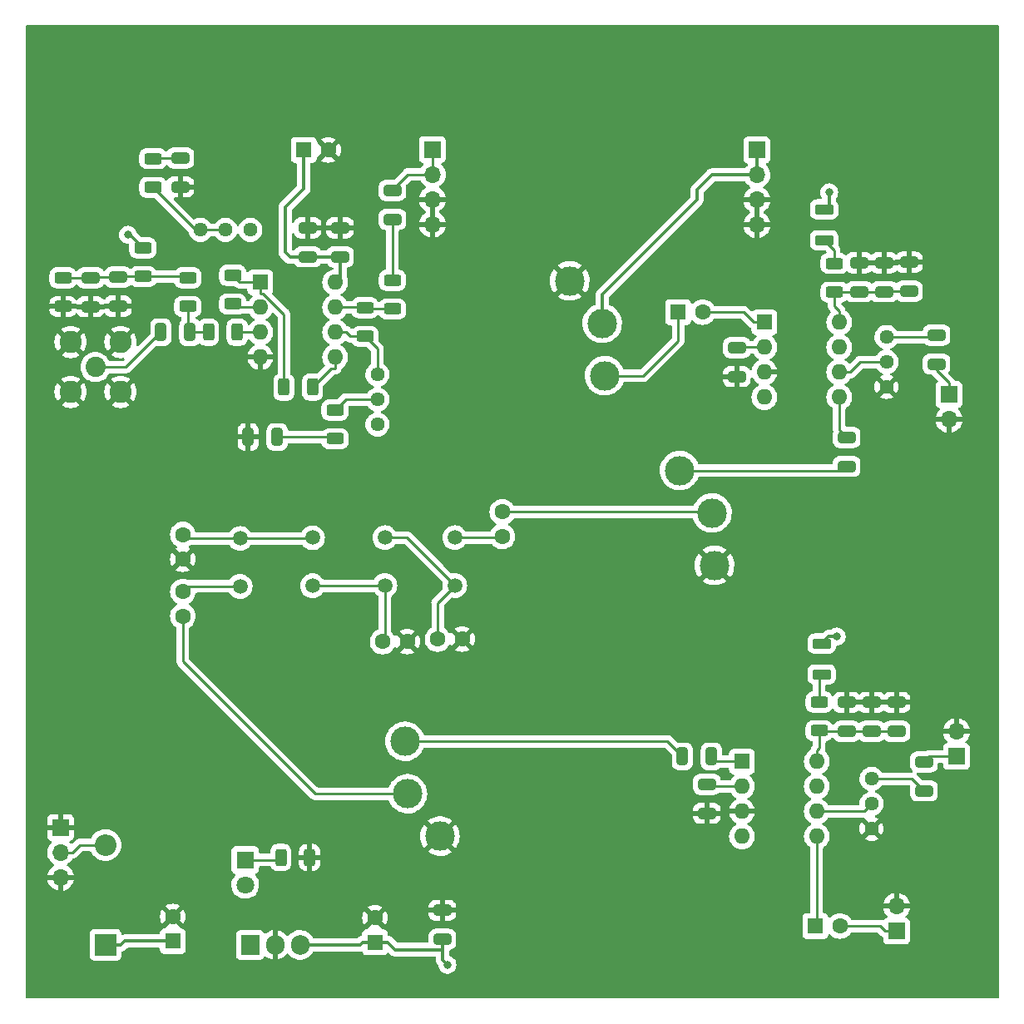
<source format=gbr>
%TF.GenerationSoftware,KiCad,Pcbnew,(6.0.7)*%
%TF.CreationDate,2022-09-22T17:07:58-04:00*%
%TF.ProjectId,Receiver_POC,52656365-6976-4657-925f-504f432e6b69,rev?*%
%TF.SameCoordinates,Original*%
%TF.FileFunction,Copper,L1,Top*%
%TF.FilePolarity,Positive*%
%FSLAX46Y46*%
G04 Gerber Fmt 4.6, Leading zero omitted, Abs format (unit mm)*
G04 Created by KiCad (PCBNEW (6.0.7)) date 2022-09-22 17:07:58*
%MOMM*%
%LPD*%
G01*
G04 APERTURE LIST*
G04 Aperture macros list*
%AMRoundRect*
0 Rectangle with rounded corners*
0 $1 Rounding radius*
0 $2 $3 $4 $5 $6 $7 $8 $9 X,Y pos of 4 corners*
0 Add a 4 corners polygon primitive as box body*
4,1,4,$2,$3,$4,$5,$6,$7,$8,$9,$2,$3,0*
0 Add four circle primitives for the rounded corners*
1,1,$1+$1,$2,$3*
1,1,$1+$1,$4,$5*
1,1,$1+$1,$6,$7*
1,1,$1+$1,$8,$9*
0 Add four rect primitives between the rounded corners*
20,1,$1+$1,$2,$3,$4,$5,0*
20,1,$1+$1,$4,$5,$6,$7,0*
20,1,$1+$1,$6,$7,$8,$9,0*
20,1,$1+$1,$8,$9,$2,$3,0*%
G04 Aperture macros list end*
%TA.AperFunction,SMDPad,CuDef*%
%ADD10RoundRect,0.250000X0.650000X-0.325000X0.650000X0.325000X-0.650000X0.325000X-0.650000X-0.325000X0*%
%TD*%
%TA.AperFunction,ComponentPad*%
%ADD11C,3.000000*%
%TD*%
%TA.AperFunction,ComponentPad*%
%ADD12R,1.700000X1.700000*%
%TD*%
%TA.AperFunction,ComponentPad*%
%ADD13O,1.700000X1.700000*%
%TD*%
%TA.AperFunction,ComponentPad*%
%ADD14C,1.440000*%
%TD*%
%TA.AperFunction,SMDPad,CuDef*%
%ADD15RoundRect,0.250000X-0.650000X0.325000X-0.650000X-0.325000X0.650000X-0.325000X0.650000X0.325000X0*%
%TD*%
%TA.AperFunction,ComponentPad*%
%ADD16R,1.600000X1.600000*%
%TD*%
%TA.AperFunction,ComponentPad*%
%ADD17C,1.600000*%
%TD*%
%TA.AperFunction,SMDPad,CuDef*%
%ADD18RoundRect,0.250000X0.625000X-0.312500X0.625000X0.312500X-0.625000X0.312500X-0.625000X-0.312500X0*%
%TD*%
%TA.AperFunction,SMDPad,CuDef*%
%ADD19RoundRect,0.250000X-0.312500X-0.625000X0.312500X-0.625000X0.312500X0.625000X-0.312500X0.625000X0*%
%TD*%
%TA.AperFunction,SMDPad,CuDef*%
%ADD20RoundRect,0.250000X-0.625000X0.312500X-0.625000X-0.312500X0.625000X-0.312500X0.625000X0.312500X0*%
%TD*%
%TA.AperFunction,ComponentPad*%
%ADD21C,1.500000*%
%TD*%
%TA.AperFunction,ComponentPad*%
%ADD22O,1.600000X1.600000*%
%TD*%
%TA.AperFunction,ComponentPad*%
%ADD23R,2.200000X2.200000*%
%TD*%
%TA.AperFunction,ComponentPad*%
%ADD24O,2.200000X2.200000*%
%TD*%
%TA.AperFunction,ComponentPad*%
%ADD25C,2.050000*%
%TD*%
%TA.AperFunction,ComponentPad*%
%ADD26C,2.250000*%
%TD*%
%TA.AperFunction,SMDPad,CuDef*%
%ADD27RoundRect,0.250000X-0.325000X-0.650000X0.325000X-0.650000X0.325000X0.650000X-0.325000X0.650000X0*%
%TD*%
%TA.AperFunction,ComponentPad*%
%ADD28R,1.800000X1.800000*%
%TD*%
%TA.AperFunction,ComponentPad*%
%ADD29C,1.800000*%
%TD*%
%TA.AperFunction,SMDPad,CuDef*%
%ADD30RoundRect,0.250000X-0.700000X0.275000X-0.700000X-0.275000X0.700000X-0.275000X0.700000X0.275000X0*%
%TD*%
%TA.AperFunction,SMDPad,CuDef*%
%ADD31RoundRect,0.250000X0.325000X0.650000X-0.325000X0.650000X-0.325000X-0.650000X0.325000X-0.650000X0*%
%TD*%
%TA.AperFunction,ComponentPad*%
%ADD32R,1.905000X2.000000*%
%TD*%
%TA.AperFunction,ComponentPad*%
%ADD33O,1.905000X2.000000*%
%TD*%
%TA.AperFunction,ViaPad*%
%ADD34C,0.800000*%
%TD*%
%TA.AperFunction,Conductor*%
%ADD35C,0.250000*%
%TD*%
%TA.AperFunction,Conductor*%
%ADD36C,0.300000*%
%TD*%
%TA.AperFunction,Conductor*%
%ADD37C,0.350000*%
%TD*%
G04 APERTURE END LIST*
D10*
%TO.P,C31,1*%
%TO.N,Net-(R12-Pad2)*%
X62484000Y-38305000D03*
%TO.P,C31,2*%
%TO.N,Net-(U4-Pad1)*%
X62484000Y-35355000D03*
%TD*%
D11*
%TO.P,TR2,1*%
%TO.N,Net-(C4-Pad2)*%
X91708000Y-63881000D03*
%TO.P,TR2,2*%
%TO.N,Net-(C8-Pad1)*%
X95010000Y-68199000D03*
%TO.P,TR2,3*%
%TO.N,GND*%
X95264000Y-73533000D03*
%TD*%
%TO.P,TR3,1*%
%TO.N,GND*%
X67310000Y-101092000D03*
%TO.P,TR3,2*%
%TO.N,Net-(C12-Pad2)*%
X64008000Y-96774000D03*
%TO.P,TR3,3*%
%TO.N,Net-(C13-Pad1)*%
X63754000Y-91440000D03*
%TD*%
%TO.P,TR1,1*%
%TO.N,GND*%
X80532000Y-44577000D03*
%TO.P,TR1,2*%
%TO.N,IFRFIN*%
X83834000Y-48895000D03*
%TO.P,TR1,3*%
%TO.N,Net-(C1-Pad1)*%
X84088000Y-54229000D03*
%TD*%
D12*
%TO.P,U4,8,OUT*%
%TO.N,IFRFIN*%
X99568000Y-31242000D03*
D13*
%TO.P,U4,7,OUT*%
X99568000Y-33782000D03*
%TO.P,U4,6,GND*%
%TO.N,GND*%
X99568000Y-36322000D03*
%TO.P,U4,5,GND*%
X99568000Y-38862000D03*
%TO.P,U4,4,GND*%
X66548000Y-38816000D03*
%TO.P,U4,3,GND*%
X66548000Y-36276000D03*
%TO.P,U4,2,IN*%
%TO.N,Net-(U4-Pad1)*%
X66548000Y-33736000D03*
D12*
%TO.P,U4,1,IN*%
X66548000Y-31196000D03*
%TD*%
D14*
%TO.P,RV2,1,1*%
%TO.N,Net-(C19-Pad2)*%
X111252000Y-95250000D03*
%TO.P,RV2,2,2*%
%TO.N,Net-(RV2-Pad2)*%
X111252000Y-97790000D03*
%TO.P,RV2,3,3*%
%TO.N,GND*%
X111252000Y-100330000D03*
%TD*%
D10*
%TO.P,C5,1*%
%TO.N,Net-(C3-Pad1)*%
X112522000Y-45671000D03*
%TO.P,C5,2*%
%TO.N,GND*%
X112522000Y-42721000D03*
%TD*%
D15*
%TO.P,C4,1*%
%TO.N,Net-(C4-Pad1)*%
X108712000Y-60501000D03*
%TO.P,C4,2*%
%TO.N,Net-(C4-Pad2)*%
X108712000Y-63451000D03*
%TD*%
D10*
%TO.P,C6,1*%
%TO.N,Net-(C3-Pad1)*%
X115062000Y-45622000D03*
%TO.P,C6,2*%
%TO.N,GND*%
X115062000Y-42672000D03*
%TD*%
D16*
%TO.P,C28,1*%
%TO.N,12V*%
X40132000Y-111779351D03*
D17*
%TO.P,C28,2*%
%TO.N,GND*%
X40132000Y-109279351D03*
%TD*%
D18*
%TO.P,R7,1*%
%TO.N,Net-(R7-Pad1)*%
X38100000Y-35052000D03*
%TO.P,R7,2*%
%TO.N,Net-(C23-Pad1)*%
X38100000Y-32127000D03*
%TD*%
D12*
%TO.P,J1,1,Pin_1*%
%TO.N,Net-(C7-Pad1)*%
X119126000Y-56134000D03*
D13*
%TO.P,J1,2,Pin_2*%
%TO.N,GND*%
X119126000Y-58674000D03*
%TD*%
D19*
%TO.P,R6,1*%
%TO.N,Net-(C21-Pad2)*%
X43749500Y-49784000D03*
%TO.P,R6,2*%
%TO.N,Net-(R6-Pad2)*%
X46674500Y-49784000D03*
%TD*%
D15*
%TO.P,C22,1*%
%TO.N,Net-(C20-Pad1)*%
X34544000Y-44196000D03*
%TO.P,C22,2*%
%TO.N,GND*%
X34544000Y-47146000D03*
%TD*%
D10*
%TO.P,C30,1*%
%TO.N,RX5V*%
X67564000Y-111593651D03*
%TO.P,C30,2*%
%TO.N,GND*%
X67564000Y-108643651D03*
%TD*%
D20*
%TO.P,R11,1*%
%TO.N,Net-(R11-Pad1)*%
X59690000Y-47305500D03*
%TO.P,R11,2*%
%TO.N,Net-(R11-Pad2)*%
X59690000Y-50230500D03*
%TD*%
D10*
%TO.P,C7,1*%
%TO.N,Net-(C7-Pad1)*%
X117856000Y-53037000D03*
%TO.P,C7,2*%
%TO.N,Net-(C7-Pad2)*%
X117856000Y-50087000D03*
%TD*%
D21*
%TO.P,Y3,1,1*%
%TO.N,Net-(C10-Pad1)*%
X54356000Y-75602000D03*
%TO.P,Y3,2,2*%
%TO.N,Net-(C11-Pad1)*%
X54356000Y-70722000D03*
%TD*%
D15*
%TO.P,C20,1*%
%TO.N,Net-(C20-Pad1)*%
X31750000Y-44245000D03*
%TO.P,C20,2*%
%TO.N,GND*%
X31750000Y-47195000D03*
%TD*%
D20*
%TO.P,R3,1*%
%TO.N,RX5V*%
X37084000Y-41209500D03*
%TO.P,R3,2*%
%TO.N,Net-(C20-Pad1)*%
X37084000Y-44134500D03*
%TD*%
D12*
%TO.P,J5,1,Pin_1*%
%TO.N,GND*%
X28702000Y-100212651D03*
D13*
%TO.P,J5,2,Pin_2*%
%TO.N,Net-(D2-Pad2)*%
X28702000Y-102752651D03*
%TO.P,J5,3,Pin_3*%
%TO.N,GND*%
X28702000Y-105292651D03*
%TD*%
D16*
%TO.P,U1,1,IN_A*%
%TO.N,Net-(C1-Pad2)*%
X100340000Y-48778000D03*
D22*
%TO.P,U1,2,IN_B*%
%TO.N,Net-(C2-Pad1)*%
X100340000Y-51318000D03*
%TO.P,U1,3,GND*%
%TO.N,GND*%
X100340000Y-53858000D03*
%TO.P,U1,4,OUT_A*%
%TO.N,unconnected-(U1-Pad4)*%
X100340000Y-56398000D03*
%TO.P,U1,5,OUT_B*%
%TO.N,Net-(C4-Pad1)*%
X107960000Y-56398000D03*
%TO.P,U1,6,OSC_B*%
%TO.N,Net-(RV1-Pad2)*%
X107960000Y-53858000D03*
%TO.P,U1,7,OSC_E*%
%TO.N,unconnected-(U1-Pad7)*%
X107960000Y-51318000D03*
%TO.P,U1,8,Vcc*%
%TO.N,Net-(C3-Pad1)*%
X107960000Y-48778000D03*
%TD*%
D17*
%TO.P,C10,1*%
%TO.N,Net-(C10-Pad1)*%
X61488000Y-81280000D03*
%TO.P,C10,2*%
%TO.N,GND*%
X63988000Y-81280000D03*
%TD*%
D10*
%TO.P,C17,1*%
%TO.N,Net-(C15-Pad1)*%
X111252000Y-90424000D03*
%TO.P,C17,2*%
%TO.N,GND*%
X111252000Y-87474000D03*
%TD*%
D21*
%TO.P,Y1,2,2*%
%TO.N,Net-(C9-Pad1)*%
X68834000Y-75582000D03*
%TO.P,Y1,1,1*%
%TO.N,Net-(C8-Pad2)*%
X68834000Y-70702000D03*
%TD*%
D16*
%TO.P,C26,1*%
%TO.N,RX5V*%
X53457300Y-31242000D03*
D17*
%TO.P,C26,2*%
%TO.N,GND*%
X55957300Y-31242000D03*
%TD*%
%TO.P,C11,1*%
%TO.N,Net-(C11-Pad1)*%
X41148000Y-70398000D03*
%TO.P,C11,2*%
%TO.N,GND*%
X41148000Y-72898000D03*
%TD*%
D16*
%TO.P,C16,1*%
%TO.N,Net-(C16-Pad1)*%
X105527300Y-110236000D03*
D17*
%TO.P,C16,2*%
%TO.N,IFAFOUT*%
X108027300Y-110236000D03*
%TD*%
D23*
%TO.P,D2,1,K*%
%TO.N,12V*%
X33274000Y-112150651D03*
D24*
%TO.P,D2,2,A*%
%TO.N,Net-(D2-Pad2)*%
X33274000Y-101990651D03*
%TD*%
D20*
%TO.P,R2,1*%
%TO.N,Net-(L2-Pad2)*%
X105918000Y-87437500D03*
%TO.P,R2,2*%
%TO.N,Net-(C15-Pad1)*%
X105918000Y-90362500D03*
%TD*%
D18*
%TO.P,R5,1*%
%TO.N,Net-(C21-Pad2)*%
X41656000Y-47182500D03*
%TO.P,R5,2*%
%TO.N,Net-(C20-Pad1)*%
X41656000Y-44257500D03*
%TD*%
D10*
%TO.P,C27,1*%
%TO.N,RX5V*%
X57150000Y-42115000D03*
%TO.P,C27,2*%
%TO.N,GND*%
X57150000Y-39165000D03*
%TD*%
D18*
%TO.P,R12,1*%
%TO.N,Net-(R11-Pad1)*%
X62484000Y-47436500D03*
%TO.P,R12,2*%
%TO.N,Net-(R12-Pad2)*%
X62484000Y-44511500D03*
%TD*%
D25*
%TO.P,J4,1,In*%
%TO.N,Net-(C21-Pad1)*%
X32258000Y-53340000D03*
D26*
%TO.P,J4,2,Ext*%
%TO.N,GND*%
X29718000Y-55880000D03*
X34798000Y-55880000D03*
X29718000Y-50800000D03*
X34798000Y-50800000D03*
%TD*%
D19*
%TO.P,R9,1*%
%TO.N,Net-(R8-Pad2)*%
X51431000Y-55372000D03*
%TO.P,R9,2*%
%TO.N,Net-(R9-Pad2)*%
X54356000Y-55372000D03*
%TD*%
D20*
%TO.P,R4,1*%
%TO.N,Net-(C20-Pad1)*%
X28956000Y-44257500D03*
%TO.P,R4,2*%
%TO.N,GND*%
X28956000Y-47182500D03*
%TD*%
D27*
%TO.P,C21,1*%
%TO.N,Net-(C21-Pad1)*%
X38911000Y-49784000D03*
%TO.P,C21,2*%
%TO.N,Net-(C21-Pad2)*%
X41861000Y-49784000D03*
%TD*%
D17*
%TO.P,C12,1*%
%TO.N,Net-(C12-Pad1)*%
X41148000Y-76200000D03*
%TO.P,C12,2*%
%TO.N,Net-(C12-Pad2)*%
X41148000Y-78700000D03*
%TD*%
D16*
%TO.P,U3,1,OutA*%
%TO.N,Net-(R8-Pad2)*%
X49032000Y-44714000D03*
D22*
%TO.P,U3,2,InA-*%
%TO.N,Net-(R8-Pad1)*%
X49032000Y-47254000D03*
%TO.P,U3,3,InA+*%
%TO.N,Net-(R6-Pad2)*%
X49032000Y-49794000D03*
%TO.P,U3,4,V-*%
%TO.N,GND*%
X49032000Y-52334000D03*
%TO.P,U3,5,InB+*%
%TO.N,Net-(R9-Pad2)*%
X56652000Y-52334000D03*
%TO.P,U3,6,InB-*%
%TO.N,Net-(R11-Pad2)*%
X56652000Y-49794000D03*
%TO.P,U3,7,OutB*%
%TO.N,Net-(R11-Pad1)*%
X56652000Y-47254000D03*
%TO.P,U3,8,V+*%
%TO.N,RX5V*%
X56652000Y-44714000D03*
%TD*%
D20*
%TO.P,R1,1*%
%TO.N,Net-(L1-Pad2)*%
X107442000Y-42795000D03*
%TO.P,R1,2*%
%TO.N,Net-(C3-Pad1)*%
X107442000Y-45720000D03*
%TD*%
D16*
%TO.P,U2,1,IN_A*%
%TO.N,Net-(C13-Pad2)*%
X98054000Y-93482000D03*
D22*
%TO.P,U2,2,IN_B*%
%TO.N,Net-(C14-Pad1)*%
X98054000Y-96022000D03*
%TO.P,U2,3,GND*%
%TO.N,GND*%
X98054000Y-98562000D03*
%TO.P,U2,4,OUT_A*%
%TO.N,unconnected-(U2-Pad4)*%
X98054000Y-101102000D03*
%TO.P,U2,5,OUT_B*%
%TO.N,Net-(C16-Pad1)*%
X105674000Y-101102000D03*
%TO.P,U2,6,OSC_B*%
%TO.N,Net-(RV2-Pad2)*%
X105674000Y-98562000D03*
%TO.P,U2,7,OSC_E*%
%TO.N,unconnected-(U2-Pad7)*%
X105674000Y-96022000D03*
%TO.P,U2,8,Vcc*%
%TO.N,Net-(C15-Pad1)*%
X105674000Y-93482000D03*
%TD*%
D10*
%TO.P,C25,1*%
%TO.N,RX5V*%
X53848000Y-42115000D03*
%TO.P,C25,2*%
%TO.N,GND*%
X53848000Y-39165000D03*
%TD*%
D20*
%TO.P,R10,1*%
%TO.N,Net-(R10-Pad1)*%
X56642000Y-57719500D03*
%TO.P,R10,2*%
%TO.N,Net-(C24-Pad1)*%
X56642000Y-60644500D03*
%TD*%
D19*
%TO.P,R13,1*%
%TO.N,Net-(D1-Pad1)*%
X51115500Y-103260651D03*
%TO.P,R13,2*%
%TO.N,GND*%
X54040500Y-103260651D03*
%TD*%
D28*
%TO.P,D1,1,K*%
%TO.N,Net-(D1-Pad1)*%
X47498000Y-103509651D03*
D29*
%TO.P,D1,2,A*%
%TO.N,12V*%
X47498000Y-106049651D03*
%TD*%
D14*
%TO.P,RV1,1,1*%
%TO.N,Net-(C7-Pad2)*%
X112776000Y-50282000D03*
%TO.P,RV1,2,2*%
%TO.N,Net-(RV1-Pad2)*%
X112776000Y-52822000D03*
%TO.P,RV1,3,3*%
%TO.N,GND*%
X112776000Y-55362000D03*
%TD*%
D21*
%TO.P,Y4,1,1*%
%TO.N,Net-(C11-Pad1)*%
X46990000Y-70792000D03*
%TO.P,Y4,2,2*%
%TO.N,Net-(C12-Pad1)*%
X46990000Y-75672000D03*
%TD*%
D30*
%TO.P,L2,1,1*%
%TO.N,RX5V*%
X106172000Y-81483000D03*
%TO.P,L2,2,2*%
%TO.N,Net-(L2-Pad2)*%
X106172000Y-84633000D03*
%TD*%
D10*
%TO.P,C3,1*%
%TO.N,Net-(C3-Pad1)*%
X109982000Y-45671000D03*
%TO.P,C3,2*%
%TO.N,GND*%
X109982000Y-42721000D03*
%TD*%
D18*
%TO.P,R8,1*%
%TO.N,Net-(R8-Pad1)*%
X46228000Y-46928500D03*
%TO.P,R8,2*%
%TO.N,Net-(R8-Pad2)*%
X46228000Y-44003500D03*
%TD*%
D16*
%TO.P,C1,1*%
%TO.N,Net-(C1-Pad1)*%
X91557300Y-47752000D03*
D17*
%TO.P,C1,2*%
%TO.N,Net-(C1-Pad2)*%
X94057300Y-47752000D03*
%TD*%
D15*
%TO.P,C23,1*%
%TO.N,Net-(C23-Pad1)*%
X40894000Y-32053000D03*
%TO.P,C23,2*%
%TO.N,GND*%
X40894000Y-35003000D03*
%TD*%
D16*
%TO.P,C29,1*%
%TO.N,RX5V*%
X60706000Y-111896651D03*
D17*
%TO.P,C29,2*%
%TO.N,GND*%
X60706000Y-109396651D03*
%TD*%
D15*
%TO.P,C19,1*%
%TO.N,Net-(C19-Pad1)*%
X116586000Y-93521000D03*
%TO.P,C19,2*%
%TO.N,Net-(C19-Pad2)*%
X116586000Y-96471000D03*
%TD*%
D21*
%TO.P,Y2,1,1*%
%TO.N,Net-(C9-Pad1)*%
X61722000Y-70702000D03*
%TO.P,Y2,2,2*%
%TO.N,Net-(C10-Pad1)*%
X61722000Y-75582000D03*
%TD*%
D15*
%TO.P,C2,1*%
%TO.N,Net-(C2-Pad1)*%
X97536000Y-51357000D03*
%TO.P,C2,2*%
%TO.N,GND*%
X97536000Y-54307000D03*
%TD*%
D31*
%TO.P,C24,1*%
%TO.N,Net-(C24-Pad1)*%
X50751000Y-60452000D03*
%TO.P,C24,2*%
%TO.N,GND*%
X47801000Y-60452000D03*
%TD*%
D14*
%TO.P,RV3,1,1*%
%TO.N,Net-(R8-Pad1)*%
X48016000Y-39370000D03*
%TO.P,RV3,2,2*%
%TO.N,Net-(R7-Pad1)*%
X45476000Y-39370000D03*
%TO.P,RV3,3,3*%
X42936000Y-39370000D03*
%TD*%
D10*
%TO.P,C15,1*%
%TO.N,Net-(C15-Pad1)*%
X108712000Y-90424000D03*
%TO.P,C15,2*%
%TO.N,GND*%
X108712000Y-87474000D03*
%TD*%
D15*
%TO.P,C14,1*%
%TO.N,Net-(C14-Pad1)*%
X94488000Y-95807000D03*
%TO.P,C14,2*%
%TO.N,GND*%
X94488000Y-98757000D03*
%TD*%
D12*
%TO.P,J3,1,Pin_1*%
%TO.N,Net-(C19-Pad1)*%
X119888000Y-92964000D03*
D13*
%TO.P,J3,2,Pin_2*%
%TO.N,GND*%
X119888000Y-90424000D03*
%TD*%
D30*
%TO.P,L1,1,1*%
%TO.N,RX5V*%
X106426000Y-37287000D03*
%TO.P,L1,2,2*%
%TO.N,Net-(L1-Pad2)*%
X106426000Y-40437000D03*
%TD*%
D32*
%TO.P,U5,1,VI*%
%TO.N,12V*%
X48006000Y-112150651D03*
D33*
%TO.P,U5,2,GND*%
%TO.N,GND*%
X50546000Y-112150651D03*
%TO.P,U5,3,VO*%
%TO.N,RX5V*%
X53086000Y-112150651D03*
%TD*%
D12*
%TO.P,J2,1,Pin_1*%
%TO.N,IFAFOUT*%
X113792000Y-110749000D03*
D13*
%TO.P,J2,2,Pin_2*%
%TO.N,GND*%
X113792000Y-108209000D03*
%TD*%
D10*
%TO.P,C18,1*%
%TO.N,Net-(C15-Pad1)*%
X113792000Y-90424000D03*
%TO.P,C18,2*%
%TO.N,GND*%
X113792000Y-87474000D03*
%TD*%
D17*
%TO.P,C8,1*%
%TO.N,Net-(C8-Pad1)*%
X73660000Y-68092000D03*
%TO.P,C8,2*%
%TO.N,Net-(C8-Pad2)*%
X73660000Y-70592000D03*
%TD*%
D14*
%TO.P,RV4,1,1*%
%TO.N,Net-(R11-Pad2)*%
X60960000Y-54102000D03*
%TO.P,RV4,2,2*%
%TO.N,Net-(R10-Pad1)*%
X60960000Y-56642000D03*
%TO.P,RV4,3,3*%
X60960000Y-59182000D03*
%TD*%
D27*
%TO.P,C13,1*%
%TO.N,Net-(C13-Pad1)*%
X91997000Y-92964000D03*
%TO.P,C13,2*%
%TO.N,Net-(C13-Pad2)*%
X94947000Y-92964000D03*
%TD*%
D17*
%TO.P,C9,1*%
%TO.N,Net-(C9-Pad1)*%
X67076000Y-81026000D03*
%TO.P,C9,2*%
%TO.N,GND*%
X69576000Y-81026000D03*
%TD*%
D34*
%TO.N,RX5V*%
X35560000Y-39878000D03*
X68072000Y-114182651D03*
X106934000Y-35560000D03*
X107696000Y-80772000D03*
%TD*%
D35*
%TO.N,Net-(C16-Pad1)*%
X105674000Y-110089300D02*
X105527300Y-110236000D01*
X105674000Y-101102000D02*
X105674000Y-110089300D01*
%TO.N,Net-(C8-Pad2)*%
X73550000Y-70702000D02*
X73660000Y-70592000D01*
X68834000Y-70702000D02*
X73550000Y-70702000D01*
%TO.N,Net-(C1-Pad1)*%
X88011000Y-54229000D02*
X91557300Y-50682700D01*
X91557300Y-50682700D02*
X91557300Y-47752000D01*
X84088000Y-54229000D02*
X88011000Y-54229000D01*
D36*
%TO.N,IFRFIN*%
X94996000Y-33782000D02*
X99568000Y-33782000D01*
X93472000Y-36322000D02*
X93472000Y-35306000D01*
X83834000Y-45960000D02*
X93472000Y-36322000D01*
X93472000Y-35306000D02*
X94996000Y-33782000D01*
X83834000Y-48895000D02*
X83834000Y-45960000D01*
D35*
%TO.N,Net-(U4-Pad1)*%
X66548000Y-33736000D02*
X66548000Y-31196000D01*
X64054000Y-33736000D02*
X66548000Y-33736000D01*
X62484000Y-35306000D02*
X64054000Y-33736000D01*
X62484000Y-35355000D02*
X62484000Y-35306000D01*
%TO.N,Net-(R12-Pad2)*%
X62484000Y-44511500D02*
X62484000Y-38305000D01*
%TO.N,Net-(C12-Pad2)*%
X41148000Y-83312000D02*
X41148000Y-78700000D01*
X54610000Y-96774000D02*
X41148000Y-83312000D01*
X64008000Y-96774000D02*
X54610000Y-96774000D01*
%TO.N,Net-(C13-Pad1)*%
X90473000Y-91440000D02*
X91997000Y-92964000D01*
X63754000Y-91440000D02*
X90473000Y-91440000D01*
%TO.N,Net-(C8-Pad1)*%
X94903000Y-68092000D02*
X95010000Y-68199000D01*
X73660000Y-68092000D02*
X94903000Y-68092000D01*
%TO.N,Net-(C4-Pad2)*%
X108282000Y-63881000D02*
X108712000Y-63451000D01*
X91708000Y-63881000D02*
X108282000Y-63881000D01*
D36*
%TO.N,IFRFIN*%
X99568000Y-31242000D02*
X99568000Y-33782000D01*
D35*
%TO.N,GND*%
X112522000Y-42721000D02*
X109982000Y-42721000D01*
X115062000Y-42721000D02*
X115062000Y-42672000D01*
X30272800Y-47182500D02*
X28956000Y-47182500D01*
X111252000Y-87474000D02*
X108712000Y-87474000D01*
X30285300Y-47195000D02*
X31750000Y-47195000D01*
X34544000Y-47146000D02*
X31799000Y-47146000D01*
X57150000Y-39165000D02*
X53848000Y-39165000D01*
X113792000Y-87474000D02*
X111428700Y-87474000D01*
X111428700Y-87474000D02*
X111252000Y-87474000D01*
X30285300Y-47195000D02*
X30272800Y-47182500D01*
X115062000Y-42721000D02*
X112522000Y-42721000D01*
X31799000Y-47146000D02*
X31750000Y-47195000D01*
%TO.N,Net-(C2-Pad1)*%
X97575000Y-51318000D02*
X97536000Y-51357000D01*
X100340000Y-51318000D02*
X97575000Y-51318000D01*
%TO.N,Net-(C3-Pad1)*%
X112522000Y-45671000D02*
X109982000Y-45671000D01*
X115062000Y-45622000D02*
X112571000Y-45622000D01*
X107491000Y-45671000D02*
X107442000Y-45720000D01*
X109982000Y-45671000D02*
X107491000Y-45671000D01*
X107442000Y-47134900D02*
X107442000Y-45720000D01*
X112571000Y-45622000D02*
X112522000Y-45671000D01*
X107960000Y-48778000D02*
X107960000Y-47652900D01*
X107960000Y-47652900D02*
X107442000Y-47134900D01*
D37*
%TO.N,RX5V*%
X60706000Y-111896651D02*
X61981100Y-111896651D01*
X53457300Y-35188700D02*
X51562000Y-37084000D01*
X62718600Y-112634151D02*
X61981100Y-111896651D01*
X53086000Y-112150651D02*
X59176900Y-112150651D01*
X60706000Y-111896651D02*
X59430900Y-111896651D01*
X106934000Y-35560000D02*
X106934000Y-36779000D01*
X35560000Y-39878000D02*
X35752500Y-39878000D01*
X107696000Y-80772000D02*
X106883000Y-80772000D01*
X35752500Y-39878000D02*
X37084000Y-41209500D01*
X53848000Y-42115000D02*
X57150000Y-42115000D01*
X57150000Y-44216000D02*
X56652000Y-44714000D01*
X53457300Y-31242000D02*
X53457300Y-35188700D01*
X53799000Y-42164000D02*
X53848000Y-42115000D01*
X67564000Y-112634151D02*
X67564000Y-113674651D01*
X106934000Y-36779000D02*
X106426000Y-37287000D01*
X106883000Y-80772000D02*
X106172000Y-81483000D01*
X67564000Y-111593651D02*
X67564000Y-112634151D01*
X59176900Y-112150651D02*
X59430900Y-111896651D01*
X67564000Y-112634151D02*
X62718600Y-112634151D01*
X51562000Y-37084000D02*
X51562000Y-41656000D01*
X57150000Y-42115000D02*
X57150000Y-44216000D01*
X52070000Y-42164000D02*
X53799000Y-42164000D01*
X51562000Y-41656000D02*
X52070000Y-42164000D01*
X67564000Y-113674651D02*
X68072000Y-114182651D01*
D35*
%TO.N,Net-(C10-Pad1)*%
X54356000Y-75602000D02*
X61702000Y-75602000D01*
X61722000Y-75582000D02*
X61722000Y-81046000D01*
X61702000Y-75602000D02*
X61722000Y-75582000D01*
X61722000Y-81046000D02*
X61488000Y-81280000D01*
%TO.N,Net-(C11-Pad1)*%
X46990000Y-70792000D02*
X54286000Y-70792000D01*
X41148000Y-70398000D02*
X41542000Y-70792000D01*
X41542000Y-70792000D02*
X46990000Y-70792000D01*
X54286000Y-70792000D02*
X54356000Y-70722000D01*
%TO.N,Net-(C12-Pad1)*%
X46990000Y-75672000D02*
X41676000Y-75672000D01*
X41676000Y-75672000D02*
X41148000Y-76200000D01*
%TO.N,Net-(C15-Pad1)*%
X113792000Y-90424000D02*
X111252000Y-90424000D01*
X105918000Y-90424000D02*
X108712000Y-90424000D01*
X105918000Y-90424000D02*
X105918000Y-90362500D01*
X105918000Y-92112900D02*
X105918000Y-90424000D01*
X105674000Y-92356900D02*
X105918000Y-92112900D01*
X111252000Y-90424000D02*
X108712000Y-90424000D01*
X105674000Y-93482000D02*
X105674000Y-92356900D01*
%TO.N,Net-(C19-Pad1)*%
X119888000Y-92964000D02*
X117143000Y-92964000D01*
X117143000Y-92964000D02*
X116586000Y-93521000D01*
%TO.N,Net-(C20-Pad1)*%
X37084000Y-44134500D02*
X41533000Y-44134500D01*
X34544000Y-44196000D02*
X34605500Y-44134500D01*
X34544000Y-44196000D02*
X31799000Y-44196000D01*
X31750000Y-44245000D02*
X28968500Y-44245000D01*
X41533000Y-44134500D02*
X41656000Y-44257500D01*
X34605500Y-44134500D02*
X37084000Y-44134500D01*
X31799000Y-44196000D02*
X31750000Y-44245000D01*
X28968500Y-44245000D02*
X28956000Y-44257500D01*
%TO.N,Net-(C21-Pad1)*%
X35355000Y-53340000D02*
X38911000Y-49784000D01*
X32258000Y-53340000D02*
X35355000Y-53340000D01*
%TO.N,Net-(C21-Pad2)*%
X41656000Y-47182500D02*
X41656000Y-49579000D01*
X41861000Y-49784000D02*
X43749500Y-49784000D01*
X41656000Y-49579000D02*
X41861000Y-49784000D01*
%TO.N,Net-(C23-Pad1)*%
X38174000Y-32053000D02*
X38100000Y-32127000D01*
X40894000Y-32053000D02*
X38174000Y-32053000D01*
%TO.N,Net-(C24-Pad1)*%
X50751000Y-60452000D02*
X56449500Y-60452000D01*
X56449500Y-60452000D02*
X56642000Y-60644500D01*
%TO.N,IFAFOUT*%
X112616900Y-110749000D02*
X112103900Y-110236000D01*
X112103900Y-110236000D02*
X108027300Y-110236000D01*
X113792000Y-110749000D02*
X112616900Y-110749000D01*
D37*
%TO.N,12V*%
X33274000Y-112150651D02*
X34849100Y-112150651D01*
X40132000Y-111779351D02*
X35220400Y-111779351D01*
X35220400Y-111779351D02*
X34849100Y-112150651D01*
D35*
%TO.N,Net-(L1-Pad2)*%
X107442000Y-41453000D02*
X107442000Y-42795000D01*
X106426000Y-40437000D02*
X107442000Y-41453000D01*
%TO.N,Net-(L2-Pad2)*%
X106172000Y-84633000D02*
X105918000Y-84887000D01*
X105918000Y-84887000D02*
X105918000Y-87437500D01*
%TO.N,Net-(R6-Pad2)*%
X49032000Y-49794000D02*
X46684500Y-49794000D01*
X46684500Y-49794000D02*
X46674500Y-49784000D01*
%TO.N,Net-(R7-Pad1)*%
X42936000Y-39370000D02*
X42418000Y-39370000D01*
X42418000Y-39370000D02*
X38100000Y-35052000D01*
X45476000Y-39370000D02*
X42936000Y-39370000D01*
%TO.N,Net-(R8-Pad1)*%
X46553500Y-47254000D02*
X46228000Y-46928500D01*
X49032000Y-47254000D02*
X46553500Y-47254000D01*
%TO.N,Net-(R8-Pad2)*%
X46228000Y-44003500D02*
X46938500Y-44714000D01*
X49313300Y-45839100D02*
X51431000Y-47956800D01*
X51431000Y-47956800D02*
X51431000Y-55372000D01*
X46938500Y-44714000D02*
X49032000Y-44714000D01*
X49032000Y-44714000D02*
X49032000Y-45839100D01*
X49032000Y-45839100D02*
X49313300Y-45839100D01*
%TO.N,Net-(R9-Pad2)*%
X56652000Y-53459100D02*
X56268900Y-53459100D01*
X56652000Y-52334000D02*
X56652000Y-53459100D01*
X56268900Y-53459100D02*
X54356000Y-55372000D01*
%TO.N,Net-(C1-Pad2)*%
X94057300Y-47752000D02*
X98188900Y-47752000D01*
X100340000Y-48778000D02*
X99214900Y-48778000D01*
X98188900Y-47752000D02*
X99214900Y-48778000D01*
%TO.N,Net-(C4-Pad1)*%
X107960000Y-56398000D02*
X107960000Y-59749000D01*
X107960000Y-59749000D02*
X108712000Y-60501000D01*
%TO.N,Net-(C7-Pad1)*%
X119126000Y-54958900D02*
X117856000Y-53688900D01*
X117856000Y-53688900D02*
X117856000Y-53037000D01*
X119126000Y-56134000D02*
X119126000Y-54958900D01*
%TO.N,Net-(C7-Pad2)*%
X112776000Y-50282000D02*
X117661000Y-50282000D01*
X117661000Y-50282000D02*
X117856000Y-50087000D01*
%TO.N,Net-(C9-Pad1)*%
X61722000Y-70702000D02*
X63954000Y-70702000D01*
X67076000Y-77340000D02*
X67076000Y-81026000D01*
X63954000Y-70702000D02*
X68834000Y-75582000D01*
X68834000Y-75582000D02*
X67076000Y-77340000D01*
%TO.N,Net-(C13-Pad2)*%
X98054000Y-93482000D02*
X95465000Y-93482000D01*
X95465000Y-93482000D02*
X94947000Y-92964000D01*
%TO.N,Net-(C14-Pad1)*%
X98054000Y-96022000D02*
X94703000Y-96022000D01*
X94703000Y-96022000D02*
X94488000Y-95807000D01*
%TO.N,Net-(C19-Pad2)*%
X111252000Y-95250000D02*
X115365000Y-95250000D01*
X115365000Y-95250000D02*
X116586000Y-96471000D01*
%TO.N,Net-(D1-Pad1)*%
X47498000Y-103509651D02*
X50866500Y-103509651D01*
X50866500Y-103509651D02*
X51115500Y-103260651D01*
%TO.N,Net-(D2-Pad2)*%
X28702000Y-102752651D02*
X29877100Y-102752651D01*
X33274000Y-101990651D02*
X30639100Y-101990651D01*
X30639100Y-101990651D02*
X29877100Y-102752651D01*
%TO.N,Net-(R10-Pad1)*%
X56642000Y-57719500D02*
X57719500Y-56642000D01*
X57719500Y-56642000D02*
X60960000Y-56642000D01*
%TO.N,Net-(R11-Pad1)*%
X62484000Y-47436500D02*
X59821000Y-47436500D01*
X59821000Y-47436500D02*
X59690000Y-47305500D01*
X59638500Y-47254000D02*
X59690000Y-47305500D01*
X56652000Y-47254000D02*
X59638500Y-47254000D01*
%TO.N,Net-(R11-Pad2)*%
X56652000Y-49794000D02*
X57777100Y-49794000D01*
X60960000Y-51500500D02*
X59690000Y-50230500D01*
X59690000Y-50230500D02*
X58213600Y-50230500D01*
X58213600Y-50230500D02*
X57777100Y-49794000D01*
X60960000Y-54102000D02*
X60960000Y-51500500D01*
%TO.N,Net-(RV1-Pad2)*%
X110121100Y-52822000D02*
X109085100Y-53858000D01*
X107960000Y-53858000D02*
X109085100Y-53858000D01*
X112776000Y-52822000D02*
X110121100Y-52822000D01*
%TO.N,Net-(RV2-Pad2)*%
X110480000Y-98562000D02*
X111252000Y-97790000D01*
X105674000Y-98562000D02*
X110480000Y-98562000D01*
%TD*%
%TA.AperFunction,Conductor*%
%TO.N,GND*%
G36*
X124147621Y-18562502D02*
G01*
X124194114Y-18616158D01*
X124205500Y-18668500D01*
X124205500Y-117475500D01*
X124185498Y-117543621D01*
X124131842Y-117590114D01*
X124079500Y-117601500D01*
X25272500Y-117601500D01*
X25204379Y-117581498D01*
X25157886Y-117527842D01*
X25146500Y-117475500D01*
X25146500Y-113298785D01*
X31665500Y-113298785D01*
X31672255Y-113360967D01*
X31723385Y-113497356D01*
X31810739Y-113613912D01*
X31927295Y-113701266D01*
X32063684Y-113752396D01*
X32125866Y-113759151D01*
X34422134Y-113759151D01*
X34484316Y-113752396D01*
X34620705Y-113701266D01*
X34737261Y-113613912D01*
X34824615Y-113497356D01*
X34875745Y-113360967D01*
X34882500Y-113298785D01*
X34882500Y-113198785D01*
X46545000Y-113198785D01*
X46551755Y-113260967D01*
X46602885Y-113397356D01*
X46690239Y-113513912D01*
X46806795Y-113601266D01*
X46943184Y-113652396D01*
X47005366Y-113659151D01*
X49006634Y-113659151D01*
X49068816Y-113652396D01*
X49205205Y-113601266D01*
X49321761Y-113513912D01*
X49409115Y-113397356D01*
X49416758Y-113376968D01*
X49459401Y-113320204D01*
X49525962Y-113295505D01*
X49595311Y-113310713D01*
X49612832Y-113322317D01*
X49730944Y-113415596D01*
X49739531Y-113421301D01*
X49940722Y-113532365D01*
X49950134Y-113536595D01*
X50166768Y-113613310D01*
X50176739Y-113615944D01*
X50274163Y-113633298D01*
X50287460Y-113631838D01*
X50291543Y-113618747D01*
X50800000Y-113618747D01*
X50803918Y-113632091D01*
X50818194Y-113634078D01*
X50880515Y-113624541D01*
X50890543Y-113622152D01*
X51108988Y-113550753D01*
X51118497Y-113546756D01*
X51322344Y-113440640D01*
X51331069Y-113435146D01*
X51514852Y-113297158D01*
X51522559Y-113290315D01*
X51681339Y-113124160D01*
X51687823Y-113116153D01*
X51710237Y-113083295D01*
X51765148Y-113038292D01*
X51835672Y-113030119D01*
X51899420Y-113061373D01*
X51920116Y-113085855D01*
X51924498Y-113092628D01*
X52086186Y-113270321D01*
X52139432Y-113312372D01*
X52270670Y-113416018D01*
X52270675Y-113416021D01*
X52274724Y-113419219D01*
X52279240Y-113421712D01*
X52279243Y-113421714D01*
X52480526Y-113532828D01*
X52480530Y-113532830D01*
X52485050Y-113535325D01*
X52489919Y-113537049D01*
X52489923Y-113537051D01*
X52706640Y-113613795D01*
X52706644Y-113613796D01*
X52711515Y-113615521D01*
X52716608Y-113616428D01*
X52716611Y-113616429D01*
X52942948Y-113656746D01*
X52942954Y-113656747D01*
X52948037Y-113657652D01*
X53035400Y-113658719D01*
X53183093Y-113660524D01*
X53183095Y-113660524D01*
X53188263Y-113660587D01*
X53425744Y-113624247D01*
X53537997Y-113587557D01*
X53649183Y-113551217D01*
X53649189Y-113551214D01*
X53654101Y-113549609D01*
X53658687Y-113547222D01*
X53658691Y-113547220D01*
X53862607Y-113441067D01*
X53867200Y-113438676D01*
X53922233Y-113397356D01*
X54055185Y-113297533D01*
X54055188Y-113297531D01*
X54059320Y-113294428D01*
X54225301Y-113120739D01*
X54346812Y-112942612D01*
X54357774Y-112926542D01*
X54357775Y-112926541D01*
X54360686Y-112922273D01*
X54367729Y-112907099D01*
X54414552Y-112853734D01*
X54482016Y-112834151D01*
X59148855Y-112834151D01*
X59157424Y-112834443D01*
X59205358Y-112837711D01*
X59205362Y-112837711D01*
X59212934Y-112838227D01*
X59220411Y-112836922D01*
X59220414Y-112836922D01*
X59273547Y-112827649D01*
X59280067Y-112826686D01*
X59307591Y-112823355D01*
X59377619Y-112835027D01*
X59430223Y-112882707D01*
X59440711Y-112904214D01*
X59449082Y-112926542D01*
X59455385Y-112943356D01*
X59542739Y-113059912D01*
X59659295Y-113147266D01*
X59795684Y-113198396D01*
X59857866Y-113205151D01*
X61554134Y-113205151D01*
X61616316Y-113198396D01*
X61752705Y-113147266D01*
X61869261Y-113059912D01*
X61914257Y-112999874D01*
X61971116Y-112957359D01*
X62041935Y-112952333D01*
X62104178Y-112986344D01*
X62215444Y-113097610D01*
X62221298Y-113103875D01*
X62257890Y-113145821D01*
X62308252Y-113181217D01*
X62313512Y-113185123D01*
X62361929Y-113223086D01*
X62368854Y-113226213D01*
X62373182Y-113228834D01*
X62382583Y-113234197D01*
X62387025Y-113236579D01*
X62393239Y-113240946D01*
X62400314Y-113243705D01*
X62400317Y-113243706D01*
X62450556Y-113263293D01*
X62456637Y-113265849D01*
X62466541Y-113270321D01*
X62512705Y-113291165D01*
X62520174Y-113292549D01*
X62524973Y-113294053D01*
X62535418Y-113297029D01*
X62540298Y-113298282D01*
X62547372Y-113301040D01*
X62554903Y-113302032D01*
X62554905Y-113302032D01*
X62608377Y-113309072D01*
X62614890Y-113310104D01*
X62667899Y-113319928D01*
X62667901Y-113319928D01*
X62675368Y-113321312D01*
X62682949Y-113320875D01*
X62682950Y-113320875D01*
X62735243Y-113317860D01*
X62742495Y-113317651D01*
X66754500Y-113317651D01*
X66822621Y-113337653D01*
X66869114Y-113391309D01*
X66880500Y-113443651D01*
X66880500Y-113646606D01*
X66880208Y-113655174D01*
X66876424Y-113710685D01*
X66877729Y-113718162D01*
X66877729Y-113718165D01*
X66887002Y-113771298D01*
X66887965Y-113777822D01*
X66895355Y-113838886D01*
X66898042Y-113845996D01*
X66899246Y-113850899D01*
X66902114Y-113861385D01*
X66903561Y-113866177D01*
X66904866Y-113873655D01*
X66907918Y-113880607D01*
X66907918Y-113880608D01*
X66929595Y-113929992D01*
X66932086Y-113936097D01*
X66951112Y-113986445D01*
X66953831Y-113993640D01*
X66958131Y-113999897D01*
X66960467Y-114004365D01*
X66965725Y-114013811D01*
X66968307Y-114018177D01*
X66971362Y-114025136D01*
X67008823Y-114073955D01*
X67012686Y-114079274D01*
X67039283Y-114117972D01*
X67047534Y-114129977D01*
X67053203Y-114135028D01*
X67092323Y-114169883D01*
X67097598Y-114174864D01*
X67133183Y-114210449D01*
X67167209Y-114272761D01*
X67169397Y-114286370D01*
X67178458Y-114372579D01*
X67237473Y-114554207D01*
X67332960Y-114719595D01*
X67460747Y-114861517D01*
X67615248Y-114973769D01*
X67621276Y-114976453D01*
X67621278Y-114976454D01*
X67783681Y-115048760D01*
X67789712Y-115051445D01*
X67883112Y-115071298D01*
X67970056Y-115089779D01*
X67970061Y-115089779D01*
X67976513Y-115091151D01*
X68167487Y-115091151D01*
X68173939Y-115089779D01*
X68173944Y-115089779D01*
X68260888Y-115071298D01*
X68354288Y-115051445D01*
X68360319Y-115048760D01*
X68522722Y-114976454D01*
X68522724Y-114976453D01*
X68528752Y-114973769D01*
X68683253Y-114861517D01*
X68811040Y-114719595D01*
X68906527Y-114554207D01*
X68965542Y-114372579D01*
X68974603Y-114286374D01*
X68984814Y-114189216D01*
X68985504Y-114182651D01*
X68968949Y-114025136D01*
X68966232Y-113999286D01*
X68966232Y-113999284D01*
X68965542Y-113992723D01*
X68906527Y-113811095D01*
X68811040Y-113645707D01*
X68792422Y-113625029D01*
X68687675Y-113508696D01*
X68687674Y-113508695D01*
X68683253Y-113503785D01*
X68528752Y-113391533D01*
X68522724Y-113388849D01*
X68522722Y-113388848D01*
X68407735Y-113337653D01*
X68354288Y-113313857D01*
X68347296Y-113312371D01*
X68347016Y-113312220D01*
X68341553Y-113310445D01*
X68341878Y-113309445D01*
X68284826Y-113278641D01*
X68250507Y-113216490D01*
X68247500Y-113189126D01*
X68247500Y-112792507D01*
X68267502Y-112724386D01*
X68321158Y-112677893D01*
X68360496Y-112667180D01*
X68370166Y-112666177D01*
X68376702Y-112663996D01*
X68376704Y-112663996D01*
X68530998Y-112612519D01*
X68537946Y-112610201D01*
X68688348Y-112517129D01*
X68813305Y-112391954D01*
X68906115Y-112241389D01*
X68950646Y-112107131D01*
X68959632Y-112080040D01*
X68959632Y-112080038D01*
X68961797Y-112073512D01*
X68964246Y-112049615D01*
X68972172Y-111972249D01*
X68972500Y-111969051D01*
X68972500Y-111218251D01*
X68971548Y-111209075D01*
X68962238Y-111119343D01*
X68962237Y-111119339D01*
X68961526Y-111112485D01*
X68959341Y-111105934D01*
X68952068Y-111084134D01*
X104218800Y-111084134D01*
X104225555Y-111146316D01*
X104276685Y-111282705D01*
X104364039Y-111399261D01*
X104480595Y-111486615D01*
X104616984Y-111537745D01*
X104679166Y-111544500D01*
X106375434Y-111544500D01*
X106437616Y-111537745D01*
X106574005Y-111486615D01*
X106690561Y-111399261D01*
X106777915Y-111282705D01*
X106829045Y-111146316D01*
X106830991Y-111147046D01*
X106860845Y-111094795D01*
X106923803Y-111061979D01*
X106994507Y-111068409D01*
X107037300Y-111096498D01*
X107183000Y-111242198D01*
X107187508Y-111245355D01*
X107187511Y-111245357D01*
X107221858Y-111269407D01*
X107370551Y-111373523D01*
X107375533Y-111375846D01*
X107375538Y-111375849D01*
X107571338Y-111467151D01*
X107578057Y-111470284D01*
X107583365Y-111471706D01*
X107583367Y-111471707D01*
X107793898Y-111528119D01*
X107793900Y-111528119D01*
X107799213Y-111529543D01*
X108027300Y-111549498D01*
X108255387Y-111529543D01*
X108260700Y-111528119D01*
X108260702Y-111528119D01*
X108471233Y-111471707D01*
X108471235Y-111471706D01*
X108476543Y-111470284D01*
X108483262Y-111467151D01*
X108679062Y-111375849D01*
X108679067Y-111375846D01*
X108684049Y-111373523D01*
X108832742Y-111269407D01*
X108867089Y-111245357D01*
X108867092Y-111245355D01*
X108871600Y-111242198D01*
X109033498Y-111080300D01*
X109036657Y-111075789D01*
X109143481Y-110923229D01*
X109198938Y-110878901D01*
X109246694Y-110869500D01*
X111789306Y-110869500D01*
X111857427Y-110889502D01*
X111878401Y-110906405D01*
X112113243Y-111141247D01*
X112120787Y-111149537D01*
X112124900Y-111156018D01*
X112130677Y-111161443D01*
X112174567Y-111202658D01*
X112177409Y-111205413D01*
X112197131Y-111225135D01*
X112200255Y-111227558D01*
X112200259Y-111227562D01*
X112200324Y-111227612D01*
X112209345Y-111235317D01*
X112241579Y-111265586D01*
X112248527Y-111269405D01*
X112248529Y-111269407D01*
X112259332Y-111275346D01*
X112275859Y-111286202D01*
X112285598Y-111293757D01*
X112285600Y-111293758D01*
X112291860Y-111298614D01*
X112332440Y-111316174D01*
X112343083Y-111321388D01*
X112366366Y-111334188D01*
X112368203Y-111335198D01*
X112418260Y-111385544D01*
X112433500Y-111445612D01*
X112433500Y-111647134D01*
X112440255Y-111709316D01*
X112491385Y-111845705D01*
X112578739Y-111962261D01*
X112695295Y-112049615D01*
X112831684Y-112100745D01*
X112893866Y-112107500D01*
X114690134Y-112107500D01*
X114752316Y-112100745D01*
X114888705Y-112049615D01*
X115005261Y-111962261D01*
X115092615Y-111845705D01*
X115143745Y-111709316D01*
X115150500Y-111647134D01*
X115150500Y-109850866D01*
X115143745Y-109788684D01*
X115092615Y-109652295D01*
X115005261Y-109535739D01*
X114888705Y-109448385D01*
X114784881Y-109409463D01*
X114769687Y-109403767D01*
X114712923Y-109361125D01*
X114688223Y-109294564D01*
X114703430Y-109225215D01*
X114724977Y-109196535D01*
X114826052Y-109095812D01*
X114832730Y-109087965D01*
X114957003Y-108915020D01*
X114962313Y-108906183D01*
X115056670Y-108715267D01*
X115060469Y-108705672D01*
X115122377Y-108501910D01*
X115124555Y-108491837D01*
X115125986Y-108480962D01*
X115123775Y-108466778D01*
X115110617Y-108463000D01*
X112475225Y-108463000D01*
X112461694Y-108466973D01*
X112460257Y-108476966D01*
X112490565Y-108611446D01*
X112493645Y-108621275D01*
X112573770Y-108818603D01*
X112578413Y-108827794D01*
X112689694Y-109009388D01*
X112695777Y-109017699D01*
X112835213Y-109178667D01*
X112842577Y-109185879D01*
X112847522Y-109189985D01*
X112887156Y-109248889D01*
X112888653Y-109319870D01*
X112851537Y-109380392D01*
X112811264Y-109404910D01*
X112703705Y-109445232D01*
X112703704Y-109445233D01*
X112695295Y-109448385D01*
X112578739Y-109535739D01*
X112573358Y-109542919D01*
X112573357Y-109542920D01*
X112517840Y-109616996D01*
X112460981Y-109659511D01*
X112390162Y-109664537D01*
X112356315Y-109651846D01*
X112338960Y-109642305D01*
X112319337Y-109637267D01*
X112300634Y-109630863D01*
X112289320Y-109625967D01*
X112289319Y-109625967D01*
X112282045Y-109622819D01*
X112274222Y-109621580D01*
X112274212Y-109621577D01*
X112238376Y-109615901D01*
X112226756Y-109613495D01*
X112191611Y-109604472D01*
X112191610Y-109604472D01*
X112183930Y-109602500D01*
X112163676Y-109602500D01*
X112143965Y-109600949D01*
X112131786Y-109599020D01*
X112123957Y-109597780D01*
X112116065Y-109598526D01*
X112079939Y-109601941D01*
X112068081Y-109602500D01*
X109246694Y-109602500D01*
X109178573Y-109582498D01*
X109143481Y-109548771D01*
X109036657Y-109396211D01*
X109036655Y-109396208D01*
X109033498Y-109391700D01*
X108871600Y-109229802D01*
X108867092Y-109226645D01*
X108867089Y-109226643D01*
X108709881Y-109116565D01*
X108684049Y-109098477D01*
X108679067Y-109096154D01*
X108679062Y-109096151D01*
X108481525Y-109004039D01*
X108481524Y-109004039D01*
X108476543Y-109001716D01*
X108471235Y-109000294D01*
X108471233Y-109000293D01*
X108260702Y-108943881D01*
X108260700Y-108943881D01*
X108255387Y-108942457D01*
X108027300Y-108922502D01*
X107799213Y-108942457D01*
X107793900Y-108943881D01*
X107793898Y-108943881D01*
X107583367Y-109000293D01*
X107583365Y-109000294D01*
X107578057Y-109001716D01*
X107573076Y-109004039D01*
X107573075Y-109004039D01*
X107375538Y-109096151D01*
X107375533Y-109096154D01*
X107370551Y-109098477D01*
X107344719Y-109116565D01*
X107187511Y-109226643D01*
X107187508Y-109226645D01*
X107183000Y-109229802D01*
X107037300Y-109375502D01*
X106974988Y-109409528D01*
X106904173Y-109404463D01*
X106847337Y-109361916D01*
X106830168Y-109325263D01*
X106829045Y-109325684D01*
X106808084Y-109269771D01*
X106777915Y-109189295D01*
X106690561Y-109072739D01*
X106574005Y-108985385D01*
X106437616Y-108934255D01*
X106429763Y-108933402D01*
X106429759Y-108933401D01*
X106421330Y-108932486D01*
X106419895Y-108932330D01*
X106354332Y-108905090D01*
X106313905Y-108846728D01*
X106307500Y-108807067D01*
X106307500Y-107943183D01*
X112456389Y-107943183D01*
X112457912Y-107951607D01*
X112470292Y-107955000D01*
X113519885Y-107955000D01*
X113535124Y-107950525D01*
X113536329Y-107949135D01*
X113538000Y-107941452D01*
X113538000Y-107936885D01*
X114046000Y-107936885D01*
X114050475Y-107952124D01*
X114051865Y-107953329D01*
X114059548Y-107955000D01*
X115110344Y-107955000D01*
X115123875Y-107951027D01*
X115125180Y-107941947D01*
X115083214Y-107774875D01*
X115079894Y-107765124D01*
X114994972Y-107569814D01*
X114990105Y-107560739D01*
X114874426Y-107381926D01*
X114868136Y-107373757D01*
X114724806Y-107216240D01*
X114717273Y-107209215D01*
X114550139Y-107077222D01*
X114541552Y-107071517D01*
X114355117Y-106968599D01*
X114345705Y-106964369D01*
X114144959Y-106893280D01*
X114134988Y-106890646D01*
X114063837Y-106877972D01*
X114050540Y-106879432D01*
X114046000Y-106893989D01*
X114046000Y-107936885D01*
X113538000Y-107936885D01*
X113538000Y-106892102D01*
X113534082Y-106878758D01*
X113519806Y-106876771D01*
X113481324Y-106882660D01*
X113471288Y-106885051D01*
X113268868Y-106951212D01*
X113259359Y-106955209D01*
X113070463Y-107053542D01*
X113061738Y-107059036D01*
X112891433Y-107186905D01*
X112883726Y-107193748D01*
X112736590Y-107347717D01*
X112730104Y-107355727D01*
X112610098Y-107531649D01*
X112605000Y-107540623D01*
X112515338Y-107733783D01*
X112511775Y-107743470D01*
X112456389Y-107943183D01*
X106307500Y-107943183D01*
X106307500Y-102321394D01*
X106327502Y-102253273D01*
X106361229Y-102218181D01*
X106513789Y-102111357D01*
X106513792Y-102111355D01*
X106518300Y-102108198D01*
X106680198Y-101946300D01*
X106683428Y-101941688D01*
X106808366Y-101763257D01*
X106811523Y-101758749D01*
X106813846Y-101753767D01*
X106813849Y-101753762D01*
X106905961Y-101556225D01*
X106905961Y-101556224D01*
X106908284Y-101551243D01*
X106921900Y-101500430D01*
X106959898Y-101358621D01*
X110587933Y-101358621D01*
X110597227Y-101370635D01*
X110631146Y-101394385D01*
X110640641Y-101399868D01*
X110825413Y-101486028D01*
X110835705Y-101489774D01*
X111032632Y-101542540D01*
X111043425Y-101544443D01*
X111246525Y-101562212D01*
X111257475Y-101562212D01*
X111460575Y-101544443D01*
X111471368Y-101542540D01*
X111668295Y-101489774D01*
X111678587Y-101486028D01*
X111863359Y-101399868D01*
X111872854Y-101394385D01*
X111907607Y-101370051D01*
X111915983Y-101359572D01*
X111908916Y-101346127D01*
X111264811Y-100702021D01*
X111250868Y-100694408D01*
X111249034Y-100694539D01*
X111242420Y-100698790D01*
X110594360Y-101346851D01*
X110587933Y-101358621D01*
X106959898Y-101358621D01*
X106966119Y-101335402D01*
X106966119Y-101335400D01*
X106967543Y-101330087D01*
X106987498Y-101102000D01*
X106967543Y-100873913D01*
X106946075Y-100793795D01*
X106909707Y-100658067D01*
X106909706Y-100658065D01*
X106908284Y-100652757D01*
X106862989Y-100555621D01*
X106813849Y-100450238D01*
X106813846Y-100450233D01*
X106811523Y-100445251D01*
X106734657Y-100335475D01*
X110019788Y-100335475D01*
X110037557Y-100538575D01*
X110039460Y-100549368D01*
X110092226Y-100746295D01*
X110095972Y-100756587D01*
X110182135Y-100941364D01*
X110187613Y-100950850D01*
X110211949Y-100985607D01*
X110222428Y-100993983D01*
X110235872Y-100986917D01*
X110879979Y-100342811D01*
X110886356Y-100331132D01*
X111616408Y-100331132D01*
X111616539Y-100332966D01*
X111620790Y-100339580D01*
X112268851Y-100987640D01*
X112280621Y-100994067D01*
X112292635Y-100984772D01*
X112316387Y-100950850D01*
X112321865Y-100941364D01*
X112408028Y-100756587D01*
X112411774Y-100746295D01*
X112464540Y-100549368D01*
X112466443Y-100538575D01*
X112484212Y-100335475D01*
X112484212Y-100324525D01*
X112466443Y-100121425D01*
X112464540Y-100110632D01*
X112411774Y-99913705D01*
X112408028Y-99903413D01*
X112321865Y-99718636D01*
X112316387Y-99709150D01*
X112292051Y-99674393D01*
X112281572Y-99666017D01*
X112268128Y-99673083D01*
X111624021Y-100317189D01*
X111616408Y-100331132D01*
X110886356Y-100331132D01*
X110887592Y-100328868D01*
X110887461Y-100327034D01*
X110883210Y-100320420D01*
X110235149Y-99672360D01*
X110223379Y-99665933D01*
X110211365Y-99675228D01*
X110187613Y-99709150D01*
X110182135Y-99718636D01*
X110095972Y-99903413D01*
X110092226Y-99913705D01*
X110039460Y-100110632D01*
X110037557Y-100121425D01*
X110019788Y-100324525D01*
X110019788Y-100335475D01*
X106734657Y-100335475D01*
X106707510Y-100296705D01*
X106683357Y-100262211D01*
X106683355Y-100262208D01*
X106680198Y-100257700D01*
X106518300Y-100095802D01*
X106513792Y-100092645D01*
X106513789Y-100092643D01*
X106421342Y-100027911D01*
X106330749Y-99964477D01*
X106325767Y-99962154D01*
X106325762Y-99962151D01*
X106291543Y-99946195D01*
X106238258Y-99899278D01*
X106218797Y-99831001D01*
X106239339Y-99763041D01*
X106291543Y-99717805D01*
X106325762Y-99701849D01*
X106325767Y-99701846D01*
X106330749Y-99699523D01*
X106435611Y-99626098D01*
X106513789Y-99571357D01*
X106513792Y-99571355D01*
X106518300Y-99568198D01*
X106680198Y-99406300D01*
X106742039Y-99317982D01*
X106790181Y-99249229D01*
X106845638Y-99204901D01*
X106893394Y-99195500D01*
X110401233Y-99195500D01*
X110412416Y-99196027D01*
X110419909Y-99197702D01*
X110427834Y-99197453D01*
X110427835Y-99197453D01*
X110438423Y-99197120D01*
X110453750Y-99196638D01*
X110522465Y-99214490D01*
X110568859Y-99264749D01*
X110569176Y-99264582D01*
X110569799Y-99265768D01*
X110570621Y-99266658D01*
X110570806Y-99267683D01*
X110595083Y-99313872D01*
X111239189Y-99957979D01*
X111253132Y-99965592D01*
X111254966Y-99965461D01*
X111261580Y-99961210D01*
X111909640Y-99313149D01*
X111916067Y-99301379D01*
X111906773Y-99289365D01*
X111872854Y-99265615D01*
X111863359Y-99260132D01*
X111679656Y-99174471D01*
X111626371Y-99127554D01*
X111606910Y-99059277D01*
X111627452Y-98991317D01*
X111679656Y-98946081D01*
X111863616Y-98860299D01*
X111863619Y-98860297D01*
X111868597Y-98857976D01*
X112044681Y-98734681D01*
X112196681Y-98582681D01*
X112319976Y-98406596D01*
X112333107Y-98378438D01*
X112408499Y-98216759D01*
X112408500Y-98216757D01*
X112410822Y-98211777D01*
X112438644Y-98107947D01*
X112465034Y-98009457D01*
X112465034Y-98009455D01*
X112466458Y-98004142D01*
X112485193Y-97790000D01*
X112466458Y-97575858D01*
X112465034Y-97570543D01*
X112412245Y-97373533D01*
X112412244Y-97373531D01*
X112410822Y-97368223D01*
X112408499Y-97363241D01*
X112322299Y-97178385D01*
X112322297Y-97178382D01*
X112319976Y-97173404D01*
X112196681Y-96997319D01*
X112044681Y-96845319D01*
X111868597Y-96722024D01*
X111863619Y-96719703D01*
X111863616Y-96719701D01*
X111680247Y-96634195D01*
X111626962Y-96587278D01*
X111607501Y-96519000D01*
X111628043Y-96451041D01*
X111680247Y-96405805D01*
X111863616Y-96320299D01*
X111863619Y-96320297D01*
X111868597Y-96317976D01*
X112044681Y-96194681D01*
X112196681Y-96042681D01*
X112270518Y-95937230D01*
X112325975Y-95892901D01*
X112373731Y-95883500D01*
X115050405Y-95883500D01*
X115118526Y-95903502D01*
X115139500Y-95920405D01*
X115147897Y-95928802D01*
X115181923Y-95991114D01*
X115184146Y-96030737D01*
X115177500Y-96095600D01*
X115177500Y-96846400D01*
X115177837Y-96849646D01*
X115177837Y-96849650D01*
X115182076Y-96890500D01*
X115188474Y-96952166D01*
X115190655Y-96958702D01*
X115190655Y-96958704D01*
X115212540Y-97024301D01*
X115244450Y-97119946D01*
X115337522Y-97270348D01*
X115342704Y-97275521D01*
X115360489Y-97293275D01*
X115462697Y-97395305D01*
X115468927Y-97399145D01*
X115468928Y-97399146D01*
X115606090Y-97483694D01*
X115613262Y-97488115D01*
X115693005Y-97514564D01*
X115774611Y-97541632D01*
X115774613Y-97541632D01*
X115781139Y-97543797D01*
X115787975Y-97544497D01*
X115787978Y-97544498D01*
X115831031Y-97548909D01*
X115885600Y-97554500D01*
X117286400Y-97554500D01*
X117289646Y-97554163D01*
X117289650Y-97554163D01*
X117385308Y-97544238D01*
X117385312Y-97544237D01*
X117392166Y-97543526D01*
X117398702Y-97541345D01*
X117398704Y-97541345D01*
X117530806Y-97497272D01*
X117559946Y-97487550D01*
X117710348Y-97394478D01*
X117835305Y-97269303D01*
X117845626Y-97252559D01*
X117924275Y-97124968D01*
X117924276Y-97124966D01*
X117928115Y-97118738D01*
X117983797Y-96950861D01*
X117994500Y-96846400D01*
X117994500Y-96095600D01*
X117990578Y-96057801D01*
X117984238Y-95996692D01*
X117984237Y-95996688D01*
X117983526Y-95989834D01*
X117978399Y-95974465D01*
X117929868Y-95829002D01*
X117927550Y-95822054D01*
X117834478Y-95671652D01*
X117709303Y-95546695D01*
X117639903Y-95503916D01*
X117564968Y-95457725D01*
X117564966Y-95457724D01*
X117558738Y-95453885D01*
X117478995Y-95427436D01*
X117397389Y-95400368D01*
X117397387Y-95400368D01*
X117390861Y-95398203D01*
X117384025Y-95397503D01*
X117384022Y-95397502D01*
X117340969Y-95393091D01*
X117286400Y-95387500D01*
X116450595Y-95387500D01*
X116382474Y-95367498D01*
X116361500Y-95350595D01*
X115868652Y-94857747D01*
X115861112Y-94849461D01*
X115857000Y-94842982D01*
X115835029Y-94822350D01*
X115799064Y-94761138D01*
X115801901Y-94690198D01*
X115842642Y-94632054D01*
X115908350Y-94605165D01*
X115921282Y-94604500D01*
X117286400Y-94604500D01*
X117289646Y-94604163D01*
X117289650Y-94604163D01*
X117385308Y-94594238D01*
X117385312Y-94594237D01*
X117392166Y-94593526D01*
X117398702Y-94591345D01*
X117398704Y-94591345D01*
X117552998Y-94539868D01*
X117559946Y-94537550D01*
X117710348Y-94444478D01*
X117835305Y-94319303D01*
X117845872Y-94302160D01*
X117924275Y-94174968D01*
X117924276Y-94174966D01*
X117928115Y-94168738D01*
X117983797Y-94000861D01*
X117994500Y-93896400D01*
X117994500Y-93723500D01*
X118014502Y-93655379D01*
X118068158Y-93608886D01*
X118120500Y-93597500D01*
X118403500Y-93597500D01*
X118471621Y-93617502D01*
X118518114Y-93671158D01*
X118529500Y-93723500D01*
X118529500Y-93862134D01*
X118536255Y-93924316D01*
X118587385Y-94060705D01*
X118674739Y-94177261D01*
X118791295Y-94264615D01*
X118927684Y-94315745D01*
X118989866Y-94322500D01*
X120786134Y-94322500D01*
X120848316Y-94315745D01*
X120984705Y-94264615D01*
X121101261Y-94177261D01*
X121188615Y-94060705D01*
X121239745Y-93924316D01*
X121246500Y-93862134D01*
X121246500Y-92065866D01*
X121239745Y-92003684D01*
X121188615Y-91867295D01*
X121101261Y-91750739D01*
X120984705Y-91663385D01*
X120865687Y-91618767D01*
X120808923Y-91576125D01*
X120784223Y-91509564D01*
X120799430Y-91440215D01*
X120820977Y-91411535D01*
X120922052Y-91310812D01*
X120928730Y-91302965D01*
X121053003Y-91130020D01*
X121058313Y-91121183D01*
X121152670Y-90930267D01*
X121156469Y-90920672D01*
X121218377Y-90716910D01*
X121220555Y-90706837D01*
X121221986Y-90695962D01*
X121219775Y-90681778D01*
X121206617Y-90678000D01*
X118571225Y-90678000D01*
X118557694Y-90681973D01*
X118556257Y-90691966D01*
X118586565Y-90826446D01*
X118589645Y-90836275D01*
X118669770Y-91033603D01*
X118674413Y-91042794D01*
X118785694Y-91224388D01*
X118791777Y-91232699D01*
X118931213Y-91393667D01*
X118938577Y-91400879D01*
X118943522Y-91404985D01*
X118983156Y-91463889D01*
X118984653Y-91534870D01*
X118947537Y-91595392D01*
X118907264Y-91619910D01*
X118799705Y-91660232D01*
X118799704Y-91660233D01*
X118791295Y-91663385D01*
X118674739Y-91750739D01*
X118587385Y-91867295D01*
X118536255Y-92003684D01*
X118529500Y-92065866D01*
X118529500Y-92204500D01*
X118509498Y-92272621D01*
X118455842Y-92319114D01*
X118403500Y-92330500D01*
X117221767Y-92330500D01*
X117210584Y-92329973D01*
X117203091Y-92328298D01*
X117195165Y-92328547D01*
X117195164Y-92328547D01*
X117135001Y-92330438D01*
X117131043Y-92330500D01*
X117103144Y-92330500D01*
X117099154Y-92331004D01*
X117087320Y-92331936D01*
X117043111Y-92333326D01*
X117035497Y-92335538D01*
X117035492Y-92335539D01*
X117023659Y-92338977D01*
X117004296Y-92342988D01*
X116984203Y-92345526D01*
X116976836Y-92348443D01*
X116976831Y-92348444D01*
X116943092Y-92361802D01*
X116931865Y-92365646D01*
X116889407Y-92377982D01*
X116882581Y-92382019D01*
X116871972Y-92388293D01*
X116854224Y-92396988D01*
X116835383Y-92404448D01*
X116828965Y-92409111D01*
X116828963Y-92409112D01*
X116823013Y-92413435D01*
X116756146Y-92437294D01*
X116748951Y-92437500D01*
X115885600Y-92437500D01*
X115882354Y-92437837D01*
X115882350Y-92437837D01*
X115786692Y-92447762D01*
X115786688Y-92447763D01*
X115779834Y-92448474D01*
X115773298Y-92450655D01*
X115773296Y-92450655D01*
X115647663Y-92492570D01*
X115612054Y-92504450D01*
X115461652Y-92597522D01*
X115336695Y-92722697D01*
X115332855Y-92728927D01*
X115332854Y-92728928D01*
X115259149Y-92848500D01*
X115243885Y-92873262D01*
X115237324Y-92893043D01*
X115192636Y-93027775D01*
X115188203Y-93041139D01*
X115177500Y-93145600D01*
X115177500Y-93896400D01*
X115177837Y-93899646D01*
X115177837Y-93899650D01*
X115182332Y-93942968D01*
X115188474Y-94002166D01*
X115190655Y-94008702D01*
X115190655Y-94008704D01*
X115226285Y-94115500D01*
X115244450Y-94169946D01*
X115337522Y-94320348D01*
X115342704Y-94325521D01*
X115418604Y-94401289D01*
X115452683Y-94463572D01*
X115447680Y-94534392D01*
X115405183Y-94591264D01*
X115341357Y-94615911D01*
X115341212Y-94615925D01*
X115340952Y-94615949D01*
X115329181Y-94616500D01*
X112373731Y-94616500D01*
X112305610Y-94596498D01*
X112270518Y-94562770D01*
X112254482Y-94539868D01*
X112196681Y-94457319D01*
X112044681Y-94305319D01*
X111868597Y-94182024D01*
X111863619Y-94179703D01*
X111863616Y-94179701D01*
X111678759Y-94093501D01*
X111678758Y-94093500D01*
X111673777Y-94091178D01*
X111668469Y-94089756D01*
X111668467Y-94089755D01*
X111471457Y-94036966D01*
X111471455Y-94036966D01*
X111466142Y-94035542D01*
X111252000Y-94016807D01*
X111037858Y-94035542D01*
X111032545Y-94036966D01*
X111032543Y-94036966D01*
X110835533Y-94089755D01*
X110835531Y-94089756D01*
X110830223Y-94091178D01*
X110825243Y-94093500D01*
X110825241Y-94093501D01*
X110640385Y-94179701D01*
X110640382Y-94179703D01*
X110635404Y-94182024D01*
X110459319Y-94305319D01*
X110307319Y-94457319D01*
X110184024Y-94633404D01*
X110181703Y-94638382D01*
X110181701Y-94638385D01*
X110095501Y-94823241D01*
X110093178Y-94828223D01*
X110091756Y-94833531D01*
X110091755Y-94833533D01*
X110043762Y-95012643D01*
X110037542Y-95035858D01*
X110018807Y-95250000D01*
X110037542Y-95464142D01*
X110038966Y-95469455D01*
X110038966Y-95469457D01*
X110065311Y-95567775D01*
X110093178Y-95671777D01*
X110095500Y-95676757D01*
X110095501Y-95676759D01*
X110166494Y-95829002D01*
X110184024Y-95866596D01*
X110307319Y-96042681D01*
X110459319Y-96194681D01*
X110635403Y-96317976D01*
X110640381Y-96320297D01*
X110640384Y-96320299D01*
X110823753Y-96405805D01*
X110877038Y-96452722D01*
X110896499Y-96521000D01*
X110875957Y-96588959D01*
X110823753Y-96634195D01*
X110640385Y-96719701D01*
X110640382Y-96719703D01*
X110635404Y-96722024D01*
X110459319Y-96845319D01*
X110307319Y-96997319D01*
X110184024Y-97173404D01*
X110181703Y-97178382D01*
X110181701Y-97178385D01*
X110095501Y-97363241D01*
X110093178Y-97368223D01*
X110091756Y-97373531D01*
X110091755Y-97373533D01*
X110038966Y-97570543D01*
X110037542Y-97575858D01*
X110018807Y-97790000D01*
X110019286Y-97795475D01*
X110019286Y-97800981D01*
X110017036Y-97800981D01*
X110004955Y-97861116D01*
X109955559Y-97912111D01*
X109893419Y-97928500D01*
X106893394Y-97928500D01*
X106825273Y-97908498D01*
X106790181Y-97874771D01*
X106683357Y-97722211D01*
X106683355Y-97722208D01*
X106680198Y-97717700D01*
X106518300Y-97555802D01*
X106513792Y-97552645D01*
X106513789Y-97552643D01*
X106415319Y-97483694D01*
X106330749Y-97424477D01*
X106325767Y-97422154D01*
X106325762Y-97422151D01*
X106291543Y-97406195D01*
X106238258Y-97359278D01*
X106218797Y-97291001D01*
X106239339Y-97223041D01*
X106291543Y-97177805D01*
X106325762Y-97161849D01*
X106325767Y-97161846D01*
X106330749Y-97159523D01*
X106437668Y-97084657D01*
X106513789Y-97031357D01*
X106513792Y-97031355D01*
X106518300Y-97028198D01*
X106680198Y-96866300D01*
X106691857Y-96849650D01*
X106775302Y-96730478D01*
X106811523Y-96678749D01*
X106813846Y-96673767D01*
X106813849Y-96673762D01*
X106905961Y-96476225D01*
X106905961Y-96476224D01*
X106908284Y-96471243D01*
X106950198Y-96314821D01*
X106966119Y-96255402D01*
X106966119Y-96255400D01*
X106967543Y-96250087D01*
X106987498Y-96022000D01*
X106967543Y-95793913D01*
X106966119Y-95788598D01*
X106909707Y-95578067D01*
X106909706Y-95578065D01*
X106908284Y-95572757D01*
X106905961Y-95567775D01*
X106813849Y-95370238D01*
X106813846Y-95370233D01*
X106811523Y-95365251D01*
X106680198Y-95177700D01*
X106518300Y-95015802D01*
X106513792Y-95012645D01*
X106513789Y-95012643D01*
X106435611Y-94957902D01*
X106330749Y-94884477D01*
X106325767Y-94882154D01*
X106325762Y-94882151D01*
X106291543Y-94866195D01*
X106238258Y-94819278D01*
X106218797Y-94751001D01*
X106239339Y-94683041D01*
X106291543Y-94637805D01*
X106325762Y-94621849D01*
X106325767Y-94621846D01*
X106330749Y-94619523D01*
X106472458Y-94520297D01*
X106513789Y-94491357D01*
X106513792Y-94491355D01*
X106518300Y-94488198D01*
X106680198Y-94326300D01*
X106685098Y-94319303D01*
X106763526Y-94207296D01*
X106811523Y-94138749D01*
X106813846Y-94133767D01*
X106813849Y-94133762D01*
X106905961Y-93936225D01*
X106905961Y-93936224D01*
X106908284Y-93931243D01*
X106916750Y-93899650D01*
X106966119Y-93715402D01*
X106966119Y-93715400D01*
X106967543Y-93710087D01*
X106987498Y-93482000D01*
X106967543Y-93253913D01*
X106966119Y-93248598D01*
X106909707Y-93038067D01*
X106909706Y-93038065D01*
X106908284Y-93032757D01*
X106841654Y-92889867D01*
X106813849Y-92830238D01*
X106813846Y-92830233D01*
X106811523Y-92825251D01*
X106717162Y-92690490D01*
X106683357Y-92642211D01*
X106683355Y-92642208D01*
X106680198Y-92637700D01*
X106535068Y-92492570D01*
X106501042Y-92430258D01*
X106507010Y-92357094D01*
X106507876Y-92354907D01*
X106511695Y-92347960D01*
X106514002Y-92338977D01*
X106516194Y-92330438D01*
X106516733Y-92328337D01*
X106523137Y-92309634D01*
X106528033Y-92298320D01*
X106528033Y-92298319D01*
X106531181Y-92291045D01*
X106532420Y-92283222D01*
X106532423Y-92283212D01*
X106538099Y-92247376D01*
X106540505Y-92235756D01*
X106549528Y-92200611D01*
X106549528Y-92200610D01*
X106551500Y-92192930D01*
X106551500Y-92172676D01*
X106553051Y-92152965D01*
X106554980Y-92140786D01*
X106556220Y-92132957D01*
X106552059Y-92088938D01*
X106551500Y-92077081D01*
X106551500Y-91551450D01*
X106571502Y-91483329D01*
X106625158Y-91436836D01*
X106664496Y-91426123D01*
X106672135Y-91425331D01*
X106692308Y-91423238D01*
X106692312Y-91423237D01*
X106699166Y-91422526D01*
X106705702Y-91420345D01*
X106705704Y-91420345D01*
X106837806Y-91376272D01*
X106866946Y-91366550D01*
X107017348Y-91273478D01*
X107142305Y-91148303D01*
X107146144Y-91142075D01*
X107146148Y-91142070D01*
X107161365Y-91117383D01*
X107214137Y-91069890D01*
X107268624Y-91057500D01*
X107290689Y-91057500D01*
X107358810Y-91077502D01*
X107397833Y-91117196D01*
X107463522Y-91223348D01*
X107588697Y-91348305D01*
X107594927Y-91352145D01*
X107594928Y-91352146D01*
X107732090Y-91436694D01*
X107739262Y-91441115D01*
X107775215Y-91453040D01*
X107900611Y-91494632D01*
X107900613Y-91494632D01*
X107907139Y-91496797D01*
X107913975Y-91497497D01*
X107913978Y-91497498D01*
X107957031Y-91501909D01*
X108011600Y-91507500D01*
X109412400Y-91507500D01*
X109415646Y-91507163D01*
X109415650Y-91507163D01*
X109511308Y-91497238D01*
X109511312Y-91497237D01*
X109518166Y-91496526D01*
X109524702Y-91494345D01*
X109524704Y-91494345D01*
X109656806Y-91450272D01*
X109685946Y-91440550D01*
X109836348Y-91347478D01*
X109872950Y-91310812D01*
X109892837Y-91290891D01*
X109955120Y-91256812D01*
X110025940Y-91261815D01*
X110071027Y-91290735D01*
X110128697Y-91348305D01*
X110134927Y-91352145D01*
X110134928Y-91352146D01*
X110272090Y-91436694D01*
X110279262Y-91441115D01*
X110315215Y-91453040D01*
X110440611Y-91494632D01*
X110440613Y-91494632D01*
X110447139Y-91496797D01*
X110453975Y-91497497D01*
X110453978Y-91497498D01*
X110497031Y-91501909D01*
X110551600Y-91507500D01*
X111952400Y-91507500D01*
X111955646Y-91507163D01*
X111955650Y-91507163D01*
X112051308Y-91497238D01*
X112051312Y-91497237D01*
X112058166Y-91496526D01*
X112064702Y-91494345D01*
X112064704Y-91494345D01*
X112196806Y-91450272D01*
X112225946Y-91440550D01*
X112376348Y-91347478D01*
X112412950Y-91310812D01*
X112432837Y-91290891D01*
X112495120Y-91256812D01*
X112565940Y-91261815D01*
X112611027Y-91290735D01*
X112668697Y-91348305D01*
X112674927Y-91352145D01*
X112674928Y-91352146D01*
X112812090Y-91436694D01*
X112819262Y-91441115D01*
X112855215Y-91453040D01*
X112980611Y-91494632D01*
X112980613Y-91494632D01*
X112987139Y-91496797D01*
X112993975Y-91497497D01*
X112993978Y-91497498D01*
X113037031Y-91501909D01*
X113091600Y-91507500D01*
X114492400Y-91507500D01*
X114495646Y-91507163D01*
X114495650Y-91507163D01*
X114591308Y-91497238D01*
X114591312Y-91497237D01*
X114598166Y-91496526D01*
X114604702Y-91494345D01*
X114604704Y-91494345D01*
X114736806Y-91450272D01*
X114765946Y-91440550D01*
X114916348Y-91347478D01*
X115041305Y-91222303D01*
X115083087Y-91154521D01*
X115130275Y-91077968D01*
X115130276Y-91077966D01*
X115134115Y-91071738D01*
X115184579Y-90919593D01*
X115187632Y-90910389D01*
X115187632Y-90910387D01*
X115189797Y-90903861D01*
X115200500Y-90799400D01*
X115200500Y-90158183D01*
X118552389Y-90158183D01*
X118553912Y-90166607D01*
X118566292Y-90170000D01*
X119615885Y-90170000D01*
X119631124Y-90165525D01*
X119632329Y-90164135D01*
X119634000Y-90156452D01*
X119634000Y-90151885D01*
X120142000Y-90151885D01*
X120146475Y-90167124D01*
X120147865Y-90168329D01*
X120155548Y-90170000D01*
X121206344Y-90170000D01*
X121219875Y-90166027D01*
X121221180Y-90156947D01*
X121179214Y-89989875D01*
X121175894Y-89980124D01*
X121090972Y-89784814D01*
X121086105Y-89775739D01*
X120970426Y-89596926D01*
X120964136Y-89588757D01*
X120820806Y-89431240D01*
X120813273Y-89424215D01*
X120646139Y-89292222D01*
X120637552Y-89286517D01*
X120451117Y-89183599D01*
X120441705Y-89179369D01*
X120240959Y-89108280D01*
X120230988Y-89105646D01*
X120159837Y-89092972D01*
X120146540Y-89094432D01*
X120142000Y-89108989D01*
X120142000Y-90151885D01*
X119634000Y-90151885D01*
X119634000Y-89107102D01*
X119630082Y-89093758D01*
X119615806Y-89091771D01*
X119577324Y-89097660D01*
X119567288Y-89100051D01*
X119364868Y-89166212D01*
X119355359Y-89170209D01*
X119166463Y-89268542D01*
X119157738Y-89274036D01*
X118987433Y-89401905D01*
X118979726Y-89408748D01*
X118832590Y-89562717D01*
X118826104Y-89570727D01*
X118706098Y-89746649D01*
X118701000Y-89755623D01*
X118611338Y-89948783D01*
X118607775Y-89958470D01*
X118552389Y-90158183D01*
X115200500Y-90158183D01*
X115200500Y-90048600D01*
X115193395Y-89980124D01*
X115190238Y-89949692D01*
X115190237Y-89949688D01*
X115189526Y-89942834D01*
X115175896Y-89901978D01*
X115135868Y-89782002D01*
X115133550Y-89775054D01*
X115040478Y-89624652D01*
X114915303Y-89499695D01*
X114909072Y-89495854D01*
X114770968Y-89410725D01*
X114770966Y-89410724D01*
X114764738Y-89406885D01*
X114630336Y-89362306D01*
X114603389Y-89353368D01*
X114603387Y-89353368D01*
X114596861Y-89351203D01*
X114590025Y-89350503D01*
X114590022Y-89350502D01*
X114546969Y-89346091D01*
X114492400Y-89340500D01*
X113091600Y-89340500D01*
X113088354Y-89340837D01*
X113088350Y-89340837D01*
X112992692Y-89350762D01*
X112992688Y-89350763D01*
X112985834Y-89351474D01*
X112979298Y-89353655D01*
X112979296Y-89353655D01*
X112847194Y-89397728D01*
X112818054Y-89407450D01*
X112667652Y-89500522D01*
X112662479Y-89505704D01*
X112611163Y-89557109D01*
X112548880Y-89591188D01*
X112478060Y-89586185D01*
X112432972Y-89557264D01*
X112380483Y-89504866D01*
X112375303Y-89499695D01*
X112369072Y-89495854D01*
X112230968Y-89410725D01*
X112230966Y-89410724D01*
X112224738Y-89406885D01*
X112090336Y-89362306D01*
X112063389Y-89353368D01*
X112063387Y-89353368D01*
X112056861Y-89351203D01*
X112050025Y-89350503D01*
X112050022Y-89350502D01*
X112006969Y-89346091D01*
X111952400Y-89340500D01*
X110551600Y-89340500D01*
X110548354Y-89340837D01*
X110548350Y-89340837D01*
X110452692Y-89350762D01*
X110452688Y-89350763D01*
X110445834Y-89351474D01*
X110439298Y-89353655D01*
X110439296Y-89353655D01*
X110307194Y-89397728D01*
X110278054Y-89407450D01*
X110127652Y-89500522D01*
X110122479Y-89505704D01*
X110071163Y-89557109D01*
X110008880Y-89591188D01*
X109938060Y-89586185D01*
X109892972Y-89557264D01*
X109840483Y-89504866D01*
X109835303Y-89499695D01*
X109829072Y-89495854D01*
X109690968Y-89410725D01*
X109690966Y-89410724D01*
X109684738Y-89406885D01*
X109550336Y-89362306D01*
X109523389Y-89353368D01*
X109523387Y-89353368D01*
X109516861Y-89351203D01*
X109510025Y-89350503D01*
X109510022Y-89350502D01*
X109466969Y-89346091D01*
X109412400Y-89340500D01*
X108011600Y-89340500D01*
X108008354Y-89340837D01*
X108008350Y-89340837D01*
X107912692Y-89350762D01*
X107912688Y-89350763D01*
X107905834Y-89351474D01*
X107899298Y-89353655D01*
X107899296Y-89353655D01*
X107767194Y-89397728D01*
X107738054Y-89407450D01*
X107587652Y-89500522D01*
X107462695Y-89625697D01*
X107458855Y-89631927D01*
X107458854Y-89631928D01*
X107424905Y-89687004D01*
X107372133Y-89734497D01*
X107302061Y-89745921D01*
X107236938Y-89717647D01*
X107210501Y-89687191D01*
X107145332Y-89581880D01*
X107141478Y-89575652D01*
X107016303Y-89450695D01*
X107010072Y-89446854D01*
X106871968Y-89361725D01*
X106871966Y-89361724D01*
X106865738Y-89357885D01*
X106705254Y-89304655D01*
X106704389Y-89304368D01*
X106704387Y-89304368D01*
X106697861Y-89302203D01*
X106691025Y-89301503D01*
X106691022Y-89301502D01*
X106647969Y-89297091D01*
X106593400Y-89291500D01*
X105242600Y-89291500D01*
X105239354Y-89291837D01*
X105239350Y-89291837D01*
X105143692Y-89301762D01*
X105143688Y-89301763D01*
X105136834Y-89302474D01*
X105130298Y-89304655D01*
X105130296Y-89304655D01*
X105021873Y-89340828D01*
X104969054Y-89358450D01*
X104818652Y-89451522D01*
X104693695Y-89576697D01*
X104689855Y-89582927D01*
X104689854Y-89582928D01*
X104643490Y-89658145D01*
X104600885Y-89727262D01*
X104545203Y-89895139D01*
X104534500Y-89999600D01*
X104534500Y-90725400D01*
X104534837Y-90728646D01*
X104534837Y-90728650D01*
X104544209Y-90818973D01*
X104545474Y-90831166D01*
X104547655Y-90837702D01*
X104547655Y-90837704D01*
X104574976Y-90919593D01*
X104601450Y-90998946D01*
X104694522Y-91149348D01*
X104819697Y-91274305D01*
X104825927Y-91278145D01*
X104825928Y-91278146D01*
X104963090Y-91362694D01*
X104970262Y-91367115D01*
X105050005Y-91393564D01*
X105131611Y-91420632D01*
X105131613Y-91420632D01*
X105138139Y-91422797D01*
X105144977Y-91423498D01*
X105144979Y-91423498D01*
X105171342Y-91426199D01*
X105237070Y-91453040D01*
X105277852Y-91511155D01*
X105284500Y-91551543D01*
X105284500Y-91796358D01*
X105264498Y-91864479D01*
X105250351Y-91882610D01*
X105220357Y-91914551D01*
X105217601Y-91917394D01*
X105197865Y-91937130D01*
X105195385Y-91940327D01*
X105187682Y-91949347D01*
X105157414Y-91981579D01*
X105153595Y-91988525D01*
X105153593Y-91988528D01*
X105147652Y-91999334D01*
X105136801Y-92015853D01*
X105124386Y-92031859D01*
X105121241Y-92039128D01*
X105121238Y-92039132D01*
X105106826Y-92072437D01*
X105101609Y-92083087D01*
X105080305Y-92121840D01*
X105075441Y-92140786D01*
X105075267Y-92141462D01*
X105068863Y-92160166D01*
X105066905Y-92164692D01*
X105060819Y-92178755D01*
X105059580Y-92186578D01*
X105059577Y-92186588D01*
X105053901Y-92222424D01*
X105051495Y-92234044D01*
X105042471Y-92269190D01*
X105042470Y-92269196D01*
X105040500Y-92276870D01*
X105040500Y-92279265D01*
X105013104Y-92342087D01*
X104988748Y-92364435D01*
X104834211Y-92472643D01*
X104834208Y-92472645D01*
X104829700Y-92475802D01*
X104667802Y-92637700D01*
X104664645Y-92642208D01*
X104664643Y-92642211D01*
X104630838Y-92690490D01*
X104536477Y-92825251D01*
X104534154Y-92830233D01*
X104534151Y-92830238D01*
X104506346Y-92889867D01*
X104439716Y-93032757D01*
X104438294Y-93038065D01*
X104438293Y-93038067D01*
X104381881Y-93248598D01*
X104380457Y-93253913D01*
X104360502Y-93482000D01*
X104380457Y-93710087D01*
X104381881Y-93715400D01*
X104381881Y-93715402D01*
X104431251Y-93899650D01*
X104439716Y-93931243D01*
X104442039Y-93936224D01*
X104442039Y-93936225D01*
X104534151Y-94133762D01*
X104534154Y-94133767D01*
X104536477Y-94138749D01*
X104584474Y-94207296D01*
X104662903Y-94319303D01*
X104667802Y-94326300D01*
X104829700Y-94488198D01*
X104834208Y-94491355D01*
X104834211Y-94491357D01*
X104875542Y-94520297D01*
X105017251Y-94619523D01*
X105022233Y-94621846D01*
X105022238Y-94621849D01*
X105056457Y-94637805D01*
X105109742Y-94684722D01*
X105129203Y-94752999D01*
X105108661Y-94820959D01*
X105056457Y-94866195D01*
X105022238Y-94882151D01*
X105022233Y-94882154D01*
X105017251Y-94884477D01*
X104912389Y-94957902D01*
X104834211Y-95012643D01*
X104834208Y-95012645D01*
X104829700Y-95015802D01*
X104667802Y-95177700D01*
X104536477Y-95365251D01*
X104534154Y-95370233D01*
X104534151Y-95370238D01*
X104442039Y-95567775D01*
X104439716Y-95572757D01*
X104438294Y-95578065D01*
X104438293Y-95578067D01*
X104381881Y-95788598D01*
X104380457Y-95793913D01*
X104360502Y-96022000D01*
X104380457Y-96250087D01*
X104381881Y-96255400D01*
X104381881Y-96255402D01*
X104397803Y-96314821D01*
X104439716Y-96471243D01*
X104442039Y-96476224D01*
X104442039Y-96476225D01*
X104534151Y-96673762D01*
X104534154Y-96673767D01*
X104536477Y-96678749D01*
X104572698Y-96730478D01*
X104656144Y-96849650D01*
X104667802Y-96866300D01*
X104829700Y-97028198D01*
X104834208Y-97031355D01*
X104834211Y-97031357D01*
X104910332Y-97084657D01*
X105017251Y-97159523D01*
X105022233Y-97161846D01*
X105022238Y-97161849D01*
X105056457Y-97177805D01*
X105109742Y-97224722D01*
X105129203Y-97292999D01*
X105108661Y-97360959D01*
X105056457Y-97406195D01*
X105022238Y-97422151D01*
X105022233Y-97422154D01*
X105017251Y-97424477D01*
X104932681Y-97483694D01*
X104834211Y-97552643D01*
X104834208Y-97552645D01*
X104829700Y-97555802D01*
X104667802Y-97717700D01*
X104664645Y-97722208D01*
X104664643Y-97722211D01*
X104621010Y-97784525D01*
X104536477Y-97905251D01*
X104534154Y-97910233D01*
X104534151Y-97910238D01*
X104444714Y-98102038D01*
X104439716Y-98112757D01*
X104438294Y-98118065D01*
X104438293Y-98118067D01*
X104409944Y-98223867D01*
X104380457Y-98333913D01*
X104360502Y-98562000D01*
X104380457Y-98790087D01*
X104381881Y-98795400D01*
X104381881Y-98795402D01*
X104431986Y-98982393D01*
X104439716Y-99011243D01*
X104442039Y-99016224D01*
X104442039Y-99016225D01*
X104534151Y-99213762D01*
X104534154Y-99213767D01*
X104536477Y-99218749D01*
X104667802Y-99406300D01*
X104829700Y-99568198D01*
X104834208Y-99571355D01*
X104834211Y-99571357D01*
X104912389Y-99626098D01*
X105017251Y-99699523D01*
X105022233Y-99701846D01*
X105022238Y-99701849D01*
X105056457Y-99717805D01*
X105109742Y-99764722D01*
X105129203Y-99832999D01*
X105108661Y-99900959D01*
X105056457Y-99946195D01*
X105022238Y-99962151D01*
X105022233Y-99962154D01*
X105017251Y-99964477D01*
X104926658Y-100027911D01*
X104834211Y-100092643D01*
X104834208Y-100092645D01*
X104829700Y-100095802D01*
X104667802Y-100257700D01*
X104664645Y-100262208D01*
X104664643Y-100262211D01*
X104640490Y-100296705D01*
X104536477Y-100445251D01*
X104534154Y-100450233D01*
X104534151Y-100450238D01*
X104485011Y-100555621D01*
X104439716Y-100652757D01*
X104438294Y-100658065D01*
X104438293Y-100658067D01*
X104401925Y-100793795D01*
X104380457Y-100873913D01*
X104360502Y-101102000D01*
X104380457Y-101330087D01*
X104381881Y-101335400D01*
X104381881Y-101335402D01*
X104426101Y-101500430D01*
X104439716Y-101551243D01*
X104442039Y-101556224D01*
X104442039Y-101556225D01*
X104534151Y-101753762D01*
X104534154Y-101753767D01*
X104536477Y-101758749D01*
X104539634Y-101763257D01*
X104664573Y-101941688D01*
X104667802Y-101946300D01*
X104829700Y-102108198D01*
X104834208Y-102111355D01*
X104834211Y-102111357D01*
X104986771Y-102218181D01*
X105031099Y-102273638D01*
X105040500Y-102321394D01*
X105040500Y-108801500D01*
X105020498Y-108869621D01*
X104966842Y-108916114D01*
X104914500Y-108927500D01*
X104679166Y-108927500D01*
X104616984Y-108934255D01*
X104480595Y-108985385D01*
X104364039Y-109072739D01*
X104276685Y-109189295D01*
X104225555Y-109325684D01*
X104218800Y-109387866D01*
X104218800Y-111084134D01*
X68952068Y-111084134D01*
X68907868Y-110951653D01*
X68905550Y-110944705D01*
X68812478Y-110794303D01*
X68687303Y-110669346D01*
X68658225Y-110651422D01*
X68542968Y-110580376D01*
X68542966Y-110580375D01*
X68536738Y-110576536D01*
X68450864Y-110548053D01*
X68375389Y-110523019D01*
X68375387Y-110523019D01*
X68368861Y-110520854D01*
X68362025Y-110520154D01*
X68362022Y-110520153D01*
X68318969Y-110515742D01*
X68264400Y-110510151D01*
X66863600Y-110510151D01*
X66860354Y-110510488D01*
X66860350Y-110510488D01*
X66764692Y-110520413D01*
X66764688Y-110520414D01*
X66757834Y-110521125D01*
X66751298Y-110523306D01*
X66751296Y-110523306D01*
X66677121Y-110548053D01*
X66590054Y-110577101D01*
X66439652Y-110670173D01*
X66314695Y-110795348D01*
X66310855Y-110801578D01*
X66310854Y-110801579D01*
X66228838Y-110934634D01*
X66221885Y-110945913D01*
X66203613Y-111001003D01*
X66168809Y-111105934D01*
X66166203Y-111113790D01*
X66165503Y-111120626D01*
X66165502Y-111120629D01*
X66161091Y-111163682D01*
X66155500Y-111218251D01*
X66155500Y-111824651D01*
X66135498Y-111892772D01*
X66081842Y-111939265D01*
X66029500Y-111950651D01*
X63053905Y-111950651D01*
X62985784Y-111930649D01*
X62964810Y-111913746D01*
X62484256Y-111433192D01*
X62478402Y-111426927D01*
X62446804Y-111390706D01*
X62441810Y-111384981D01*
X62391445Y-111349585D01*
X62386177Y-111345671D01*
X62380808Y-111341461D01*
X62337772Y-111307716D01*
X62330848Y-111304590D01*
X62326539Y-111301980D01*
X62317124Y-111296609D01*
X62312676Y-111294224D01*
X62306461Y-111289856D01*
X62249139Y-111267507D01*
X62243071Y-111264957D01*
X62186995Y-111239637D01*
X62179518Y-111238251D01*
X62174698Y-111236741D01*
X62164265Y-111233769D01*
X62159405Y-111232521D01*
X62152328Y-111229762D01*
X62124055Y-111226040D01*
X62059127Y-111197318D01*
X62020035Y-111138053D01*
X62014500Y-111101118D01*
X62014500Y-111048517D01*
X62007745Y-110986335D01*
X61956615Y-110849946D01*
X61869261Y-110733390D01*
X61752705Y-110646036D01*
X61616316Y-110594906D01*
X61572748Y-110590173D01*
X61557514Y-110588518D01*
X61557511Y-110588518D01*
X61554134Y-110588151D01*
X61550815Y-110588151D01*
X61483890Y-110564498D01*
X61448196Y-110518495D01*
X61446266Y-110519510D01*
X61440558Y-110508651D01*
X61440368Y-110508406D01*
X61440347Y-110508248D01*
X61420356Y-110470217D01*
X60718812Y-109768673D01*
X60704868Y-109761059D01*
X60703035Y-109761190D01*
X60696420Y-109765441D01*
X59990923Y-110470938D01*
X59968129Y-110512680D01*
X59965953Y-110522680D01*
X59915747Y-110572878D01*
X59862186Y-110588102D01*
X59861281Y-110588151D01*
X59857866Y-110588151D01*
X59854470Y-110588520D01*
X59854468Y-110588520D01*
X59842121Y-110589861D01*
X59795684Y-110594906D01*
X59659295Y-110646036D01*
X59542739Y-110733390D01*
X59455385Y-110849946D01*
X59404255Y-110986335D01*
X59397500Y-111048517D01*
X59397500Y-111100502D01*
X59377498Y-111168623D01*
X59323842Y-111215116D01*
X59286637Y-111225589D01*
X59282911Y-111226040D01*
X59266665Y-111228006D01*
X59259555Y-111230693D01*
X59254652Y-111231897D01*
X59244166Y-111234765D01*
X59239374Y-111236212D01*
X59231896Y-111237517D01*
X59224944Y-111240569D01*
X59224943Y-111240569D01*
X59175559Y-111262246D01*
X59169454Y-111264737D01*
X59119018Y-111283796D01*
X59119015Y-111283798D01*
X59111911Y-111286482D01*
X59105654Y-111290782D01*
X59101186Y-111293118D01*
X59091740Y-111298376D01*
X59087374Y-111300958D01*
X59080415Y-111304013D01*
X59031596Y-111341474D01*
X59026277Y-111345337D01*
X58989861Y-111370366D01*
X58975574Y-111380185D01*
X58970521Y-111385856D01*
X58970519Y-111385858D01*
X58935671Y-111424970D01*
X58875421Y-111462526D01*
X58841595Y-111467151D01*
X54483273Y-111467151D01*
X54415152Y-111447149D01*
X54377481Y-111409591D01*
X54374280Y-111404642D01*
X54282649Y-111263003D01*
X54250310Y-111213014D01*
X54250308Y-111213011D01*
X54247502Y-111208674D01*
X54085814Y-111030981D01*
X54008410Y-110969851D01*
X53901330Y-110885284D01*
X53901325Y-110885281D01*
X53897276Y-110882083D01*
X53892760Y-110879590D01*
X53892757Y-110879588D01*
X53691474Y-110768474D01*
X53691470Y-110768472D01*
X53686950Y-110765977D01*
X53682081Y-110764253D01*
X53682077Y-110764251D01*
X53465360Y-110687507D01*
X53465356Y-110687506D01*
X53460485Y-110685781D01*
X53455392Y-110684874D01*
X53455389Y-110684873D01*
X53229052Y-110644556D01*
X53229046Y-110644555D01*
X53223963Y-110643650D01*
X53131474Y-110642520D01*
X52988907Y-110640778D01*
X52988905Y-110640778D01*
X52983737Y-110640715D01*
X52746256Y-110677055D01*
X52634003Y-110713745D01*
X52522817Y-110750085D01*
X52522811Y-110750088D01*
X52517899Y-110751693D01*
X52513313Y-110754080D01*
X52513309Y-110754082D01*
X52401371Y-110812354D01*
X52304800Y-110862626D01*
X52300657Y-110865736D01*
X52300658Y-110865736D01*
X52123005Y-110999122D01*
X52112680Y-111006874D01*
X52109108Y-111010612D01*
X51972356Y-111153715D01*
X51946699Y-111180563D01*
X51921160Y-111218002D01*
X51866249Y-111263003D01*
X51795725Y-111271174D01*
X51731978Y-111239920D01*
X51711284Y-111215441D01*
X51709915Y-111213325D01*
X51703622Y-111205153D01*
X51548950Y-111035171D01*
X51541417Y-111028145D01*
X51361056Y-110885706D01*
X51352469Y-110880001D01*
X51151278Y-110768937D01*
X51141866Y-110764707D01*
X50925232Y-110687992D01*
X50915261Y-110685358D01*
X50817837Y-110668004D01*
X50804540Y-110669464D01*
X50800000Y-110684021D01*
X50800000Y-113618747D01*
X50291543Y-113618747D01*
X50292000Y-113617281D01*
X50292000Y-110682555D01*
X50288082Y-110669211D01*
X50273806Y-110667224D01*
X50211485Y-110676761D01*
X50201457Y-110679150D01*
X49983012Y-110750549D01*
X49973503Y-110754546D01*
X49769656Y-110860662D01*
X49760939Y-110866151D01*
X49609901Y-110979553D01*
X49543416Y-111004458D01*
X49474020Y-110989465D01*
X49423747Y-110939335D01*
X49416268Y-110923026D01*
X49409115Y-110903946D01*
X49321761Y-110787390D01*
X49205205Y-110700036D01*
X49068816Y-110648906D01*
X49006634Y-110642151D01*
X47005366Y-110642151D01*
X46943184Y-110648906D01*
X46806795Y-110700036D01*
X46690239Y-110787390D01*
X46602885Y-110903946D01*
X46551755Y-111040335D01*
X46545000Y-111102517D01*
X46545000Y-113198785D01*
X34882500Y-113198785D01*
X34882500Y-112946800D01*
X34902502Y-112878679D01*
X34956158Y-112832186D01*
X34993363Y-112821713D01*
X35005791Y-112820209D01*
X35013335Y-112819296D01*
X35020445Y-112816609D01*
X35025348Y-112815405D01*
X35035834Y-112812537D01*
X35040626Y-112811090D01*
X35048104Y-112809785D01*
X35055057Y-112806733D01*
X35104441Y-112785056D01*
X35110546Y-112782565D01*
X35160982Y-112763506D01*
X35160985Y-112763504D01*
X35168089Y-112760820D01*
X35174346Y-112756520D01*
X35178814Y-112754184D01*
X35188260Y-112748926D01*
X35192626Y-112746344D01*
X35199585Y-112743289D01*
X35248404Y-112705828D01*
X35253723Y-112701965D01*
X35298165Y-112671420D01*
X35304426Y-112667117D01*
X35344333Y-112622327D01*
X35349313Y-112617053D01*
X35466610Y-112499756D01*
X35528922Y-112465730D01*
X35555705Y-112462851D01*
X38697500Y-112462851D01*
X38765621Y-112482853D01*
X38812114Y-112536509D01*
X38823500Y-112588851D01*
X38823500Y-112627485D01*
X38830255Y-112689667D01*
X38881385Y-112826056D01*
X38968739Y-112942612D01*
X39085295Y-113029966D01*
X39221684Y-113081096D01*
X39283866Y-113087851D01*
X40980134Y-113087851D01*
X41042316Y-113081096D01*
X41178705Y-113029966D01*
X41295261Y-112942612D01*
X41382615Y-112826056D01*
X41433745Y-112689667D01*
X41440500Y-112627485D01*
X41440500Y-110931217D01*
X41433745Y-110869035D01*
X41382615Y-110732646D01*
X41295261Y-110616090D01*
X41178705Y-110528736D01*
X41042316Y-110477606D01*
X40998748Y-110472873D01*
X40983514Y-110471218D01*
X40983511Y-110471218D01*
X40980134Y-110470851D01*
X40976815Y-110470851D01*
X40909890Y-110447198D01*
X40874196Y-110401195D01*
X40872266Y-110402210D01*
X40866558Y-110391351D01*
X40866368Y-110391106D01*
X40866347Y-110390948D01*
X40846356Y-110352917D01*
X40144812Y-109651373D01*
X40130868Y-109643759D01*
X40129035Y-109643890D01*
X40122420Y-109648141D01*
X39416923Y-110353638D01*
X39394129Y-110395380D01*
X39391953Y-110405380D01*
X39341747Y-110455578D01*
X39288186Y-110470802D01*
X39287281Y-110470851D01*
X39283866Y-110470851D01*
X39280470Y-110471220D01*
X39280468Y-110471220D01*
X39268121Y-110472561D01*
X39221684Y-110477606D01*
X39085295Y-110528736D01*
X38968739Y-110616090D01*
X38881385Y-110732646D01*
X38830255Y-110869035D01*
X38823500Y-110931217D01*
X38823500Y-110969851D01*
X38803498Y-111037972D01*
X38749842Y-111084465D01*
X38697500Y-111095851D01*
X35248444Y-111095851D01*
X35239875Y-111095559D01*
X35191941Y-111092291D01*
X35191937Y-111092291D01*
X35184365Y-111091775D01*
X35176888Y-111093080D01*
X35176886Y-111093080D01*
X35162683Y-111095559D01*
X35123740Y-111102356D01*
X35117243Y-111103314D01*
X35056165Y-111110706D01*
X35049055Y-111113393D01*
X35041681Y-111115204D01*
X35041122Y-111112929D01*
X34981786Y-111117424D01*
X34919330Y-111083663D01*
X34885043Y-111021495D01*
X34882500Y-111002950D01*
X34882500Y-111002517D01*
X34875745Y-110940335D01*
X34824615Y-110803946D01*
X34737261Y-110687390D01*
X34620705Y-110600036D01*
X34484316Y-110548906D01*
X34422134Y-110542151D01*
X32125866Y-110542151D01*
X32063684Y-110548906D01*
X31927295Y-110600036D01*
X31810739Y-110687390D01*
X31723385Y-110803946D01*
X31672255Y-110940335D01*
X31665500Y-111002517D01*
X31665500Y-113298785D01*
X25146500Y-113298785D01*
X25146500Y-109284826D01*
X38819483Y-109284826D01*
X38838472Y-109501870D01*
X38840375Y-109512663D01*
X38896764Y-109723112D01*
X38900510Y-109733404D01*
X38992586Y-109930862D01*
X38998069Y-109940357D01*
X39034509Y-109992399D01*
X39044988Y-110000775D01*
X39058434Y-109993707D01*
X39759978Y-109292163D01*
X39766356Y-109280483D01*
X40496408Y-109280483D01*
X40496539Y-109282316D01*
X40500790Y-109288931D01*
X41206287Y-109994428D01*
X41218062Y-110000858D01*
X41230077Y-109991562D01*
X41265931Y-109940357D01*
X41271414Y-109930862D01*
X41363490Y-109733404D01*
X41367236Y-109723112D01*
X41423625Y-109512663D01*
X41425528Y-109501870D01*
X41434255Y-109402126D01*
X59393483Y-109402126D01*
X59412472Y-109619170D01*
X59414375Y-109629963D01*
X59470764Y-109840412D01*
X59474510Y-109850704D01*
X59566586Y-110048162D01*
X59572069Y-110057657D01*
X59608509Y-110109699D01*
X59618988Y-110118075D01*
X59632434Y-110111007D01*
X60333978Y-109409463D01*
X60340356Y-109397783D01*
X61070408Y-109397783D01*
X61070539Y-109399616D01*
X61074790Y-109406231D01*
X61780287Y-110111728D01*
X61792062Y-110118158D01*
X61804077Y-110108862D01*
X61839931Y-110057657D01*
X61845414Y-110048162D01*
X61937490Y-109850704D01*
X61941236Y-109840412D01*
X61997625Y-109629963D01*
X61999528Y-109619170D01*
X62018517Y-109402126D01*
X62018517Y-109391176D01*
X61999528Y-109174132D01*
X61997625Y-109163339D01*
X61958078Y-109015746D01*
X66156001Y-109015746D01*
X66156338Y-109022265D01*
X66166257Y-109117857D01*
X66169149Y-109131251D01*
X66220588Y-109285435D01*
X66226761Y-109298613D01*
X66312063Y-109436458D01*
X66321099Y-109447859D01*
X66435829Y-109562390D01*
X66447240Y-109571402D01*
X66585243Y-109656467D01*
X66598424Y-109662614D01*
X66752710Y-109713789D01*
X66766086Y-109716656D01*
X66860438Y-109726323D01*
X66866854Y-109726651D01*
X67291885Y-109726651D01*
X67307124Y-109722176D01*
X67308329Y-109720786D01*
X67310000Y-109713103D01*
X67310000Y-109708535D01*
X67818000Y-109708535D01*
X67822475Y-109723774D01*
X67823865Y-109724979D01*
X67831548Y-109726650D01*
X68261095Y-109726650D01*
X68267614Y-109726313D01*
X68363206Y-109716394D01*
X68376600Y-109713502D01*
X68530784Y-109662063D01*
X68543962Y-109655890D01*
X68681807Y-109570588D01*
X68693208Y-109561552D01*
X68807739Y-109446822D01*
X68816751Y-109435411D01*
X68901816Y-109297408D01*
X68907963Y-109284227D01*
X68959138Y-109129941D01*
X68962005Y-109116565D01*
X68971672Y-109022213D01*
X68972000Y-109015797D01*
X68972000Y-108915766D01*
X68967525Y-108900527D01*
X68966135Y-108899322D01*
X68958452Y-108897651D01*
X67836115Y-108897651D01*
X67820876Y-108902126D01*
X67819671Y-108903516D01*
X67818000Y-108911199D01*
X67818000Y-109708535D01*
X67310000Y-109708535D01*
X67310000Y-108915766D01*
X67305525Y-108900527D01*
X67304135Y-108899322D01*
X67296452Y-108897651D01*
X66174116Y-108897651D01*
X66158877Y-108902126D01*
X66157672Y-108903516D01*
X66156001Y-108911199D01*
X66156001Y-109015746D01*
X61958078Y-109015746D01*
X61941236Y-108952890D01*
X61937490Y-108942598D01*
X61845414Y-108745140D01*
X61839931Y-108735645D01*
X61803491Y-108683603D01*
X61793012Y-108675227D01*
X61779566Y-108682295D01*
X61078022Y-109383839D01*
X61070408Y-109397783D01*
X60340356Y-109397783D01*
X60341592Y-109395519D01*
X60341461Y-109393686D01*
X60337210Y-109387071D01*
X59631713Y-108681574D01*
X59619938Y-108675144D01*
X59607923Y-108684440D01*
X59572069Y-108735645D01*
X59566586Y-108745140D01*
X59474510Y-108942598D01*
X59470764Y-108952890D01*
X59414375Y-109163339D01*
X59412472Y-109174132D01*
X59393483Y-109391176D01*
X59393483Y-109402126D01*
X41434255Y-109402126D01*
X41444517Y-109284826D01*
X41444517Y-109273876D01*
X41425528Y-109056832D01*
X41423625Y-109046039D01*
X41367236Y-108835590D01*
X41363490Y-108825298D01*
X41271414Y-108627840D01*
X41265931Y-108618345D01*
X41229491Y-108566303D01*
X41219012Y-108557927D01*
X41205566Y-108564995D01*
X40504022Y-109266539D01*
X40496408Y-109280483D01*
X39766356Y-109280483D01*
X39767592Y-109278219D01*
X39767461Y-109276386D01*
X39763210Y-109269771D01*
X39057713Y-108564274D01*
X39045938Y-108557844D01*
X39033923Y-108567140D01*
X38998069Y-108618345D01*
X38992586Y-108627840D01*
X38900510Y-108825298D01*
X38896764Y-108835590D01*
X38840375Y-109046039D01*
X38838472Y-109056832D01*
X38819483Y-109273876D01*
X38819483Y-109284826D01*
X25146500Y-109284826D01*
X25146500Y-108192339D01*
X39410576Y-108192339D01*
X39417644Y-108205785D01*
X40119188Y-108907329D01*
X40133132Y-108914943D01*
X40134965Y-108914812D01*
X40141580Y-108910561D01*
X40742502Y-108309639D01*
X59984576Y-108309639D01*
X59991644Y-108323085D01*
X60693188Y-109024629D01*
X60707132Y-109032243D01*
X60708965Y-109032112D01*
X60715580Y-109027861D01*
X61371905Y-108371536D01*
X66156000Y-108371536D01*
X66160475Y-108386775D01*
X66161865Y-108387980D01*
X66169548Y-108389651D01*
X67291885Y-108389651D01*
X67307124Y-108385176D01*
X67308329Y-108383786D01*
X67310000Y-108376103D01*
X67310000Y-108371536D01*
X67818000Y-108371536D01*
X67822475Y-108386775D01*
X67823865Y-108387980D01*
X67831548Y-108389651D01*
X68953884Y-108389651D01*
X68969123Y-108385176D01*
X68970328Y-108383786D01*
X68971999Y-108376103D01*
X68971999Y-108271556D01*
X68971662Y-108265037D01*
X68961743Y-108169445D01*
X68958851Y-108156051D01*
X68907412Y-108001867D01*
X68901239Y-107988689D01*
X68815937Y-107850844D01*
X68806901Y-107839443D01*
X68692171Y-107724912D01*
X68680760Y-107715900D01*
X68542757Y-107630835D01*
X68529576Y-107624688D01*
X68375290Y-107573513D01*
X68361914Y-107570646D01*
X68267562Y-107560979D01*
X68261145Y-107560651D01*
X67836115Y-107560651D01*
X67820876Y-107565126D01*
X67819671Y-107566516D01*
X67818000Y-107574199D01*
X67818000Y-108371536D01*
X67310000Y-108371536D01*
X67310000Y-107578767D01*
X67305525Y-107563528D01*
X67304135Y-107562323D01*
X67296452Y-107560652D01*
X66866905Y-107560652D01*
X66860386Y-107560989D01*
X66764794Y-107570908D01*
X66751400Y-107573800D01*
X66597216Y-107625239D01*
X66584038Y-107631412D01*
X66446193Y-107716714D01*
X66434792Y-107725750D01*
X66320261Y-107840480D01*
X66311249Y-107851891D01*
X66226184Y-107989894D01*
X66220037Y-108003075D01*
X66168862Y-108157361D01*
X66165995Y-108170737D01*
X66156328Y-108265089D01*
X66156000Y-108271506D01*
X66156000Y-108371536D01*
X61371905Y-108371536D01*
X61421077Y-108322364D01*
X61427507Y-108310589D01*
X61418211Y-108298574D01*
X61367006Y-108262720D01*
X61357511Y-108257237D01*
X61160053Y-108165161D01*
X61149761Y-108161415D01*
X60939312Y-108105026D01*
X60928519Y-108103123D01*
X60711475Y-108084134D01*
X60700525Y-108084134D01*
X60483481Y-108103123D01*
X60472688Y-108105026D01*
X60262239Y-108161415D01*
X60251947Y-108165161D01*
X60054489Y-108257237D01*
X60044994Y-108262720D01*
X59992952Y-108299160D01*
X59984576Y-108309639D01*
X40742502Y-108309639D01*
X40847077Y-108205064D01*
X40853507Y-108193289D01*
X40844211Y-108181274D01*
X40793006Y-108145420D01*
X40783511Y-108139937D01*
X40586053Y-108047861D01*
X40575761Y-108044115D01*
X40365312Y-107987726D01*
X40354519Y-107985823D01*
X40137475Y-107966834D01*
X40126525Y-107966834D01*
X39909481Y-107985823D01*
X39898688Y-107987726D01*
X39688239Y-108044115D01*
X39677947Y-108047861D01*
X39480489Y-108139937D01*
X39470994Y-108145420D01*
X39418952Y-108181860D01*
X39410576Y-108192339D01*
X25146500Y-108192339D01*
X25146500Y-105560617D01*
X27370257Y-105560617D01*
X27400565Y-105695097D01*
X27403645Y-105704926D01*
X27483770Y-105902254D01*
X27488413Y-105911445D01*
X27599694Y-106093039D01*
X27605777Y-106101350D01*
X27745213Y-106262318D01*
X27752580Y-106269534D01*
X27916434Y-106405567D01*
X27924881Y-106411482D01*
X28108756Y-106518930D01*
X28118042Y-106523380D01*
X28317001Y-106599354D01*
X28326899Y-106602230D01*
X28430250Y-106623257D01*
X28444299Y-106622061D01*
X28448000Y-106611716D01*
X28448000Y-106611168D01*
X28956000Y-106611168D01*
X28960064Y-106625010D01*
X28973478Y-106627044D01*
X28980184Y-106626185D01*
X28990262Y-106624043D01*
X29194255Y-106562842D01*
X29203842Y-106559084D01*
X29395095Y-106465390D01*
X29403945Y-106460115D01*
X29577328Y-106336443D01*
X29585200Y-106329790D01*
X29736052Y-106179463D01*
X29742730Y-106171616D01*
X29855183Y-106015120D01*
X46085095Y-106015120D01*
X46085392Y-106020273D01*
X46085392Y-106020276D01*
X46098129Y-106241180D01*
X46098427Y-106246348D01*
X46099564Y-106251394D01*
X46099565Y-106251400D01*
X46131741Y-106394174D01*
X46149346Y-106472293D01*
X46151288Y-106477075D01*
X46151289Y-106477079D01*
X46200940Y-106599354D01*
X46236484Y-106686888D01*
X46357501Y-106884370D01*
X46509147Y-107059435D01*
X46687349Y-107207381D01*
X46887322Y-107324235D01*
X47103694Y-107406860D01*
X47108760Y-107407891D01*
X47108761Y-107407891D01*
X47161846Y-107418691D01*
X47330656Y-107453036D01*
X47461324Y-107457827D01*
X47556949Y-107461334D01*
X47556953Y-107461334D01*
X47562113Y-107461523D01*
X47567233Y-107460867D01*
X47567235Y-107460867D01*
X47640270Y-107451511D01*
X47791847Y-107432093D01*
X47796795Y-107430608D01*
X47796802Y-107430607D01*
X48008747Y-107367020D01*
X48013690Y-107365537D01*
X48033715Y-107355727D01*
X48217049Y-107265913D01*
X48217052Y-107265911D01*
X48221684Y-107263642D01*
X48410243Y-107129145D01*
X48574303Y-106965656D01*
X48709458Y-106777568D01*
X48756641Y-106682101D01*
X48809784Y-106574573D01*
X48809785Y-106574571D01*
X48812078Y-106569931D01*
X48879408Y-106348322D01*
X48909640Y-106118692D01*
X48911327Y-106049651D01*
X48905032Y-105973085D01*
X48892773Y-105823969D01*
X48892772Y-105823963D01*
X48892349Y-105818818D01*
X48835925Y-105594184D01*
X48827796Y-105575488D01*
X48745630Y-105386519D01*
X48745628Y-105386516D01*
X48743570Y-105381782D01*
X48617764Y-105187316D01*
X48527848Y-105088499D01*
X48496796Y-105024653D01*
X48505192Y-104954155D01*
X48550369Y-104899387D01*
X48576812Y-104885718D01*
X48636297Y-104863418D01*
X48644705Y-104860266D01*
X48761261Y-104772912D01*
X48848615Y-104656356D01*
X48899745Y-104519967D01*
X48906500Y-104457785D01*
X48906500Y-104269151D01*
X48926502Y-104201030D01*
X48980158Y-104154537D01*
X49032500Y-104143151D01*
X50001144Y-104143151D01*
X50069265Y-104163153D01*
X50110449Y-104210217D01*
X50111450Y-104209597D01*
X50115299Y-104215817D01*
X50115301Y-104215821D01*
X50167326Y-104299891D01*
X50204522Y-104359999D01*
X50329697Y-104484956D01*
X50335927Y-104488796D01*
X50335928Y-104488797D01*
X50473288Y-104573467D01*
X50480262Y-104577766D01*
X50560005Y-104604215D01*
X50641611Y-104631283D01*
X50641613Y-104631283D01*
X50648139Y-104633448D01*
X50654975Y-104634148D01*
X50654978Y-104634149D01*
X50698031Y-104638560D01*
X50752600Y-104644151D01*
X51478400Y-104644151D01*
X51481646Y-104643814D01*
X51481650Y-104643814D01*
X51577308Y-104633889D01*
X51577312Y-104633888D01*
X51584166Y-104633177D01*
X51590702Y-104630996D01*
X51590704Y-104630996D01*
X51722806Y-104586923D01*
X51751946Y-104577201D01*
X51902348Y-104484129D01*
X52027305Y-104358954D01*
X52063712Y-104299891D01*
X52116275Y-104214619D01*
X52116276Y-104214617D01*
X52120115Y-104208389D01*
X52175797Y-104040512D01*
X52186500Y-103936051D01*
X52186500Y-103932746D01*
X52970001Y-103932746D01*
X52970338Y-103939265D01*
X52980257Y-104034857D01*
X52983149Y-104048251D01*
X53034588Y-104202435D01*
X53040761Y-104215613D01*
X53126063Y-104353458D01*
X53135099Y-104364859D01*
X53249829Y-104479390D01*
X53261240Y-104488402D01*
X53399243Y-104573467D01*
X53412424Y-104579614D01*
X53566710Y-104630789D01*
X53580086Y-104633656D01*
X53674438Y-104643323D01*
X53680854Y-104643651D01*
X53768385Y-104643651D01*
X53783624Y-104639176D01*
X53784829Y-104637786D01*
X53786500Y-104630103D01*
X53786500Y-104625535D01*
X54294500Y-104625535D01*
X54298975Y-104640774D01*
X54300365Y-104641979D01*
X54308048Y-104643650D01*
X54400095Y-104643650D01*
X54406614Y-104643313D01*
X54502206Y-104633394D01*
X54515600Y-104630502D01*
X54669784Y-104579063D01*
X54682962Y-104572890D01*
X54820807Y-104487588D01*
X54832208Y-104478552D01*
X54946739Y-104363822D01*
X54955751Y-104352411D01*
X55040816Y-104214408D01*
X55046963Y-104201227D01*
X55098138Y-104046941D01*
X55101005Y-104033565D01*
X55110672Y-103939213D01*
X55111000Y-103932797D01*
X55111000Y-103532766D01*
X55106525Y-103517527D01*
X55105135Y-103516322D01*
X55097452Y-103514651D01*
X54312615Y-103514651D01*
X54297376Y-103519126D01*
X54296171Y-103520516D01*
X54294500Y-103528199D01*
X54294500Y-104625535D01*
X53786500Y-104625535D01*
X53786500Y-103532766D01*
X53782025Y-103517527D01*
X53780635Y-103516322D01*
X53772952Y-103514651D01*
X52988116Y-103514651D01*
X52972877Y-103519126D01*
X52971672Y-103520516D01*
X52970001Y-103528199D01*
X52970001Y-103932746D01*
X52186500Y-103932746D01*
X52186500Y-102988536D01*
X52970000Y-102988536D01*
X52974475Y-103003775D01*
X52975865Y-103004980D01*
X52983548Y-103006651D01*
X53768385Y-103006651D01*
X53783624Y-103002176D01*
X53784829Y-103000786D01*
X53786500Y-102993103D01*
X53786500Y-102988536D01*
X54294500Y-102988536D01*
X54298975Y-103003775D01*
X54300365Y-103004980D01*
X54308048Y-103006651D01*
X55092884Y-103006651D01*
X55108123Y-103002176D01*
X55109328Y-103000786D01*
X55110999Y-102993103D01*
X55110999Y-102681654D01*
X66085618Y-102681654D01*
X66092673Y-102691627D01*
X66123679Y-102717551D01*
X66130598Y-102722579D01*
X66355272Y-102863515D01*
X66362807Y-102867556D01*
X66604520Y-102976694D01*
X66612551Y-102979680D01*
X66866832Y-103055002D01*
X66875184Y-103056869D01*
X67137340Y-103096984D01*
X67145874Y-103097700D01*
X67411045Y-103101867D01*
X67419596Y-103101418D01*
X67682883Y-103069557D01*
X67691284Y-103067955D01*
X67947824Y-103000653D01*
X67955926Y-102997926D01*
X68200949Y-102896434D01*
X68208617Y-102892628D01*
X68437598Y-102758822D01*
X68444679Y-102754009D01*
X68524655Y-102691301D01*
X68533125Y-102679442D01*
X68526608Y-102667818D01*
X67322812Y-101464022D01*
X67308868Y-101456408D01*
X67307035Y-101456539D01*
X67300420Y-101460790D01*
X66092910Y-102668300D01*
X66085618Y-102681654D01*
X55110999Y-102681654D01*
X55110999Y-102588556D01*
X55110662Y-102582037D01*
X55100743Y-102486445D01*
X55097851Y-102473051D01*
X55046412Y-102318867D01*
X55040239Y-102305689D01*
X54954937Y-102167844D01*
X54945901Y-102156443D01*
X54831171Y-102041912D01*
X54819760Y-102032900D01*
X54681757Y-101947835D01*
X54668576Y-101941688D01*
X54514290Y-101890513D01*
X54500914Y-101887646D01*
X54406562Y-101877979D01*
X54400145Y-101877651D01*
X54312615Y-101877651D01*
X54297376Y-101882126D01*
X54296171Y-101883516D01*
X54294500Y-101891199D01*
X54294500Y-102988536D01*
X53786500Y-102988536D01*
X53786500Y-101895767D01*
X53782025Y-101880528D01*
X53780635Y-101879323D01*
X53772952Y-101877652D01*
X53680905Y-101877652D01*
X53674386Y-101877989D01*
X53578794Y-101887908D01*
X53565400Y-101890800D01*
X53411216Y-101942239D01*
X53398038Y-101948412D01*
X53260193Y-102033714D01*
X53248792Y-102042750D01*
X53134261Y-102157480D01*
X53125249Y-102168891D01*
X53040184Y-102306894D01*
X53034037Y-102320075D01*
X52982862Y-102474361D01*
X52979995Y-102487737D01*
X52970328Y-102582089D01*
X52970000Y-102588506D01*
X52970000Y-102988536D01*
X52186500Y-102988536D01*
X52186500Y-102585251D01*
X52184392Y-102564934D01*
X52176238Y-102486343D01*
X52176237Y-102486339D01*
X52175526Y-102479485D01*
X52154019Y-102415019D01*
X52126975Y-102333961D01*
X52119550Y-102311705D01*
X52026478Y-102161303D01*
X51901303Y-102036346D01*
X51895072Y-102032505D01*
X51756968Y-101947376D01*
X51756966Y-101947375D01*
X51750738Y-101943536D01*
X51670995Y-101917087D01*
X51589389Y-101890019D01*
X51589387Y-101890019D01*
X51582861Y-101887854D01*
X51576025Y-101887154D01*
X51576022Y-101887153D01*
X51532969Y-101882742D01*
X51478400Y-101877151D01*
X50752600Y-101877151D01*
X50749354Y-101877488D01*
X50749350Y-101877488D01*
X50653692Y-101887413D01*
X50653688Y-101887414D01*
X50646834Y-101888125D01*
X50640298Y-101890306D01*
X50640296Y-101890306D01*
X50533828Y-101925827D01*
X50479054Y-101944101D01*
X50328652Y-102037173D01*
X50203695Y-102162348D01*
X50199855Y-102168578D01*
X50199854Y-102168579D01*
X50135095Y-102273638D01*
X50110885Y-102312913D01*
X50055203Y-102480790D01*
X50044500Y-102585251D01*
X50044500Y-102750151D01*
X50024498Y-102818272D01*
X49970842Y-102864765D01*
X49918500Y-102876151D01*
X49032500Y-102876151D01*
X48964379Y-102856149D01*
X48917886Y-102802493D01*
X48906500Y-102750151D01*
X48906500Y-102561517D01*
X48899745Y-102499335D01*
X48848615Y-102362946D01*
X48761261Y-102246390D01*
X48644705Y-102159036D01*
X48508316Y-102107906D01*
X48446134Y-102101151D01*
X46549866Y-102101151D01*
X46487684Y-102107906D01*
X46351295Y-102159036D01*
X46234739Y-102246390D01*
X46147385Y-102362946D01*
X46096255Y-102499335D01*
X46089500Y-102561517D01*
X46089500Y-104457785D01*
X46096255Y-104519967D01*
X46147385Y-104656356D01*
X46234739Y-104772912D01*
X46351295Y-104860266D01*
X46359704Y-104863418D01*
X46359705Y-104863419D01*
X46419164Y-104885709D01*
X46475929Y-104928350D01*
X46500629Y-104994912D01*
X46485422Y-105064260D01*
X46466029Y-105090742D01*
X46399639Y-105160215D01*
X46396725Y-105164487D01*
X46396724Y-105164488D01*
X46381152Y-105187316D01*
X46269119Y-105351550D01*
X46171602Y-105561632D01*
X46109707Y-105784820D01*
X46085095Y-106015120D01*
X29855183Y-106015120D01*
X29867003Y-105998671D01*
X29872313Y-105989834D01*
X29966670Y-105798918D01*
X29970469Y-105789323D01*
X30032377Y-105585561D01*
X30034555Y-105575488D01*
X30035986Y-105564613D01*
X30033775Y-105550429D01*
X30020617Y-105546651D01*
X28974115Y-105546651D01*
X28958876Y-105551126D01*
X28957671Y-105552516D01*
X28956000Y-105560199D01*
X28956000Y-106611168D01*
X28448000Y-106611168D01*
X28448000Y-105564766D01*
X28443525Y-105549527D01*
X28442135Y-105548322D01*
X28434452Y-105546651D01*
X27385225Y-105546651D01*
X27371694Y-105550624D01*
X27370257Y-105560617D01*
X25146500Y-105560617D01*
X25146500Y-102719346D01*
X27339251Y-102719346D01*
X27339548Y-102724499D01*
X27339548Y-102724502D01*
X27351812Y-102937198D01*
X27352110Y-102942366D01*
X27353247Y-102947412D01*
X27353248Y-102947418D01*
X27365589Y-103002176D01*
X27401222Y-103160290D01*
X27455015Y-103292768D01*
X27478662Y-103351002D01*
X27485266Y-103367267D01*
X27496838Y-103386151D01*
X27586684Y-103532766D01*
X27601987Y-103557739D01*
X27748250Y-103726589D01*
X27920126Y-103869283D01*
X27993955Y-103912425D01*
X28042679Y-103964063D01*
X28055750Y-104033846D01*
X28029019Y-104099618D01*
X27988562Y-104132978D01*
X27980457Y-104137197D01*
X27971738Y-104142687D01*
X27801433Y-104270556D01*
X27793726Y-104277399D01*
X27646590Y-104431368D01*
X27640104Y-104439378D01*
X27520098Y-104615300D01*
X27515000Y-104624274D01*
X27425338Y-104817434D01*
X27421775Y-104827121D01*
X27366389Y-105026834D01*
X27367912Y-105035258D01*
X27380292Y-105038651D01*
X30020344Y-105038651D01*
X30033875Y-105034678D01*
X30035180Y-105025598D01*
X29993214Y-104858526D01*
X29989894Y-104848775D01*
X29904972Y-104653465D01*
X29900105Y-104644390D01*
X29784426Y-104465577D01*
X29778136Y-104457408D01*
X29634806Y-104299891D01*
X29627273Y-104292866D01*
X29460139Y-104160873D01*
X29451556Y-104155171D01*
X29414602Y-104134771D01*
X29364631Y-104084338D01*
X29349859Y-104014896D01*
X29374975Y-103948490D01*
X29402327Y-103921883D01*
X29425797Y-103905142D01*
X29581860Y-103793824D01*
X29740096Y-103636140D01*
X29799594Y-103553340D01*
X29867435Y-103458928D01*
X29870453Y-103454728D01*
X29872746Y-103450089D01*
X29875405Y-103445663D01*
X29877097Y-103446679D01*
X29919446Y-103400708D01*
X29964600Y-103384280D01*
X29969063Y-103383573D01*
X29976989Y-103383324D01*
X29996443Y-103377672D01*
X30015800Y-103373664D01*
X30028030Y-103372119D01*
X30028031Y-103372119D01*
X30035897Y-103371125D01*
X30043268Y-103368206D01*
X30043270Y-103368206D01*
X30077012Y-103354847D01*
X30088242Y-103351002D01*
X30123083Y-103340880D01*
X30123084Y-103340880D01*
X30130693Y-103338669D01*
X30137512Y-103334636D01*
X30137517Y-103334634D01*
X30148128Y-103328358D01*
X30165876Y-103319663D01*
X30184717Y-103312203D01*
X30220487Y-103286215D01*
X30230407Y-103279699D01*
X30261635Y-103261231D01*
X30261638Y-103261229D01*
X30268462Y-103257193D01*
X30282783Y-103242872D01*
X30297817Y-103230031D01*
X30307793Y-103222783D01*
X30314207Y-103218123D01*
X30342388Y-103184058D01*
X30350378Y-103175277D01*
X30864601Y-102661055D01*
X30926913Y-102627030D01*
X30953696Y-102624151D01*
X31711185Y-102624151D01*
X31779306Y-102644153D01*
X31827593Y-102701931D01*
X31834488Y-102718576D01*
X31836384Y-102723153D01*
X31968672Y-102939027D01*
X32133102Y-103131549D01*
X32325624Y-103295979D01*
X32541498Y-103428267D01*
X32546068Y-103430160D01*
X32546072Y-103430162D01*
X32760851Y-103519126D01*
X32775409Y-103525156D01*
X32860032Y-103545472D01*
X33016784Y-103583105D01*
X33016790Y-103583106D01*
X33021597Y-103584260D01*
X33274000Y-103604125D01*
X33526403Y-103584260D01*
X33531210Y-103583106D01*
X33531216Y-103583105D01*
X33687968Y-103545472D01*
X33772591Y-103525156D01*
X33787149Y-103519126D01*
X34001928Y-103430162D01*
X34001932Y-103430160D01*
X34006502Y-103428267D01*
X34222376Y-103295979D01*
X34414898Y-103131549D01*
X34579328Y-102939027D01*
X34711616Y-102723153D01*
X34713937Y-102717551D01*
X34806611Y-102493815D01*
X34806612Y-102493813D01*
X34808505Y-102489242D01*
X34845227Y-102336284D01*
X34866454Y-102247867D01*
X34866455Y-102247861D01*
X34867609Y-102243054D01*
X34887474Y-101990651D01*
X34867609Y-101738248D01*
X34857201Y-101694893D01*
X34825347Y-101562212D01*
X34808505Y-101492060D01*
X34806040Y-101486109D01*
X34713511Y-101262723D01*
X34713509Y-101262719D01*
X34711616Y-101258149D01*
X34599507Y-101075204D01*
X65297665Y-101075204D01*
X65312932Y-101339969D01*
X65314005Y-101348470D01*
X65365065Y-101608722D01*
X65367276Y-101616974D01*
X65453184Y-101867894D01*
X65456499Y-101875779D01*
X65575664Y-102112713D01*
X65580020Y-102120079D01*
X65709347Y-102308250D01*
X65719601Y-102316594D01*
X65733342Y-102309448D01*
X66937978Y-101104812D01*
X66944356Y-101093132D01*
X67674408Y-101093132D01*
X67674539Y-101094965D01*
X67678790Y-101101580D01*
X68885730Y-102308520D01*
X68897939Y-102315187D01*
X68909439Y-102306497D01*
X69006831Y-102173913D01*
X69011418Y-102166685D01*
X69137962Y-101933621D01*
X69141530Y-101925827D01*
X69235271Y-101677750D01*
X69237748Y-101669544D01*
X69296954Y-101411038D01*
X69298294Y-101402577D01*
X69322031Y-101136616D01*
X69322277Y-101131677D01*
X69322587Y-101102000D01*
X96740502Y-101102000D01*
X96760457Y-101330087D01*
X96761881Y-101335400D01*
X96761881Y-101335402D01*
X96806101Y-101500430D01*
X96819716Y-101551243D01*
X96822039Y-101556224D01*
X96822039Y-101556225D01*
X96914151Y-101753762D01*
X96914154Y-101753767D01*
X96916477Y-101758749D01*
X96919634Y-101763257D01*
X97044573Y-101941688D01*
X97047802Y-101946300D01*
X97209700Y-102108198D01*
X97214208Y-102111355D01*
X97214211Y-102111357D01*
X97277802Y-102155884D01*
X97397251Y-102239523D01*
X97402233Y-102241846D01*
X97402238Y-102241849D01*
X97569535Y-102319860D01*
X97604757Y-102336284D01*
X97610065Y-102337706D01*
X97610067Y-102337707D01*
X97820598Y-102394119D01*
X97820600Y-102394119D01*
X97825913Y-102395543D01*
X98054000Y-102415498D01*
X98282087Y-102395543D01*
X98287400Y-102394119D01*
X98287402Y-102394119D01*
X98497933Y-102337707D01*
X98497935Y-102337706D01*
X98503243Y-102336284D01*
X98538465Y-102319860D01*
X98705762Y-102241849D01*
X98705767Y-102241846D01*
X98710749Y-102239523D01*
X98830198Y-102155884D01*
X98893789Y-102111357D01*
X98893792Y-102111355D01*
X98898300Y-102108198D01*
X99060198Y-101946300D01*
X99063428Y-101941688D01*
X99188366Y-101763257D01*
X99191523Y-101758749D01*
X99193846Y-101753767D01*
X99193849Y-101753762D01*
X99285961Y-101556225D01*
X99285961Y-101556224D01*
X99288284Y-101551243D01*
X99301900Y-101500430D01*
X99346119Y-101335402D01*
X99346119Y-101335400D01*
X99347543Y-101330087D01*
X99367498Y-101102000D01*
X99347543Y-100873913D01*
X99326075Y-100793795D01*
X99289707Y-100658067D01*
X99289706Y-100658065D01*
X99288284Y-100652757D01*
X99242989Y-100555621D01*
X99193849Y-100450238D01*
X99193846Y-100450233D01*
X99191523Y-100445251D01*
X99087510Y-100296705D01*
X99063357Y-100262211D01*
X99063355Y-100262208D01*
X99060198Y-100257700D01*
X98898300Y-100095802D01*
X98893792Y-100092645D01*
X98893789Y-100092643D01*
X98801342Y-100027911D01*
X98710749Y-99964477D01*
X98705767Y-99962154D01*
X98705762Y-99962151D01*
X98670951Y-99945919D01*
X98617666Y-99899002D01*
X98598205Y-99830725D01*
X98618747Y-99762765D01*
X98670951Y-99717529D01*
X98705511Y-99701414D01*
X98715007Y-99695931D01*
X98893467Y-99570972D01*
X98901875Y-99563916D01*
X99055916Y-99409875D01*
X99062972Y-99401467D01*
X99187931Y-99223007D01*
X99193414Y-99213511D01*
X99285490Y-99016053D01*
X99289236Y-99005761D01*
X99335394Y-98833497D01*
X99335058Y-98819401D01*
X99327116Y-98816000D01*
X96786033Y-98816000D01*
X96772502Y-98819973D01*
X96771273Y-98828522D01*
X96818764Y-99005761D01*
X96822510Y-99016053D01*
X96914586Y-99213511D01*
X96920069Y-99223007D01*
X97045028Y-99401467D01*
X97052084Y-99409875D01*
X97206125Y-99563916D01*
X97214533Y-99570972D01*
X97392993Y-99695931D01*
X97402489Y-99701414D01*
X97437049Y-99717529D01*
X97490334Y-99764446D01*
X97509795Y-99832723D01*
X97489253Y-99900683D01*
X97437049Y-99945919D01*
X97402238Y-99962151D01*
X97402233Y-99962154D01*
X97397251Y-99964477D01*
X97306658Y-100027911D01*
X97214211Y-100092643D01*
X97214208Y-100092645D01*
X97209700Y-100095802D01*
X97047802Y-100257700D01*
X97044645Y-100262208D01*
X97044643Y-100262211D01*
X97020490Y-100296705D01*
X96916477Y-100445251D01*
X96914154Y-100450233D01*
X96914151Y-100450238D01*
X96865011Y-100555621D01*
X96819716Y-100652757D01*
X96818294Y-100658065D01*
X96818293Y-100658067D01*
X96781925Y-100793795D01*
X96760457Y-100873913D01*
X96740502Y-101102000D01*
X69322587Y-101102000D01*
X69322666Y-101094485D01*
X69322523Y-101089519D01*
X69304362Y-100823123D01*
X69303201Y-100814649D01*
X69249419Y-100554944D01*
X69247120Y-100546709D01*
X69158588Y-100296705D01*
X69155191Y-100288854D01*
X69033550Y-100053178D01*
X69029122Y-100045866D01*
X68910031Y-99876417D01*
X68899509Y-99868037D01*
X68886121Y-99875089D01*
X67682022Y-101079188D01*
X67674408Y-101093132D01*
X66944356Y-101093132D01*
X66945592Y-101090868D01*
X66945461Y-101089035D01*
X66941210Y-101082420D01*
X65733814Y-99875024D01*
X65721804Y-99868466D01*
X65710064Y-99877434D01*
X65601935Y-100027911D01*
X65597418Y-100035196D01*
X65473325Y-100269567D01*
X65469839Y-100277395D01*
X65378700Y-100526446D01*
X65376311Y-100534670D01*
X65319812Y-100793795D01*
X65318563Y-100802250D01*
X65297754Y-101066653D01*
X65297665Y-101075204D01*
X34599507Y-101075204D01*
X34579328Y-101042275D01*
X34414898Y-100849753D01*
X34222376Y-100685323D01*
X34006502Y-100553035D01*
X34001932Y-100551142D01*
X34001928Y-100551140D01*
X33777164Y-100458040D01*
X33777162Y-100458039D01*
X33772591Y-100456146D01*
X33687968Y-100435830D01*
X33531216Y-100398197D01*
X33531210Y-100398196D01*
X33526403Y-100397042D01*
X33274000Y-100377177D01*
X33021597Y-100397042D01*
X33016790Y-100398196D01*
X33016784Y-100398197D01*
X32860032Y-100435830D01*
X32775409Y-100456146D01*
X32770838Y-100458039D01*
X32770836Y-100458040D01*
X32546072Y-100551140D01*
X32546068Y-100551142D01*
X32541498Y-100553035D01*
X32325624Y-100685323D01*
X32133102Y-100849753D01*
X31968672Y-101042275D01*
X31836384Y-101258149D01*
X31834489Y-101262724D01*
X31834488Y-101262726D01*
X31827593Y-101279371D01*
X31783044Y-101334651D01*
X31711185Y-101357151D01*
X30717868Y-101357151D01*
X30706685Y-101356624D01*
X30699192Y-101354949D01*
X30691266Y-101355198D01*
X30691265Y-101355198D01*
X30631102Y-101357089D01*
X30627144Y-101357151D01*
X30599244Y-101357151D01*
X30595254Y-101357655D01*
X30583420Y-101358587D01*
X30539211Y-101359977D01*
X30531597Y-101362189D01*
X30531592Y-101362190D01*
X30519759Y-101365628D01*
X30500396Y-101369639D01*
X30480303Y-101372177D01*
X30472936Y-101375094D01*
X30472931Y-101375095D01*
X30439192Y-101388453D01*
X30427965Y-101392297D01*
X30385507Y-101404633D01*
X30378681Y-101408670D01*
X30368072Y-101414944D01*
X30350324Y-101423639D01*
X30331483Y-101431099D01*
X30325067Y-101435761D01*
X30325066Y-101435761D01*
X30295713Y-101457087D01*
X30285793Y-101463603D01*
X30254565Y-101482071D01*
X30254562Y-101482073D01*
X30247738Y-101486109D01*
X30233417Y-101500430D01*
X30218384Y-101513270D01*
X30201993Y-101525179D01*
X30176531Y-101555958D01*
X30173808Y-101559249D01*
X30165818Y-101568029D01*
X29890134Y-101843713D01*
X29827822Y-101877739D01*
X29757007Y-101872674D01*
X29707845Y-101839417D01*
X29634435Y-101758739D01*
X29603383Y-101694893D01*
X29611779Y-101624394D01*
X29656956Y-101569626D01*
X29683400Y-101555958D01*
X29790052Y-101515976D01*
X29805649Y-101507437D01*
X29907724Y-101430936D01*
X29920285Y-101418375D01*
X29996786Y-101316300D01*
X30005324Y-101300705D01*
X30050478Y-101180257D01*
X30054105Y-101165002D01*
X30059631Y-101114137D01*
X30060000Y-101107323D01*
X30060000Y-100484766D01*
X30055525Y-100469527D01*
X30054135Y-100468322D01*
X30046452Y-100466651D01*
X27362116Y-100466651D01*
X27346877Y-100471126D01*
X27345672Y-100472516D01*
X27344001Y-100480199D01*
X27344001Y-101107320D01*
X27344371Y-101114141D01*
X27349895Y-101165003D01*
X27353521Y-101180255D01*
X27398676Y-101300705D01*
X27407214Y-101316300D01*
X27483715Y-101418375D01*
X27496276Y-101430936D01*
X27598351Y-101507437D01*
X27613946Y-101515975D01*
X27722827Y-101556793D01*
X27779591Y-101599435D01*
X27804291Y-101665996D01*
X27789083Y-101735345D01*
X27769691Y-101761826D01*
X27648997Y-101888125D01*
X27642629Y-101894789D01*
X27639715Y-101899061D01*
X27639714Y-101899062D01*
X27606443Y-101947835D01*
X27516743Y-102079331D01*
X27480468Y-102157480D01*
X27438512Y-102247867D01*
X27422688Y-102281956D01*
X27362989Y-102497221D01*
X27339251Y-102719346D01*
X25146500Y-102719346D01*
X25146500Y-99940536D01*
X27344000Y-99940536D01*
X27348475Y-99955775D01*
X27349865Y-99956980D01*
X27357548Y-99958651D01*
X28429885Y-99958651D01*
X28445124Y-99954176D01*
X28446329Y-99952786D01*
X28448000Y-99945103D01*
X28448000Y-99940536D01*
X28956000Y-99940536D01*
X28960475Y-99955775D01*
X28961865Y-99956980D01*
X28969548Y-99958651D01*
X30041884Y-99958651D01*
X30057123Y-99954176D01*
X30058328Y-99952786D01*
X30059999Y-99945103D01*
X30059999Y-99504500D01*
X66086584Y-99504500D01*
X66092980Y-99515770D01*
X67297188Y-100719978D01*
X67311132Y-100727592D01*
X67312965Y-100727461D01*
X67319580Y-100723210D01*
X68526604Y-99516186D01*
X68533795Y-99503017D01*
X68526473Y-99492780D01*
X68479233Y-99454115D01*
X68472261Y-99449160D01*
X68246122Y-99310582D01*
X68238552Y-99306624D01*
X67995704Y-99200022D01*
X67987644Y-99197120D01*
X67748839Y-99129095D01*
X93080001Y-99129095D01*
X93080338Y-99135614D01*
X93090257Y-99231206D01*
X93093149Y-99244600D01*
X93144588Y-99398784D01*
X93150761Y-99411962D01*
X93236063Y-99549807D01*
X93245099Y-99561208D01*
X93359829Y-99675739D01*
X93371240Y-99684751D01*
X93509243Y-99769816D01*
X93522424Y-99775963D01*
X93676710Y-99827138D01*
X93690086Y-99830005D01*
X93784438Y-99839672D01*
X93790854Y-99840000D01*
X94215885Y-99840000D01*
X94231124Y-99835525D01*
X94232329Y-99834135D01*
X94234000Y-99826452D01*
X94234000Y-99821884D01*
X94742000Y-99821884D01*
X94746475Y-99837123D01*
X94747865Y-99838328D01*
X94755548Y-99839999D01*
X95185095Y-99839999D01*
X95191614Y-99839662D01*
X95287206Y-99829743D01*
X95300600Y-99826851D01*
X95454784Y-99775412D01*
X95467962Y-99769239D01*
X95605807Y-99683937D01*
X95617208Y-99674901D01*
X95731739Y-99560171D01*
X95740751Y-99548760D01*
X95825816Y-99410757D01*
X95831963Y-99397576D01*
X95883138Y-99243290D01*
X95886005Y-99229914D01*
X95895672Y-99135562D01*
X95896000Y-99129146D01*
X95896000Y-99029115D01*
X95891525Y-99013876D01*
X95890135Y-99012671D01*
X95882452Y-99011000D01*
X94760115Y-99011000D01*
X94744876Y-99015475D01*
X94743671Y-99016865D01*
X94742000Y-99024548D01*
X94742000Y-99821884D01*
X94234000Y-99821884D01*
X94234000Y-99029115D01*
X94229525Y-99013876D01*
X94228135Y-99012671D01*
X94220452Y-99011000D01*
X93098116Y-99011000D01*
X93082877Y-99015475D01*
X93081672Y-99016865D01*
X93080001Y-99024548D01*
X93080001Y-99129095D01*
X67748839Y-99129095D01*
X67732592Y-99124467D01*
X67724214Y-99122685D01*
X67461656Y-99085318D01*
X67453111Y-99084691D01*
X67187908Y-99083302D01*
X67179374Y-99083839D01*
X66916433Y-99118456D01*
X66908035Y-99120149D01*
X66652238Y-99190127D01*
X66644143Y-99192946D01*
X66400199Y-99296997D01*
X66392577Y-99300881D01*
X66165013Y-99437075D01*
X66157981Y-99441962D01*
X66095053Y-99492377D01*
X66086584Y-99504500D01*
X30059999Y-99504500D01*
X30059999Y-99317982D01*
X30059629Y-99311161D01*
X30054105Y-99260299D01*
X30050479Y-99245047D01*
X30005324Y-99124597D01*
X29996786Y-99109002D01*
X29920285Y-99006927D01*
X29907724Y-98994366D01*
X29805649Y-98917865D01*
X29790054Y-98909327D01*
X29669606Y-98864173D01*
X29654351Y-98860546D01*
X29603486Y-98855020D01*
X29596672Y-98854651D01*
X28974115Y-98854651D01*
X28958876Y-98859126D01*
X28957671Y-98860516D01*
X28956000Y-98868199D01*
X28956000Y-99940536D01*
X28448000Y-99940536D01*
X28448000Y-98872767D01*
X28443525Y-98857528D01*
X28442135Y-98856323D01*
X28434452Y-98854652D01*
X27807331Y-98854652D01*
X27800510Y-98855022D01*
X27749648Y-98860546D01*
X27734396Y-98864172D01*
X27613946Y-98909327D01*
X27598351Y-98917865D01*
X27496276Y-98994366D01*
X27483715Y-99006927D01*
X27407214Y-99109002D01*
X27398676Y-99124597D01*
X27353522Y-99245045D01*
X27349895Y-99260300D01*
X27344369Y-99311165D01*
X27344000Y-99317979D01*
X27344000Y-99940536D01*
X25146500Y-99940536D01*
X25146500Y-78700000D01*
X39834502Y-78700000D01*
X39854457Y-78928087D01*
X39913716Y-79149243D01*
X39916039Y-79154224D01*
X39916039Y-79154225D01*
X40008151Y-79351762D01*
X40008154Y-79351767D01*
X40010477Y-79356749D01*
X40141802Y-79544300D01*
X40303700Y-79706198D01*
X40308208Y-79709355D01*
X40308211Y-79709357D01*
X40460771Y-79816181D01*
X40505099Y-79871638D01*
X40514500Y-79919394D01*
X40514500Y-83233233D01*
X40513973Y-83244416D01*
X40512298Y-83251909D01*
X40512547Y-83259835D01*
X40512547Y-83259836D01*
X40514438Y-83319986D01*
X40514500Y-83323945D01*
X40514500Y-83351856D01*
X40514997Y-83355790D01*
X40514997Y-83355791D01*
X40515005Y-83355856D01*
X40515938Y-83367693D01*
X40517327Y-83411889D01*
X40522978Y-83431339D01*
X40526987Y-83450700D01*
X40529526Y-83470797D01*
X40532445Y-83478168D01*
X40532445Y-83478170D01*
X40545804Y-83511912D01*
X40549649Y-83523142D01*
X40561982Y-83565593D01*
X40566015Y-83572412D01*
X40566017Y-83572417D01*
X40572293Y-83583028D01*
X40580988Y-83600776D01*
X40588448Y-83619617D01*
X40593110Y-83626033D01*
X40593110Y-83626034D01*
X40614436Y-83655387D01*
X40620952Y-83665307D01*
X40643458Y-83703362D01*
X40657779Y-83717683D01*
X40670619Y-83732716D01*
X40682528Y-83749107D01*
X40716605Y-83777298D01*
X40725384Y-83785288D01*
X54106348Y-97166253D01*
X54113888Y-97174539D01*
X54118000Y-97181018D01*
X54123777Y-97186443D01*
X54167651Y-97227643D01*
X54170493Y-97230398D01*
X54190230Y-97250135D01*
X54193427Y-97252615D01*
X54202447Y-97260318D01*
X54234679Y-97290586D01*
X54241625Y-97294405D01*
X54241628Y-97294407D01*
X54252434Y-97300348D01*
X54268953Y-97311199D01*
X54284959Y-97323614D01*
X54292228Y-97326759D01*
X54292232Y-97326762D01*
X54325537Y-97341174D01*
X54336187Y-97346391D01*
X54374940Y-97367695D01*
X54382615Y-97369666D01*
X54382616Y-97369666D01*
X54394562Y-97372733D01*
X54413267Y-97379137D01*
X54431855Y-97387181D01*
X54439678Y-97388420D01*
X54439688Y-97388423D01*
X54475524Y-97394099D01*
X54487144Y-97396505D01*
X54522289Y-97405528D01*
X54529970Y-97407500D01*
X54550224Y-97407500D01*
X54569934Y-97409051D01*
X54589943Y-97412220D01*
X54597835Y-97411474D01*
X54633961Y-97408059D01*
X54645819Y-97407500D01*
X62011863Y-97407500D01*
X62079984Y-97427502D01*
X62126477Y-97481158D01*
X62131070Y-97492686D01*
X62148477Y-97543526D01*
X62152112Y-97554144D01*
X62160360Y-97570543D01*
X62270735Y-97790000D01*
X62275160Y-97798799D01*
X62277586Y-97802328D01*
X62277589Y-97802334D01*
X62380997Y-97952792D01*
X62430274Y-98024490D01*
X62433161Y-98027663D01*
X62433162Y-98027664D01*
X62595859Y-98206467D01*
X62614582Y-98227043D01*
X62824675Y-98402707D01*
X62828316Y-98404991D01*
X63053024Y-98545951D01*
X63053028Y-98545953D01*
X63056664Y-98548234D01*
X63141582Y-98586576D01*
X63302345Y-98659164D01*
X63302349Y-98659166D01*
X63306257Y-98660930D01*
X63310377Y-98662150D01*
X63310376Y-98662150D01*
X63564723Y-98737491D01*
X63564727Y-98737492D01*
X63568836Y-98738709D01*
X63573070Y-98739357D01*
X63573075Y-98739358D01*
X63835298Y-98779483D01*
X63835300Y-98779483D01*
X63839540Y-98780132D01*
X63978912Y-98782322D01*
X64109071Y-98784367D01*
X64109077Y-98784367D01*
X64113362Y-98784434D01*
X64385235Y-98751534D01*
X64650127Y-98682041D01*
X64654087Y-98680401D01*
X64654092Y-98680399D01*
X64880599Y-98586576D01*
X64903136Y-98577241D01*
X65061184Y-98484885D01*
X93080000Y-98484885D01*
X93084475Y-98500124D01*
X93085865Y-98501329D01*
X93093548Y-98503000D01*
X94215885Y-98503000D01*
X94231124Y-98498525D01*
X94232329Y-98497135D01*
X94234000Y-98489452D01*
X94234000Y-98484885D01*
X94742000Y-98484885D01*
X94746475Y-98500124D01*
X94747865Y-98501329D01*
X94755548Y-98503000D01*
X95877884Y-98503000D01*
X95893123Y-98498525D01*
X95894328Y-98497135D01*
X95895999Y-98489452D01*
X95895999Y-98384905D01*
X95895662Y-98378386D01*
X95885743Y-98282794D01*
X95882851Y-98269400D01*
X95831412Y-98115216D01*
X95825239Y-98102038D01*
X95739937Y-97964193D01*
X95730901Y-97952792D01*
X95616171Y-97838261D01*
X95604760Y-97829249D01*
X95466757Y-97744184D01*
X95453576Y-97738037D01*
X95299290Y-97686862D01*
X95285914Y-97683995D01*
X95191562Y-97674328D01*
X95185145Y-97674000D01*
X94760115Y-97674000D01*
X94744876Y-97678475D01*
X94743671Y-97679865D01*
X94742000Y-97687548D01*
X94742000Y-98484885D01*
X94234000Y-98484885D01*
X94234000Y-97692116D01*
X94229525Y-97676877D01*
X94228135Y-97675672D01*
X94220452Y-97674001D01*
X93790905Y-97674001D01*
X93784386Y-97674338D01*
X93688794Y-97684257D01*
X93675400Y-97687149D01*
X93521216Y-97738588D01*
X93508038Y-97744761D01*
X93370193Y-97830063D01*
X93358792Y-97839099D01*
X93244261Y-97953829D01*
X93235249Y-97965240D01*
X93150184Y-98103243D01*
X93144037Y-98116424D01*
X93092862Y-98270710D01*
X93089995Y-98284086D01*
X93080328Y-98378438D01*
X93080000Y-98384855D01*
X93080000Y-98484885D01*
X65061184Y-98484885D01*
X65139582Y-98439073D01*
X65355089Y-98270094D01*
X65396809Y-98227043D01*
X65542686Y-98076509D01*
X65545669Y-98073431D01*
X65548202Y-98069983D01*
X65548206Y-98069978D01*
X65705257Y-97856178D01*
X65707795Y-97852723D01*
X65715647Y-97838261D01*
X65836418Y-97615830D01*
X65836419Y-97615828D01*
X65838468Y-97612054D01*
X65914261Y-97411474D01*
X65933751Y-97359895D01*
X65933752Y-97359891D01*
X65935269Y-97355877D01*
X65975920Y-97178385D01*
X65995449Y-97093117D01*
X65995450Y-97093113D01*
X65996407Y-97088933D01*
X66001546Y-97031357D01*
X66020531Y-96818627D01*
X66020531Y-96818625D01*
X66020751Y-96816161D01*
X66021193Y-96774000D01*
X66018489Y-96734332D01*
X66002859Y-96505055D01*
X66002858Y-96505049D01*
X66002567Y-96500778D01*
X65995046Y-96464458D01*
X65958537Y-96288166D01*
X65947032Y-96232612D01*
X65929251Y-96182400D01*
X93079500Y-96182400D01*
X93090474Y-96288166D01*
X93146450Y-96455946D01*
X93239522Y-96606348D01*
X93364697Y-96731305D01*
X93370927Y-96735145D01*
X93370928Y-96735146D01*
X93508090Y-96819694D01*
X93515262Y-96824115D01*
X93582450Y-96846400D01*
X93676611Y-96877632D01*
X93676613Y-96877632D01*
X93683139Y-96879797D01*
X93689975Y-96880497D01*
X93689978Y-96880498D01*
X93733031Y-96884909D01*
X93787600Y-96890500D01*
X95188400Y-96890500D01*
X95191646Y-96890163D01*
X95191650Y-96890163D01*
X95287308Y-96880238D01*
X95287312Y-96880237D01*
X95294166Y-96879526D01*
X95300702Y-96877345D01*
X95300704Y-96877345D01*
X95432806Y-96833272D01*
X95461946Y-96823550D01*
X95612348Y-96730478D01*
X95650277Y-96692482D01*
X95712561Y-96658403D01*
X95739451Y-96655500D01*
X96834606Y-96655500D01*
X96902727Y-96675502D01*
X96937819Y-96709229D01*
X97044643Y-96861789D01*
X97047802Y-96866300D01*
X97209700Y-97028198D01*
X97214208Y-97031355D01*
X97214211Y-97031357D01*
X97290332Y-97084657D01*
X97397251Y-97159523D01*
X97402233Y-97161846D01*
X97402238Y-97161849D01*
X97437049Y-97178081D01*
X97490334Y-97224998D01*
X97509795Y-97293275D01*
X97489253Y-97361235D01*
X97437049Y-97406471D01*
X97402489Y-97422586D01*
X97392993Y-97428069D01*
X97214533Y-97553028D01*
X97206125Y-97560084D01*
X97052084Y-97714125D01*
X97045028Y-97722533D01*
X96920069Y-97900993D01*
X96914586Y-97910489D01*
X96822510Y-98107947D01*
X96818764Y-98118239D01*
X96772606Y-98290503D01*
X96772942Y-98304599D01*
X96780884Y-98308000D01*
X99321967Y-98308000D01*
X99335498Y-98304027D01*
X99336727Y-98295478D01*
X99289236Y-98118239D01*
X99285490Y-98107947D01*
X99193414Y-97910489D01*
X99187931Y-97900993D01*
X99062972Y-97722533D01*
X99055916Y-97714125D01*
X98901875Y-97560084D01*
X98893467Y-97553028D01*
X98715007Y-97428069D01*
X98705511Y-97422586D01*
X98670951Y-97406471D01*
X98617666Y-97359554D01*
X98598205Y-97291277D01*
X98618747Y-97223317D01*
X98670951Y-97178081D01*
X98705762Y-97161849D01*
X98705767Y-97161846D01*
X98710749Y-97159523D01*
X98817668Y-97084657D01*
X98893789Y-97031357D01*
X98893792Y-97031355D01*
X98898300Y-97028198D01*
X99060198Y-96866300D01*
X99071857Y-96849650D01*
X99155302Y-96730478D01*
X99191523Y-96678749D01*
X99193846Y-96673767D01*
X99193849Y-96673762D01*
X99285961Y-96476225D01*
X99285961Y-96476224D01*
X99288284Y-96471243D01*
X99330198Y-96314821D01*
X99346119Y-96255402D01*
X99346119Y-96255400D01*
X99347543Y-96250087D01*
X99367498Y-96022000D01*
X99347543Y-95793913D01*
X99346119Y-95788598D01*
X99289707Y-95578067D01*
X99289706Y-95578065D01*
X99288284Y-95572757D01*
X99285961Y-95567775D01*
X99193849Y-95370238D01*
X99193846Y-95370233D01*
X99191523Y-95365251D01*
X99060198Y-95177700D01*
X98898300Y-95015802D01*
X98893789Y-95012643D01*
X98889576Y-95009108D01*
X98890527Y-95007974D01*
X98850529Y-94957929D01*
X98843224Y-94887310D01*
X98875258Y-94823951D01*
X98936462Y-94787970D01*
X98953517Y-94784918D01*
X98964316Y-94783745D01*
X99100705Y-94732615D01*
X99217261Y-94645261D01*
X99304615Y-94528705D01*
X99355745Y-94392316D01*
X99362500Y-94330134D01*
X99362500Y-92633866D01*
X99355745Y-92571684D01*
X99304615Y-92435295D01*
X99217261Y-92318739D01*
X99100705Y-92231385D01*
X98964316Y-92180255D01*
X98902134Y-92173500D01*
X97205866Y-92173500D01*
X97143684Y-92180255D01*
X97007295Y-92231385D01*
X96890739Y-92318739D01*
X96803385Y-92435295D01*
X96752255Y-92571684D01*
X96745500Y-92633866D01*
X96745500Y-92722500D01*
X96725498Y-92790621D01*
X96671842Y-92837114D01*
X96619500Y-92848500D01*
X96156500Y-92848500D01*
X96088379Y-92828498D01*
X96041886Y-92774842D01*
X96030500Y-92722500D01*
X96030500Y-92263600D01*
X96028208Y-92241511D01*
X96020238Y-92164692D01*
X96020237Y-92164688D01*
X96019526Y-92157834D01*
X96013839Y-92140786D01*
X95965868Y-91997002D01*
X95963550Y-91990054D01*
X95870478Y-91839652D01*
X95745303Y-91714695D01*
X95656948Y-91660232D01*
X95600968Y-91625725D01*
X95600966Y-91625724D01*
X95594738Y-91621885D01*
X95514864Y-91595392D01*
X95433389Y-91568368D01*
X95433387Y-91568368D01*
X95426861Y-91566203D01*
X95420025Y-91565503D01*
X95420022Y-91565502D01*
X95376969Y-91561091D01*
X95322400Y-91555500D01*
X94571600Y-91555500D01*
X94568354Y-91555837D01*
X94568350Y-91555837D01*
X94472692Y-91565762D01*
X94472688Y-91565763D01*
X94465834Y-91566474D01*
X94459298Y-91568655D01*
X94459296Y-91568655D01*
X94379156Y-91595392D01*
X94298054Y-91622450D01*
X94147652Y-91715522D01*
X94022695Y-91840697D01*
X94018855Y-91846927D01*
X94018854Y-91846928D01*
X93935854Y-91981579D01*
X93929885Y-91991262D01*
X93927581Y-91998209D01*
X93876881Y-92151066D01*
X93874203Y-92159139D01*
X93873503Y-92165975D01*
X93873502Y-92165978D01*
X93870741Y-92192930D01*
X93863500Y-92263600D01*
X93863500Y-93664400D01*
X93863837Y-93667646D01*
X93863837Y-93667650D01*
X93867672Y-93704607D01*
X93874474Y-93770166D01*
X93930450Y-93937946D01*
X94023522Y-94088348D01*
X94148697Y-94213305D01*
X94154927Y-94217145D01*
X94154928Y-94217146D01*
X94292846Y-94302160D01*
X94299262Y-94306115D01*
X94371867Y-94330197D01*
X94460611Y-94359632D01*
X94460613Y-94359632D01*
X94467139Y-94361797D01*
X94473975Y-94362497D01*
X94473978Y-94362498D01*
X94517031Y-94366909D01*
X94571600Y-94372500D01*
X95322400Y-94372500D01*
X95325646Y-94372163D01*
X95325650Y-94372163D01*
X95421308Y-94362238D01*
X95421312Y-94362237D01*
X95428166Y-94361526D01*
X95434702Y-94359345D01*
X95434704Y-94359345D01*
X95584964Y-94309214D01*
X95595946Y-94305550D01*
X95746348Y-94212478D01*
X95751521Y-94207296D01*
X95751526Y-94207292D01*
X95806239Y-94152483D01*
X95868521Y-94118403D01*
X95895412Y-94115500D01*
X96619500Y-94115500D01*
X96687621Y-94135502D01*
X96734114Y-94189158D01*
X96745500Y-94241500D01*
X96745500Y-94330134D01*
X96752255Y-94392316D01*
X96803385Y-94528705D01*
X96890739Y-94645261D01*
X97007295Y-94732615D01*
X97143684Y-94783745D01*
X97154474Y-94784917D01*
X97156606Y-94785803D01*
X97159222Y-94786425D01*
X97159121Y-94786848D01*
X97220035Y-94812155D01*
X97260463Y-94870517D01*
X97262922Y-94941471D01*
X97226629Y-95002490D01*
X97217969Y-95009489D01*
X97214207Y-95012646D01*
X97209700Y-95015802D01*
X97047802Y-95177700D01*
X97044645Y-95182208D01*
X97044643Y-95182211D01*
X96937819Y-95334771D01*
X96882362Y-95379099D01*
X96834606Y-95388500D01*
X95997224Y-95388500D01*
X95929103Y-95368498D01*
X95882610Y-95314842D01*
X95877701Y-95302376D01*
X95831872Y-95165009D01*
X95831866Y-95164997D01*
X95829550Y-95158054D01*
X95736478Y-95007652D01*
X95611303Y-94882695D01*
X95531548Y-94833533D01*
X95466968Y-94793725D01*
X95466966Y-94793724D01*
X95460738Y-94789885D01*
X95300254Y-94736655D01*
X95299389Y-94736368D01*
X95299387Y-94736368D01*
X95292861Y-94734203D01*
X95286025Y-94733503D01*
X95286022Y-94733502D01*
X95242969Y-94729091D01*
X95188400Y-94723500D01*
X93787600Y-94723500D01*
X93784354Y-94723837D01*
X93784350Y-94723837D01*
X93688692Y-94733762D01*
X93688688Y-94733763D01*
X93681834Y-94734474D01*
X93675298Y-94736655D01*
X93675296Y-94736655D01*
X93582109Y-94767745D01*
X93514054Y-94790450D01*
X93363652Y-94883522D01*
X93238695Y-95008697D01*
X93234855Y-95014927D01*
X93234854Y-95014928D01*
X93163460Y-95130751D01*
X93145885Y-95159262D01*
X93138273Y-95182211D01*
X93094282Y-95314842D01*
X93090203Y-95327139D01*
X93079500Y-95431600D01*
X93079500Y-96182400D01*
X65929251Y-96182400D01*
X65855617Y-95974465D01*
X65773736Y-95815824D01*
X65731978Y-95734919D01*
X65731978Y-95734918D01*
X65730013Y-95731112D01*
X65720040Y-95716921D01*
X65651279Y-95619085D01*
X65572545Y-95507057D01*
X65405355Y-95327139D01*
X65389046Y-95309588D01*
X65389043Y-95309585D01*
X65386125Y-95306445D01*
X65382810Y-95303731D01*
X65382806Y-95303728D01*
X65228830Y-95177700D01*
X65174205Y-95132990D01*
X64962923Y-95003517D01*
X64944366Y-94992145D01*
X64944365Y-94992145D01*
X64940704Y-94989901D01*
X64936768Y-94988173D01*
X64693873Y-94881549D01*
X64693869Y-94881548D01*
X64689945Y-94879825D01*
X64426566Y-94804800D01*
X64422324Y-94804196D01*
X64422318Y-94804195D01*
X64209208Y-94773865D01*
X64155443Y-94766213D01*
X64011589Y-94765460D01*
X63885877Y-94764802D01*
X63885871Y-94764802D01*
X63881591Y-94764780D01*
X63877347Y-94765339D01*
X63877343Y-94765339D01*
X63758607Y-94780971D01*
X63610078Y-94800525D01*
X63605938Y-94801658D01*
X63605936Y-94801658D01*
X63567566Y-94812155D01*
X63345928Y-94872788D01*
X63341980Y-94874472D01*
X63097982Y-94978546D01*
X63097978Y-94978548D01*
X63094030Y-94980232D01*
X63045145Y-95009489D01*
X62862725Y-95118664D01*
X62862721Y-95118667D01*
X62859043Y-95120868D01*
X62645318Y-95292094D01*
X62544624Y-95398203D01*
X62477007Y-95469457D01*
X62456808Y-95490742D01*
X62297002Y-95713136D01*
X62294998Y-95716921D01*
X62215750Y-95866596D01*
X62168857Y-95955161D01*
X62167385Y-95959184D01*
X62167383Y-95959188D01*
X62131296Y-96057801D01*
X62089102Y-96114899D01*
X62022736Y-96140121D01*
X62012970Y-96140500D01*
X54924594Y-96140500D01*
X54856473Y-96120498D01*
X54835499Y-96103595D01*
X50150822Y-91418918D01*
X61740917Y-91418918D01*
X61756682Y-91692320D01*
X61757507Y-91696525D01*
X61757508Y-91696533D01*
X61768143Y-91750739D01*
X61809405Y-91961053D01*
X61810792Y-91965103D01*
X61810793Y-91965108D01*
X61891424Y-92200611D01*
X61898112Y-92220144D01*
X61951311Y-92325919D01*
X62007600Y-92437837D01*
X62021160Y-92464799D01*
X62023586Y-92468328D01*
X62023589Y-92468334D01*
X62173843Y-92686953D01*
X62176274Y-92690490D01*
X62179161Y-92693663D01*
X62179162Y-92693664D01*
X62223607Y-92742509D01*
X62360582Y-92893043D01*
X62570675Y-93068707D01*
X62574316Y-93070991D01*
X62799024Y-93211951D01*
X62799028Y-93211953D01*
X62802664Y-93214234D01*
X62870544Y-93244883D01*
X63048345Y-93325164D01*
X63048349Y-93325166D01*
X63052257Y-93326930D01*
X63056377Y-93328150D01*
X63056376Y-93328150D01*
X63310723Y-93403491D01*
X63310727Y-93403492D01*
X63314836Y-93404709D01*
X63319070Y-93405357D01*
X63319075Y-93405358D01*
X63581298Y-93445483D01*
X63581300Y-93445483D01*
X63585540Y-93446132D01*
X63724912Y-93448322D01*
X63855071Y-93450367D01*
X63855077Y-93450367D01*
X63859362Y-93450434D01*
X64131235Y-93417534D01*
X64396127Y-93348041D01*
X64400087Y-93346401D01*
X64400092Y-93346399D01*
X64522631Y-93295641D01*
X64649136Y-93243241D01*
X64810723Y-93148817D01*
X64881879Y-93107237D01*
X64881880Y-93107236D01*
X64885582Y-93105073D01*
X65101089Y-92936094D01*
X65142809Y-92893043D01*
X65288686Y-92742509D01*
X65291669Y-92739431D01*
X65294202Y-92735983D01*
X65294206Y-92735978D01*
X65451257Y-92522178D01*
X65453795Y-92518723D01*
X65467995Y-92492570D01*
X65582418Y-92281830D01*
X65582419Y-92281828D01*
X65584468Y-92278054D01*
X65627304Y-92164692D01*
X65630980Y-92154963D01*
X65673769Y-92098310D01*
X65740395Y-92073784D01*
X65748846Y-92073500D01*
X90158406Y-92073500D01*
X90226527Y-92093502D01*
X90247501Y-92110405D01*
X90876595Y-92739499D01*
X90910621Y-92801811D01*
X90913500Y-92828594D01*
X90913500Y-93664400D01*
X90913837Y-93667646D01*
X90913837Y-93667650D01*
X90917672Y-93704607D01*
X90924474Y-93770166D01*
X90980450Y-93937946D01*
X91073522Y-94088348D01*
X91198697Y-94213305D01*
X91204927Y-94217145D01*
X91204928Y-94217146D01*
X91342846Y-94302160D01*
X91349262Y-94306115D01*
X91421867Y-94330197D01*
X91510611Y-94359632D01*
X91510613Y-94359632D01*
X91517139Y-94361797D01*
X91523975Y-94362497D01*
X91523978Y-94362498D01*
X91567031Y-94366909D01*
X91621600Y-94372500D01*
X92372400Y-94372500D01*
X92375646Y-94372163D01*
X92375650Y-94372163D01*
X92471308Y-94362238D01*
X92471312Y-94362237D01*
X92478166Y-94361526D01*
X92484702Y-94359345D01*
X92484704Y-94359345D01*
X92634964Y-94309214D01*
X92645946Y-94305550D01*
X92796348Y-94212478D01*
X92921305Y-94087303D01*
X92953211Y-94035542D01*
X93010275Y-93942968D01*
X93010276Y-93942966D01*
X93014115Y-93936738D01*
X93069797Y-93768861D01*
X93080500Y-93664400D01*
X93080500Y-92263600D01*
X93078208Y-92241511D01*
X93070238Y-92164692D01*
X93070237Y-92164688D01*
X93069526Y-92157834D01*
X93063839Y-92140786D01*
X93015868Y-91997002D01*
X93013550Y-91990054D01*
X92920478Y-91839652D01*
X92795303Y-91714695D01*
X92706948Y-91660232D01*
X92650968Y-91625725D01*
X92650966Y-91625724D01*
X92644738Y-91621885D01*
X92564864Y-91595392D01*
X92483389Y-91568368D01*
X92483387Y-91568368D01*
X92476861Y-91566203D01*
X92470025Y-91565503D01*
X92470022Y-91565502D01*
X92426969Y-91561091D01*
X92372400Y-91555500D01*
X91621600Y-91555500D01*
X91618356Y-91555837D01*
X91618348Y-91555837D01*
X91556976Y-91562205D01*
X91487155Y-91549340D01*
X91454878Y-91525973D01*
X90976652Y-91047747D01*
X90969112Y-91039461D01*
X90965000Y-91032982D01*
X90915348Y-90986356D01*
X90912507Y-90983602D01*
X90892770Y-90963865D01*
X90889573Y-90961385D01*
X90880551Y-90953680D01*
X90854100Y-90928841D01*
X90848321Y-90923414D01*
X90841375Y-90919595D01*
X90841372Y-90919593D01*
X90830566Y-90913652D01*
X90814047Y-90902801D01*
X90806596Y-90897022D01*
X90798041Y-90890386D01*
X90790772Y-90887241D01*
X90790768Y-90887238D01*
X90757463Y-90872826D01*
X90746813Y-90867609D01*
X90708060Y-90846305D01*
X90688437Y-90841267D01*
X90669734Y-90834863D01*
X90658420Y-90829967D01*
X90658419Y-90829967D01*
X90651145Y-90826819D01*
X90643322Y-90825580D01*
X90643312Y-90825577D01*
X90607476Y-90819901D01*
X90595856Y-90817495D01*
X90560711Y-90808472D01*
X90560710Y-90808472D01*
X90553030Y-90806500D01*
X90532776Y-90806500D01*
X90513065Y-90804949D01*
X90500886Y-90803020D01*
X90493057Y-90801780D01*
X90485165Y-90802526D01*
X90449039Y-90805941D01*
X90437181Y-90806500D01*
X65749461Y-90806500D01*
X65681340Y-90786498D01*
X65634847Y-90732842D01*
X65630688Y-90722559D01*
X65603050Y-90644510D01*
X65603047Y-90644502D01*
X65601617Y-90640465D01*
X65476013Y-90397112D01*
X65466040Y-90382921D01*
X65321008Y-90176562D01*
X65318545Y-90173057D01*
X65248466Y-90097643D01*
X65135046Y-89975588D01*
X65135043Y-89975585D01*
X65132125Y-89972445D01*
X65128810Y-89969731D01*
X65128806Y-89969728D01*
X64923523Y-89801706D01*
X64920205Y-89798990D01*
X64686704Y-89655901D01*
X64682768Y-89654173D01*
X64439873Y-89547549D01*
X64439869Y-89547548D01*
X64435945Y-89545825D01*
X64172566Y-89470800D01*
X64168324Y-89470196D01*
X64168318Y-89470195D01*
X63967834Y-89441662D01*
X63901443Y-89432213D01*
X63757589Y-89431460D01*
X63631877Y-89430802D01*
X63631871Y-89430802D01*
X63627591Y-89430780D01*
X63623347Y-89431339D01*
X63623343Y-89431339D01*
X63505496Y-89446854D01*
X63356078Y-89466525D01*
X63351938Y-89467658D01*
X63351936Y-89467658D01*
X63279008Y-89487609D01*
X63091928Y-89538788D01*
X63087980Y-89540472D01*
X62843982Y-89644546D01*
X62843978Y-89644548D01*
X62840030Y-89646232D01*
X62820125Y-89658145D01*
X62608725Y-89784664D01*
X62608721Y-89784667D01*
X62605043Y-89786868D01*
X62391318Y-89958094D01*
X62202808Y-90156742D01*
X62043002Y-90379136D01*
X61914857Y-90621161D01*
X61913385Y-90625184D01*
X61913383Y-90625188D01*
X61839596Y-90826819D01*
X61820743Y-90878337D01*
X61762404Y-91145907D01*
X61762068Y-91150177D01*
X61746475Y-91348305D01*
X61740917Y-91418918D01*
X50150822Y-91418918D01*
X46532304Y-87800400D01*
X104534500Y-87800400D01*
X104545474Y-87906166D01*
X104547655Y-87912702D01*
X104547655Y-87912704D01*
X104563531Y-87960290D01*
X104601450Y-88073946D01*
X104694522Y-88224348D01*
X104819697Y-88349305D01*
X104825927Y-88353145D01*
X104825928Y-88353146D01*
X104963090Y-88437694D01*
X104970262Y-88442115D01*
X105050005Y-88468564D01*
X105131611Y-88495632D01*
X105131613Y-88495632D01*
X105138139Y-88497797D01*
X105144975Y-88498497D01*
X105144978Y-88498498D01*
X105188031Y-88502909D01*
X105242600Y-88508500D01*
X106593400Y-88508500D01*
X106596646Y-88508163D01*
X106596650Y-88508163D01*
X106692308Y-88498238D01*
X106692312Y-88498237D01*
X106699166Y-88497526D01*
X106705702Y-88495345D01*
X106705704Y-88495345D01*
X106837806Y-88451272D01*
X106866946Y-88441550D01*
X107017348Y-88348478D01*
X107142305Y-88223303D01*
X107180388Y-88161520D01*
X107233162Y-88114026D01*
X107303233Y-88102604D01*
X107368357Y-88130878D01*
X107394793Y-88161333D01*
X107460063Y-88266807D01*
X107469099Y-88278208D01*
X107583829Y-88392739D01*
X107595240Y-88401751D01*
X107733243Y-88486816D01*
X107746424Y-88492963D01*
X107900710Y-88544138D01*
X107914086Y-88547005D01*
X108008438Y-88556672D01*
X108014854Y-88557000D01*
X108439885Y-88557000D01*
X108455124Y-88552525D01*
X108456329Y-88551135D01*
X108458000Y-88543452D01*
X108458000Y-88538884D01*
X108966000Y-88538884D01*
X108970475Y-88554123D01*
X108971865Y-88555328D01*
X108979548Y-88556999D01*
X109409095Y-88556999D01*
X109415614Y-88556662D01*
X109511206Y-88546743D01*
X109524600Y-88543851D01*
X109678784Y-88492412D01*
X109691962Y-88486239D01*
X109829807Y-88400937D01*
X109841208Y-88391901D01*
X109892836Y-88340183D01*
X109955119Y-88306104D01*
X110025939Y-88311107D01*
X110071028Y-88340029D01*
X110123829Y-88392739D01*
X110135240Y-88401751D01*
X110273243Y-88486816D01*
X110286424Y-88492963D01*
X110440710Y-88544138D01*
X110454086Y-88547005D01*
X110548438Y-88556672D01*
X110554854Y-88557000D01*
X110979885Y-88557000D01*
X110995124Y-88552525D01*
X110996329Y-88551135D01*
X110998000Y-88543452D01*
X110998000Y-88538884D01*
X111506000Y-88538884D01*
X111510475Y-88554123D01*
X111511865Y-88555328D01*
X111519548Y-88556999D01*
X111949095Y-88556999D01*
X111955614Y-88556662D01*
X112051206Y-88546743D01*
X112064600Y-88543851D01*
X112218784Y-88492412D01*
X112231962Y-88486239D01*
X112369807Y-88400937D01*
X112381208Y-88391901D01*
X112432836Y-88340183D01*
X112495119Y-88306104D01*
X112565939Y-88311107D01*
X112611028Y-88340029D01*
X112663829Y-88392739D01*
X112675240Y-88401751D01*
X112813243Y-88486816D01*
X112826424Y-88492963D01*
X112980710Y-88544138D01*
X112994086Y-88547005D01*
X113088438Y-88556672D01*
X113094854Y-88557000D01*
X113519885Y-88557000D01*
X113535124Y-88552525D01*
X113536329Y-88551135D01*
X113538000Y-88543452D01*
X113538000Y-88538884D01*
X114046000Y-88538884D01*
X114050475Y-88554123D01*
X114051865Y-88555328D01*
X114059548Y-88556999D01*
X114489095Y-88556999D01*
X114495614Y-88556662D01*
X114591206Y-88546743D01*
X114604600Y-88543851D01*
X114758784Y-88492412D01*
X114771962Y-88486239D01*
X114909807Y-88400937D01*
X114921208Y-88391901D01*
X115035739Y-88277171D01*
X115044751Y-88265760D01*
X115129816Y-88127757D01*
X115135963Y-88114576D01*
X115187138Y-87960290D01*
X115190005Y-87946914D01*
X115199672Y-87852562D01*
X115200000Y-87846146D01*
X115200000Y-87746115D01*
X115195525Y-87730876D01*
X115194135Y-87729671D01*
X115186452Y-87728000D01*
X114064115Y-87728000D01*
X114048876Y-87732475D01*
X114047671Y-87733865D01*
X114046000Y-87741548D01*
X114046000Y-88538884D01*
X113538000Y-88538884D01*
X113538000Y-87746115D01*
X113533525Y-87730876D01*
X113532135Y-87729671D01*
X113524452Y-87728000D01*
X111524115Y-87728000D01*
X111508876Y-87732475D01*
X111507671Y-87733865D01*
X111506000Y-87741548D01*
X111506000Y-88538884D01*
X110998000Y-88538884D01*
X110998000Y-87746115D01*
X110993525Y-87730876D01*
X110992135Y-87729671D01*
X110984452Y-87728000D01*
X108984115Y-87728000D01*
X108968876Y-87732475D01*
X108967671Y-87733865D01*
X108966000Y-87741548D01*
X108966000Y-88538884D01*
X108458000Y-88538884D01*
X108458000Y-87201885D01*
X108966000Y-87201885D01*
X108970475Y-87217124D01*
X108971865Y-87218329D01*
X108979548Y-87220000D01*
X110979885Y-87220000D01*
X110995124Y-87215525D01*
X110996329Y-87214135D01*
X110998000Y-87206452D01*
X110998000Y-87201885D01*
X111506000Y-87201885D01*
X111510475Y-87217124D01*
X111511865Y-87218329D01*
X111519548Y-87220000D01*
X113519885Y-87220000D01*
X113535124Y-87215525D01*
X113536329Y-87214135D01*
X113538000Y-87206452D01*
X113538000Y-87201885D01*
X114046000Y-87201885D01*
X114050475Y-87217124D01*
X114051865Y-87218329D01*
X114059548Y-87220000D01*
X115181884Y-87220000D01*
X115197123Y-87215525D01*
X115198328Y-87214135D01*
X115199999Y-87206452D01*
X115199999Y-87101905D01*
X115199662Y-87095386D01*
X115189743Y-86999794D01*
X115186851Y-86986400D01*
X115135412Y-86832216D01*
X115129239Y-86819038D01*
X115043937Y-86681193D01*
X115034901Y-86669792D01*
X114920171Y-86555261D01*
X114908760Y-86546249D01*
X114770757Y-86461184D01*
X114757576Y-86455037D01*
X114603290Y-86403862D01*
X114589914Y-86400995D01*
X114495562Y-86391328D01*
X114489145Y-86391000D01*
X114064115Y-86391000D01*
X114048876Y-86395475D01*
X114047671Y-86396865D01*
X114046000Y-86404548D01*
X114046000Y-87201885D01*
X113538000Y-87201885D01*
X113538000Y-86409116D01*
X113533525Y-86393877D01*
X113532135Y-86392672D01*
X113524452Y-86391001D01*
X113094905Y-86391001D01*
X113088386Y-86391338D01*
X112992794Y-86401257D01*
X112979400Y-86404149D01*
X112825216Y-86455588D01*
X112812038Y-86461761D01*
X112674193Y-86547063D01*
X112662792Y-86556099D01*
X112611164Y-86607817D01*
X112548881Y-86641896D01*
X112478061Y-86636893D01*
X112432972Y-86607971D01*
X112380171Y-86555261D01*
X112368760Y-86546249D01*
X112230757Y-86461184D01*
X112217576Y-86455037D01*
X112063290Y-86403862D01*
X112049914Y-86400995D01*
X111955562Y-86391328D01*
X111949145Y-86391000D01*
X111524115Y-86391000D01*
X111508876Y-86395475D01*
X111507671Y-86396865D01*
X111506000Y-86404548D01*
X111506000Y-87201885D01*
X110998000Y-87201885D01*
X110998000Y-86409116D01*
X110993525Y-86393877D01*
X110992135Y-86392672D01*
X110984452Y-86391001D01*
X110554905Y-86391001D01*
X110548386Y-86391338D01*
X110452794Y-86401257D01*
X110439400Y-86404149D01*
X110285216Y-86455588D01*
X110272038Y-86461761D01*
X110134193Y-86547063D01*
X110122792Y-86556099D01*
X110071164Y-86607817D01*
X110008881Y-86641896D01*
X109938061Y-86636893D01*
X109892972Y-86607971D01*
X109840171Y-86555261D01*
X109828760Y-86546249D01*
X109690757Y-86461184D01*
X109677576Y-86455037D01*
X109523290Y-86403862D01*
X109509914Y-86400995D01*
X109415562Y-86391328D01*
X109409145Y-86391000D01*
X108984115Y-86391000D01*
X108968876Y-86395475D01*
X108967671Y-86396865D01*
X108966000Y-86404548D01*
X108966000Y-87201885D01*
X108458000Y-87201885D01*
X108458000Y-86409116D01*
X108453525Y-86393877D01*
X108452135Y-86392672D01*
X108444452Y-86391001D01*
X108014905Y-86391001D01*
X108008386Y-86391338D01*
X107912794Y-86401257D01*
X107899400Y-86404149D01*
X107745216Y-86455588D01*
X107732038Y-86461761D01*
X107594193Y-86547063D01*
X107582792Y-86556099D01*
X107468261Y-86670829D01*
X107459249Y-86682240D01*
X107417479Y-86750004D01*
X107364707Y-86797497D01*
X107294635Y-86808921D01*
X107229512Y-86780647D01*
X107203075Y-86750191D01*
X107145332Y-86656880D01*
X107141478Y-86650652D01*
X107016303Y-86525695D01*
X107010072Y-86521854D01*
X106871968Y-86436725D01*
X106871966Y-86436724D01*
X106865738Y-86432885D01*
X106769592Y-86400995D01*
X106704389Y-86379368D01*
X106704387Y-86379368D01*
X106697861Y-86377203D01*
X106691023Y-86376502D01*
X106691021Y-86376502D01*
X106664658Y-86373801D01*
X106598930Y-86346960D01*
X106558148Y-86288845D01*
X106551500Y-86248457D01*
X106551500Y-85792500D01*
X106571502Y-85724379D01*
X106625158Y-85677886D01*
X106677500Y-85666500D01*
X106922400Y-85666500D01*
X106925646Y-85666163D01*
X106925650Y-85666163D01*
X107021308Y-85656238D01*
X107021312Y-85656237D01*
X107028166Y-85655526D01*
X107034702Y-85653345D01*
X107034704Y-85653345D01*
X107166806Y-85609272D01*
X107195946Y-85599550D01*
X107346348Y-85506478D01*
X107471305Y-85381303D01*
X107564115Y-85230738D01*
X107619797Y-85062861D01*
X107630500Y-84958400D01*
X107630500Y-84307600D01*
X107619526Y-84201834D01*
X107563550Y-84034054D01*
X107470478Y-83883652D01*
X107345303Y-83758695D01*
X107337943Y-83754158D01*
X107200968Y-83669725D01*
X107200966Y-83669724D01*
X107194738Y-83665885D01*
X107114995Y-83639436D01*
X107033389Y-83612368D01*
X107033387Y-83612368D01*
X107026861Y-83610203D01*
X107020025Y-83609503D01*
X107020022Y-83609502D01*
X106976969Y-83605091D01*
X106922400Y-83599500D01*
X105421600Y-83599500D01*
X105418354Y-83599837D01*
X105418350Y-83599837D01*
X105322692Y-83609762D01*
X105322688Y-83609763D01*
X105315834Y-83610474D01*
X105309298Y-83612655D01*
X105309296Y-83612655D01*
X105288429Y-83619617D01*
X105148054Y-83666450D01*
X104997652Y-83759522D01*
X104872695Y-83884697D01*
X104779885Y-84035262D01*
X104724203Y-84203139D01*
X104713500Y-84307600D01*
X104713500Y-84958400D01*
X104724474Y-85064166D01*
X104780450Y-85231946D01*
X104873522Y-85382348D01*
X104998697Y-85507305D01*
X105004927Y-85511145D01*
X105004928Y-85511146D01*
X105142090Y-85595694D01*
X105149262Y-85600115D01*
X105184339Y-85611750D01*
X105198167Y-85616336D01*
X105256527Y-85656767D01*
X105283764Y-85722331D01*
X105284500Y-85735929D01*
X105284500Y-86248550D01*
X105264498Y-86316671D01*
X105210842Y-86363164D01*
X105171504Y-86373877D01*
X105163865Y-86374669D01*
X105143692Y-86376762D01*
X105143688Y-86376763D01*
X105136834Y-86377474D01*
X105130298Y-86379655D01*
X105130296Y-86379655D01*
X104998194Y-86423728D01*
X104969054Y-86433450D01*
X104818652Y-86526522D01*
X104813479Y-86531704D01*
X104751839Y-86593451D01*
X104693695Y-86651697D01*
X104600885Y-86802262D01*
X104545203Y-86970139D01*
X104544503Y-86976975D01*
X104544502Y-86976978D01*
X104540091Y-87020031D01*
X104534500Y-87074600D01*
X104534500Y-87800400D01*
X46532304Y-87800400D01*
X41818405Y-83086500D01*
X41784379Y-83024188D01*
X41781500Y-82997405D01*
X41781500Y-79919394D01*
X41801502Y-79851273D01*
X41835229Y-79816181D01*
X41987789Y-79709357D01*
X41987792Y-79709355D01*
X41992300Y-79706198D01*
X42154198Y-79544300D01*
X42285523Y-79356749D01*
X42287846Y-79351767D01*
X42287849Y-79351762D01*
X42379961Y-79154225D01*
X42379961Y-79154224D01*
X42382284Y-79149243D01*
X42441543Y-78928087D01*
X42461498Y-78700000D01*
X42441543Y-78471913D01*
X42382284Y-78250757D01*
X42379961Y-78245775D01*
X42287849Y-78048238D01*
X42287846Y-78048233D01*
X42285523Y-78043251D01*
X42154198Y-77855700D01*
X41992300Y-77693802D01*
X41987792Y-77690645D01*
X41987789Y-77690643D01*
X41884124Y-77618056D01*
X41804749Y-77562477D01*
X41799767Y-77560154D01*
X41797973Y-77559118D01*
X41748981Y-77507734D01*
X41735546Y-77438021D01*
X41761934Y-77372110D01*
X41797973Y-77340882D01*
X41799767Y-77339846D01*
X41804749Y-77337523D01*
X41915506Y-77259970D01*
X41987789Y-77209357D01*
X41987792Y-77209355D01*
X41992300Y-77206198D01*
X42154198Y-77044300D01*
X42185951Y-76998953D01*
X42256883Y-76897651D01*
X42285523Y-76856749D01*
X42287846Y-76851767D01*
X42287849Y-76851762D01*
X42379961Y-76654225D01*
X42379961Y-76654224D01*
X42382284Y-76649243D01*
X42383982Y-76642908D01*
X42440119Y-76433402D01*
X42440119Y-76433400D01*
X42441543Y-76428087D01*
X42442022Y-76422609D01*
X42442023Y-76422605D01*
X42442205Y-76420522D01*
X42442542Y-76419660D01*
X42442978Y-76417188D01*
X42443475Y-76417276D01*
X42468066Y-76354403D01*
X42525569Y-76312762D01*
X42567726Y-76305500D01*
X45831646Y-76305500D01*
X45899767Y-76325502D01*
X45934858Y-76359228D01*
X46022251Y-76484038D01*
X46177962Y-76639749D01*
X46182471Y-76642906D01*
X46182473Y-76642908D01*
X46225305Y-76672899D01*
X46358346Y-76766056D01*
X46557924Y-76859120D01*
X46770629Y-76916115D01*
X46990000Y-76935307D01*
X47209371Y-76916115D01*
X47422076Y-76859120D01*
X47621654Y-76766056D01*
X47754695Y-76672899D01*
X47797527Y-76642908D01*
X47797529Y-76642906D01*
X47802038Y-76639749D01*
X47957749Y-76484038D01*
X47996927Y-76428087D01*
X48080899Y-76308162D01*
X48080900Y-76308160D01*
X48084056Y-76303653D01*
X48086379Y-76298671D01*
X48086382Y-76298666D01*
X48174795Y-76109061D01*
X48177120Y-76104076D01*
X48234115Y-75891371D01*
X48253307Y-75672000D01*
X48247183Y-75602000D01*
X53092693Y-75602000D01*
X53111885Y-75821371D01*
X53168880Y-76034076D01*
X53203846Y-76109061D01*
X53259618Y-76228666D01*
X53259621Y-76228671D01*
X53261944Y-76233653D01*
X53265100Y-76238160D01*
X53265101Y-76238162D01*
X53376976Y-76397935D01*
X53388251Y-76414038D01*
X53543962Y-76569749D01*
X53724346Y-76696056D01*
X53923924Y-76789120D01*
X54136629Y-76846115D01*
X54356000Y-76865307D01*
X54575371Y-76846115D01*
X54788076Y-76789120D01*
X54987654Y-76696056D01*
X55168038Y-76569749D01*
X55323749Y-76414038D01*
X55335025Y-76397935D01*
X55399748Y-76305500D01*
X55411142Y-76289228D01*
X55466598Y-76244901D01*
X55514354Y-76235500D01*
X60577650Y-76235500D01*
X60645771Y-76255502D01*
X60680862Y-76289228D01*
X60754251Y-76394038D01*
X60909962Y-76549749D01*
X60914470Y-76552906D01*
X60914473Y-76552908D01*
X60932959Y-76565852D01*
X61034772Y-76637142D01*
X61079099Y-76692598D01*
X61088500Y-76740354D01*
X61088500Y-79942249D01*
X61068498Y-80010370D01*
X61015750Y-80056444D01*
X60836238Y-80140151D01*
X60836233Y-80140154D01*
X60831251Y-80142477D01*
X60774080Y-80182509D01*
X60648211Y-80270643D01*
X60648208Y-80270645D01*
X60643700Y-80273802D01*
X60481802Y-80435700D01*
X60478645Y-80440208D01*
X60478643Y-80440211D01*
X60464455Y-80460474D01*
X60350477Y-80623251D01*
X60348154Y-80628233D01*
X60348151Y-80628238D01*
X60278053Y-80778565D01*
X60253716Y-80830757D01*
X60252294Y-80836065D01*
X60252293Y-80836067D01*
X60216886Y-80968206D01*
X60194457Y-81051913D01*
X60174502Y-81280000D01*
X60194457Y-81508087D01*
X60195881Y-81513400D01*
X60195881Y-81513402D01*
X60242399Y-81687006D01*
X60253716Y-81729243D01*
X60256039Y-81734224D01*
X60256039Y-81734225D01*
X60348151Y-81931762D01*
X60348154Y-81931767D01*
X60350477Y-81936749D01*
X60353634Y-81941257D01*
X60456508Y-82088176D01*
X60481802Y-82124300D01*
X60643700Y-82286198D01*
X60648208Y-82289355D01*
X60648211Y-82289357D01*
X60718419Y-82338517D01*
X60831251Y-82417523D01*
X60836233Y-82419846D01*
X60836238Y-82419849D01*
X61032765Y-82511490D01*
X61038757Y-82514284D01*
X61044065Y-82515706D01*
X61044067Y-82515707D01*
X61254598Y-82572119D01*
X61254600Y-82572119D01*
X61259913Y-82573543D01*
X61488000Y-82593498D01*
X61716087Y-82573543D01*
X61721400Y-82572119D01*
X61721402Y-82572119D01*
X61931933Y-82515707D01*
X61931935Y-82515706D01*
X61937243Y-82514284D01*
X61943235Y-82511490D01*
X62139762Y-82419849D01*
X62139767Y-82419846D01*
X62144749Y-82417523D01*
X62218243Y-82366062D01*
X63266493Y-82366062D01*
X63275789Y-82378077D01*
X63326994Y-82413931D01*
X63336489Y-82419414D01*
X63533947Y-82511490D01*
X63544239Y-82515236D01*
X63754688Y-82571625D01*
X63765481Y-82573528D01*
X63982525Y-82592517D01*
X63993475Y-82592517D01*
X64210519Y-82573528D01*
X64221312Y-82571625D01*
X64431761Y-82515236D01*
X64442053Y-82511490D01*
X64639511Y-82419414D01*
X64649006Y-82413931D01*
X64701048Y-82377491D01*
X64709424Y-82367012D01*
X64702356Y-82353566D01*
X64000812Y-81652022D01*
X63986868Y-81644408D01*
X63985035Y-81644539D01*
X63978420Y-81648790D01*
X63272923Y-82354287D01*
X63266493Y-82366062D01*
X62218243Y-82366062D01*
X62257581Y-82338517D01*
X62327789Y-82289357D01*
X62327792Y-82289355D01*
X62332300Y-82286198D01*
X62494198Y-82124300D01*
X62519493Y-82088176D01*
X62622369Y-81941253D01*
X62625523Y-81936749D01*
X62627847Y-81931765D01*
X62629171Y-81929472D01*
X62680553Y-81880479D01*
X62750267Y-81867043D01*
X62816178Y-81893429D01*
X62847409Y-81929472D01*
X62854066Y-81941002D01*
X62890509Y-81993048D01*
X62900988Y-82001424D01*
X62914434Y-81994356D01*
X63615978Y-81292812D01*
X63622356Y-81281132D01*
X64352408Y-81281132D01*
X64352539Y-81282965D01*
X64356790Y-81289580D01*
X65062287Y-81995077D01*
X65074062Y-82001507D01*
X65086077Y-81992211D01*
X65121931Y-81941006D01*
X65127414Y-81931511D01*
X65219490Y-81734053D01*
X65223236Y-81723761D01*
X65279625Y-81513312D01*
X65281528Y-81502519D01*
X65300517Y-81285475D01*
X65300517Y-81274525D01*
X65281528Y-81057481D01*
X65279625Y-81046688D01*
X65223236Y-80836239D01*
X65219490Y-80825947D01*
X65127414Y-80628489D01*
X65121931Y-80618994D01*
X65085491Y-80566952D01*
X65075012Y-80558576D01*
X65061566Y-80565644D01*
X64360022Y-81267188D01*
X64352408Y-81281132D01*
X63622356Y-81281132D01*
X63623592Y-81278868D01*
X63623461Y-81277035D01*
X63619210Y-81270420D01*
X62913713Y-80564923D01*
X62901938Y-80558493D01*
X62889923Y-80567789D01*
X62854066Y-80618998D01*
X62847409Y-80630528D01*
X62796027Y-80679521D01*
X62726313Y-80692958D01*
X62660402Y-80666571D01*
X62629171Y-80630528D01*
X62627847Y-80628235D01*
X62625523Y-80623251D01*
X62511545Y-80460474D01*
X62497357Y-80440211D01*
X62497355Y-80440208D01*
X62494198Y-80435700D01*
X62392405Y-80333907D01*
X62358379Y-80271595D01*
X62355500Y-80244812D01*
X62355500Y-80192988D01*
X63266576Y-80192988D01*
X63273644Y-80206434D01*
X63975188Y-80907978D01*
X63989132Y-80915592D01*
X63990965Y-80915461D01*
X63997580Y-80911210D01*
X64703077Y-80205713D01*
X64709507Y-80193938D01*
X64700211Y-80181923D01*
X64649006Y-80146069D01*
X64639511Y-80140586D01*
X64442053Y-80048510D01*
X64431761Y-80044764D01*
X64221312Y-79988375D01*
X64210519Y-79986472D01*
X63993475Y-79967483D01*
X63982525Y-79967483D01*
X63765481Y-79986472D01*
X63754688Y-79988375D01*
X63544239Y-80044764D01*
X63533947Y-80048510D01*
X63336489Y-80140586D01*
X63326994Y-80146069D01*
X63274952Y-80182509D01*
X63266576Y-80192988D01*
X62355500Y-80192988D01*
X62355500Y-76740354D01*
X62375502Y-76672233D01*
X62409228Y-76637142D01*
X62511041Y-76565852D01*
X62529527Y-76552908D01*
X62529530Y-76552906D01*
X62534038Y-76549749D01*
X62689749Y-76394038D01*
X62737739Y-76325502D01*
X62812899Y-76218162D01*
X62812900Y-76218160D01*
X62816056Y-76213653D01*
X62818379Y-76208671D01*
X62818382Y-76208666D01*
X62897469Y-76039061D01*
X62909120Y-76014076D01*
X62966115Y-75801371D01*
X62985307Y-75582000D01*
X62966115Y-75362629D01*
X62909120Y-75149924D01*
X62851658Y-75026695D01*
X62818382Y-74955334D01*
X62818379Y-74955329D01*
X62816056Y-74950347D01*
X62812899Y-74945838D01*
X62692908Y-74774473D01*
X62692906Y-74774470D01*
X62689749Y-74769962D01*
X62534038Y-74614251D01*
X62353654Y-74487944D01*
X62154076Y-74394880D01*
X61941371Y-74337885D01*
X61722000Y-74318693D01*
X61502629Y-74337885D01*
X61289924Y-74394880D01*
X61216093Y-74429308D01*
X61095334Y-74485618D01*
X61095329Y-74485621D01*
X61090347Y-74487944D01*
X61085840Y-74491100D01*
X61085838Y-74491101D01*
X60914473Y-74611092D01*
X60914470Y-74611094D01*
X60909962Y-74614251D01*
X60754251Y-74769962D01*
X60751093Y-74774472D01*
X60751088Y-74774478D01*
X60652855Y-74914770D01*
X60597398Y-74959099D01*
X60549642Y-74968500D01*
X55514354Y-74968500D01*
X55446233Y-74948498D01*
X55411141Y-74914771D01*
X55411141Y-74914770D01*
X55323749Y-74789962D01*
X55168038Y-74634251D01*
X55139476Y-74614251D01*
X55063538Y-74561079D01*
X54987654Y-74507944D01*
X54788076Y-74414880D01*
X54575371Y-74357885D01*
X54356000Y-74338693D01*
X54136629Y-74357885D01*
X53923924Y-74414880D01*
X53830562Y-74458415D01*
X53729334Y-74505618D01*
X53729329Y-74505621D01*
X53724347Y-74507944D01*
X53719840Y-74511100D01*
X53719838Y-74511101D01*
X53548473Y-74631092D01*
X53548470Y-74631094D01*
X53543962Y-74634251D01*
X53388251Y-74789962D01*
X53385094Y-74794470D01*
X53385092Y-74794473D01*
X53265101Y-74965838D01*
X53261944Y-74970347D01*
X53259621Y-74975329D01*
X53259618Y-74975334D01*
X53226977Y-75045334D01*
X53168880Y-75169924D01*
X53111885Y-75382629D01*
X53092693Y-75602000D01*
X48247183Y-75602000D01*
X48234115Y-75452629D01*
X48177120Y-75239924D01*
X48116209Y-75109300D01*
X48086382Y-75045334D01*
X48086379Y-75045329D01*
X48084056Y-75040347D01*
X48074497Y-75026695D01*
X47960908Y-74864473D01*
X47960906Y-74864470D01*
X47957749Y-74859962D01*
X47802038Y-74704251D01*
X47621654Y-74577944D01*
X47422076Y-74484880D01*
X47209371Y-74427885D01*
X46990000Y-74408693D01*
X46770629Y-74427885D01*
X46557924Y-74484880D01*
X46513449Y-74505619D01*
X46363334Y-74575618D01*
X46363329Y-74575621D01*
X46358347Y-74577944D01*
X46353840Y-74581100D01*
X46353838Y-74581101D01*
X46182473Y-74701092D01*
X46182470Y-74701094D01*
X46177962Y-74704251D01*
X46022251Y-74859962D01*
X45941467Y-74975334D01*
X45934859Y-74984771D01*
X45879402Y-75029099D01*
X45831646Y-75038500D01*
X41781264Y-75038500D01*
X41728014Y-75026695D01*
X41602226Y-74968039D01*
X41602220Y-74968037D01*
X41597243Y-74965716D01*
X41591935Y-74964294D01*
X41591933Y-74964293D01*
X41381402Y-74907881D01*
X41381400Y-74907881D01*
X41376087Y-74906457D01*
X41148000Y-74886502D01*
X40919913Y-74906457D01*
X40914600Y-74907881D01*
X40914598Y-74907881D01*
X40704067Y-74964293D01*
X40704065Y-74964294D01*
X40698757Y-74965716D01*
X40693776Y-74968039D01*
X40693775Y-74968039D01*
X40496238Y-75060151D01*
X40496233Y-75060154D01*
X40491251Y-75062477D01*
X40424381Y-75109300D01*
X40308211Y-75190643D01*
X40308208Y-75190645D01*
X40303700Y-75193802D01*
X40141802Y-75355700D01*
X40138645Y-75360208D01*
X40138643Y-75360211D01*
X40126664Y-75377319D01*
X40010477Y-75543251D01*
X40008154Y-75548233D01*
X40008151Y-75548238D01*
X39916039Y-75745775D01*
X39913716Y-75750757D01*
X39854457Y-75971913D01*
X39834502Y-76200000D01*
X39854457Y-76428087D01*
X39855881Y-76433400D01*
X39855881Y-76433402D01*
X39912019Y-76642908D01*
X39913716Y-76649243D01*
X39916039Y-76654224D01*
X39916039Y-76654225D01*
X40008151Y-76851762D01*
X40008154Y-76851767D01*
X40010477Y-76856749D01*
X40039117Y-76897651D01*
X40110050Y-76998953D01*
X40141802Y-77044300D01*
X40303700Y-77206198D01*
X40308208Y-77209355D01*
X40308211Y-77209357D01*
X40380494Y-77259970D01*
X40491251Y-77337523D01*
X40496233Y-77339846D01*
X40498027Y-77340882D01*
X40547019Y-77392266D01*
X40560454Y-77461979D01*
X40534066Y-77527890D01*
X40498027Y-77559118D01*
X40496233Y-77560154D01*
X40491251Y-77562477D01*
X40411876Y-77618056D01*
X40308211Y-77690643D01*
X40308208Y-77690645D01*
X40303700Y-77693802D01*
X40141802Y-77855700D01*
X40010477Y-78043251D01*
X40008154Y-78048233D01*
X40008151Y-78048238D01*
X39916039Y-78245775D01*
X39913716Y-78250757D01*
X39854457Y-78471913D01*
X39834502Y-78700000D01*
X25146500Y-78700000D01*
X25146500Y-73984062D01*
X40426493Y-73984062D01*
X40435789Y-73996077D01*
X40486994Y-74031931D01*
X40496489Y-74037414D01*
X40693947Y-74129490D01*
X40704239Y-74133236D01*
X40914688Y-74189625D01*
X40925481Y-74191528D01*
X41142525Y-74210517D01*
X41153475Y-74210517D01*
X41370519Y-74191528D01*
X41381312Y-74189625D01*
X41591761Y-74133236D01*
X41602053Y-74129490D01*
X41799511Y-74037414D01*
X41809006Y-74031931D01*
X41861048Y-73995491D01*
X41869424Y-73985012D01*
X41862356Y-73971566D01*
X41160812Y-73270022D01*
X41146868Y-73262408D01*
X41145035Y-73262539D01*
X41138420Y-73266790D01*
X40432923Y-73972287D01*
X40426493Y-73984062D01*
X25146500Y-73984062D01*
X25146500Y-72903475D01*
X39835483Y-72903475D01*
X39854472Y-73120519D01*
X39856375Y-73131312D01*
X39912764Y-73341761D01*
X39916510Y-73352053D01*
X40008586Y-73549511D01*
X40014069Y-73559006D01*
X40050509Y-73611048D01*
X40060988Y-73619424D01*
X40074434Y-73612356D01*
X40775978Y-72910812D01*
X40782356Y-72899132D01*
X41512408Y-72899132D01*
X41512539Y-72900965D01*
X41516790Y-72907580D01*
X42222287Y-73613077D01*
X42234062Y-73619507D01*
X42246077Y-73610211D01*
X42281931Y-73559006D01*
X42287414Y-73549511D01*
X42379490Y-73352053D01*
X42383236Y-73341761D01*
X42439625Y-73131312D01*
X42441528Y-73120519D01*
X42460517Y-72903475D01*
X42460517Y-72892525D01*
X42441528Y-72675481D01*
X42439625Y-72664688D01*
X42383236Y-72454239D01*
X42379490Y-72443947D01*
X42287414Y-72246489D01*
X42281931Y-72236994D01*
X42245491Y-72184952D01*
X42235012Y-72176576D01*
X42221566Y-72183644D01*
X41520022Y-72885188D01*
X41512408Y-72899132D01*
X40782356Y-72899132D01*
X40783592Y-72896868D01*
X40783461Y-72895035D01*
X40779210Y-72888420D01*
X40073713Y-72182923D01*
X40061938Y-72176493D01*
X40049923Y-72185789D01*
X40014069Y-72236994D01*
X40008586Y-72246489D01*
X39916510Y-72443947D01*
X39912764Y-72454239D01*
X39856375Y-72664688D01*
X39854472Y-72675481D01*
X39835483Y-72892525D01*
X39835483Y-72903475D01*
X25146500Y-72903475D01*
X25146500Y-70398000D01*
X39834502Y-70398000D01*
X39854457Y-70626087D01*
X39855881Y-70631400D01*
X39855881Y-70631402D01*
X39906440Y-70820087D01*
X39913716Y-70847243D01*
X39916039Y-70852224D01*
X39916039Y-70852225D01*
X40008151Y-71049762D01*
X40008154Y-71049767D01*
X40010477Y-71054749D01*
X40141802Y-71242300D01*
X40303700Y-71404198D01*
X40308208Y-71407355D01*
X40308211Y-71407357D01*
X40362688Y-71445502D01*
X40491251Y-71535523D01*
X40496235Y-71537847D01*
X40498528Y-71539171D01*
X40547521Y-71590553D01*
X40560957Y-71660267D01*
X40534571Y-71726178D01*
X40498528Y-71757409D01*
X40486998Y-71764066D01*
X40434952Y-71800509D01*
X40426576Y-71810988D01*
X40433644Y-71824434D01*
X41135188Y-72525978D01*
X41149132Y-72533592D01*
X41150965Y-72533461D01*
X41157580Y-72529210D01*
X41863077Y-71823713D01*
X41869507Y-71811938D01*
X41860211Y-71799923D01*
X41809002Y-71764066D01*
X41797472Y-71757409D01*
X41748479Y-71706027D01*
X41735042Y-71636313D01*
X41761429Y-71570402D01*
X41797472Y-71539171D01*
X41799765Y-71537847D01*
X41804749Y-71535523D01*
X41929335Y-71448287D01*
X42001606Y-71425500D01*
X45831646Y-71425500D01*
X45899767Y-71445502D01*
X45934859Y-71479229D01*
X46018162Y-71598198D01*
X46022251Y-71604038D01*
X46177962Y-71759749D01*
X46358346Y-71886056D01*
X46557924Y-71979120D01*
X46770629Y-72036115D01*
X46990000Y-72055307D01*
X47209371Y-72036115D01*
X47422076Y-71979120D01*
X47621654Y-71886056D01*
X47802038Y-71759749D01*
X47957749Y-71604038D01*
X47961839Y-71598198D01*
X48045141Y-71479229D01*
X48100598Y-71434901D01*
X48148354Y-71425500D01*
X53246660Y-71425500D01*
X53314781Y-71445502D01*
X53349873Y-71479229D01*
X53382406Y-71525691D01*
X53388251Y-71534038D01*
X53543962Y-71689749D01*
X53548471Y-71692906D01*
X53548473Y-71692908D01*
X53595988Y-71726178D01*
X53724346Y-71816056D01*
X53923924Y-71909120D01*
X54136629Y-71966115D01*
X54356000Y-71985307D01*
X54575371Y-71966115D01*
X54788076Y-71909120D01*
X54987654Y-71816056D01*
X55116012Y-71726178D01*
X55163527Y-71692908D01*
X55163529Y-71692906D01*
X55168038Y-71689749D01*
X55323749Y-71534038D01*
X55330191Y-71524839D01*
X55446899Y-71358162D01*
X55446900Y-71358160D01*
X55450056Y-71353653D01*
X55452379Y-71348671D01*
X55452382Y-71348666D01*
X55540795Y-71159061D01*
X55543120Y-71154076D01*
X55600115Y-70941371D01*
X55619307Y-70722000D01*
X55617557Y-70702000D01*
X60458693Y-70702000D01*
X60477885Y-70921371D01*
X60534880Y-71134076D01*
X60546531Y-71159061D01*
X60625618Y-71328666D01*
X60625621Y-71328671D01*
X60627944Y-71333653D01*
X60631100Y-71338160D01*
X60631101Y-71338162D01*
X60708212Y-71448287D01*
X60754251Y-71514038D01*
X60909962Y-71669749D01*
X60914471Y-71672906D01*
X60914473Y-71672908D01*
X60941087Y-71691543D01*
X61090346Y-71796056D01*
X61289924Y-71889120D01*
X61502629Y-71946115D01*
X61722000Y-71965307D01*
X61941371Y-71946115D01*
X62154076Y-71889120D01*
X62353654Y-71796056D01*
X62502913Y-71691543D01*
X62529527Y-71672908D01*
X62529529Y-71672906D01*
X62534038Y-71669749D01*
X62689749Y-71514038D01*
X62777142Y-71389228D01*
X62832598Y-71344901D01*
X62880354Y-71335500D01*
X63639406Y-71335500D01*
X63707527Y-71355502D01*
X63728501Y-71372405D01*
X67565672Y-75209576D01*
X67599698Y-75271888D01*
X67598284Y-75331281D01*
X67591309Y-75357312D01*
X67591308Y-75357319D01*
X67589885Y-75362629D01*
X67570693Y-75582000D01*
X67589885Y-75801371D01*
X67591308Y-75806681D01*
X67591309Y-75806685D01*
X67598284Y-75832717D01*
X67596594Y-75903694D01*
X67565672Y-75954423D01*
X66683747Y-76836348D01*
X66675461Y-76843888D01*
X66668982Y-76848000D01*
X66663557Y-76853777D01*
X66622357Y-76897651D01*
X66619602Y-76900493D01*
X66599865Y-76920230D01*
X66597385Y-76923427D01*
X66589682Y-76932447D01*
X66559414Y-76964679D01*
X66555595Y-76971625D01*
X66555593Y-76971628D01*
X66549652Y-76982434D01*
X66538801Y-76998953D01*
X66526386Y-77014959D01*
X66523241Y-77022228D01*
X66523238Y-77022232D01*
X66508826Y-77055537D01*
X66503609Y-77066187D01*
X66482305Y-77104940D01*
X66480334Y-77112615D01*
X66480334Y-77112616D01*
X66477267Y-77124562D01*
X66470863Y-77143266D01*
X66462819Y-77161855D01*
X66461580Y-77169678D01*
X66461577Y-77169688D01*
X66455901Y-77205524D01*
X66453495Y-77217144D01*
X66442500Y-77259970D01*
X66442500Y-77280224D01*
X66440949Y-77299934D01*
X66437780Y-77319943D01*
X66438526Y-77327835D01*
X66441941Y-77363961D01*
X66442500Y-77375819D01*
X66442500Y-79806606D01*
X66422498Y-79874727D01*
X66388771Y-79909819D01*
X66236211Y-80016643D01*
X66236208Y-80016645D01*
X66231700Y-80019802D01*
X66069802Y-80181700D01*
X66066645Y-80186208D01*
X66066643Y-80186211D01*
X66028438Y-80240774D01*
X65938477Y-80369251D01*
X65936154Y-80374233D01*
X65936151Y-80374238D01*
X65850194Y-80558576D01*
X65841716Y-80576757D01*
X65840294Y-80582065D01*
X65840293Y-80582067D01*
X65789400Y-80772000D01*
X65782457Y-80797913D01*
X65762502Y-81026000D01*
X65782457Y-81254087D01*
X65783881Y-81259400D01*
X65783881Y-81259402D01*
X65836225Y-81454749D01*
X65841716Y-81475243D01*
X65844039Y-81480224D01*
X65844039Y-81480225D01*
X65936151Y-81677762D01*
X65936154Y-81677767D01*
X65938477Y-81682749D01*
X66069802Y-81870300D01*
X66231700Y-82032198D01*
X66236208Y-82035355D01*
X66236211Y-82035357D01*
X66301022Y-82080738D01*
X66419251Y-82163523D01*
X66424233Y-82165846D01*
X66424238Y-82165849D01*
X66575715Y-82236483D01*
X66626757Y-82260284D01*
X66632065Y-82261706D01*
X66632067Y-82261707D01*
X66842598Y-82318119D01*
X66842600Y-82318119D01*
X66847913Y-82319543D01*
X67076000Y-82339498D01*
X67304087Y-82319543D01*
X67309400Y-82318119D01*
X67309402Y-82318119D01*
X67519933Y-82261707D01*
X67519935Y-82261706D01*
X67525243Y-82260284D01*
X67576285Y-82236483D01*
X67727762Y-82165849D01*
X67727767Y-82165846D01*
X67732749Y-82163523D01*
X67806243Y-82112062D01*
X68854493Y-82112062D01*
X68863789Y-82124077D01*
X68914994Y-82159931D01*
X68924489Y-82165414D01*
X69121947Y-82257490D01*
X69132239Y-82261236D01*
X69342688Y-82317625D01*
X69353481Y-82319528D01*
X69570525Y-82338517D01*
X69581475Y-82338517D01*
X69798519Y-82319528D01*
X69809312Y-82317625D01*
X70019761Y-82261236D01*
X70030053Y-82257490D01*
X70227511Y-82165414D01*
X70237006Y-82159931D01*
X70289048Y-82123491D01*
X70297424Y-82113012D01*
X70290356Y-82099566D01*
X69999190Y-81808400D01*
X104713500Y-81808400D01*
X104713837Y-81811646D01*
X104713837Y-81811650D01*
X104720979Y-81880479D01*
X104724474Y-81914166D01*
X104726655Y-81920702D01*
X104726655Y-81920704D01*
X104751468Y-81995077D01*
X104780450Y-82081946D01*
X104873522Y-82232348D01*
X104998697Y-82357305D01*
X105004927Y-82361145D01*
X105004928Y-82361146D01*
X105142090Y-82445694D01*
X105149262Y-82450115D01*
X105229005Y-82476564D01*
X105310611Y-82503632D01*
X105310613Y-82503632D01*
X105317139Y-82505797D01*
X105323975Y-82506497D01*
X105323978Y-82506498D01*
X105367031Y-82510909D01*
X105421600Y-82516500D01*
X106922400Y-82516500D01*
X106925646Y-82516163D01*
X106925650Y-82516163D01*
X107021308Y-82506238D01*
X107021312Y-82506237D01*
X107028166Y-82505526D01*
X107034702Y-82503345D01*
X107034704Y-82503345D01*
X107166806Y-82459272D01*
X107195946Y-82449550D01*
X107346348Y-82356478D01*
X107471305Y-82231303D01*
X107511920Y-82165414D01*
X107560275Y-82086968D01*
X107560276Y-82086966D01*
X107564115Y-82080738D01*
X107613611Y-81931511D01*
X107617632Y-81919389D01*
X107617632Y-81919387D01*
X107619797Y-81912861D01*
X107623759Y-81874197D01*
X107630172Y-81811598D01*
X107630500Y-81808400D01*
X107630500Y-81805181D01*
X107630664Y-81801972D01*
X107631812Y-81802031D01*
X107650502Y-81738379D01*
X107704158Y-81691886D01*
X107756500Y-81680500D01*
X107791487Y-81680500D01*
X107797939Y-81679128D01*
X107797944Y-81679128D01*
X107884888Y-81660647D01*
X107978288Y-81640794D01*
X107984319Y-81638109D01*
X108146722Y-81565803D01*
X108146724Y-81565802D01*
X108152752Y-81563118D01*
X108307253Y-81450866D01*
X108435040Y-81308944D01*
X108530527Y-81143556D01*
X108589542Y-80961928D01*
X108603329Y-80830757D01*
X108608814Y-80778565D01*
X108609504Y-80772000D01*
X108605039Y-80729517D01*
X108590232Y-80588635D01*
X108590232Y-80588633D01*
X108589542Y-80582072D01*
X108530527Y-80400444D01*
X108435040Y-80235056D01*
X108408620Y-80205713D01*
X108311675Y-80098045D01*
X108311674Y-80098044D01*
X108307253Y-80093134D01*
X108152752Y-79980882D01*
X108146724Y-79978198D01*
X108146722Y-79978197D01*
X107984319Y-79905891D01*
X107984318Y-79905891D01*
X107978288Y-79903206D01*
X107884888Y-79883353D01*
X107797944Y-79864872D01*
X107797939Y-79864872D01*
X107791487Y-79863500D01*
X107600513Y-79863500D01*
X107594061Y-79864872D01*
X107594056Y-79864872D01*
X107507112Y-79883353D01*
X107413712Y-79903206D01*
X107407682Y-79905891D01*
X107407681Y-79905891D01*
X107245278Y-79978197D01*
X107245276Y-79978198D01*
X107239248Y-79980882D01*
X107233907Y-79984762D01*
X107233906Y-79984763D01*
X107124246Y-80064436D01*
X107057378Y-80088295D01*
X107050185Y-80088500D01*
X106911056Y-80088500D01*
X106902486Y-80088208D01*
X106901443Y-80088137D01*
X106846966Y-80084423D01*
X106839489Y-80085728D01*
X106839486Y-80085728D01*
X106786342Y-80095003D01*
X106779819Y-80095966D01*
X106726308Y-80102442D01*
X106726307Y-80102442D01*
X106718765Y-80103355D01*
X106711655Y-80106041D01*
X106706752Y-80107246D01*
X106696266Y-80110114D01*
X106691474Y-80111561D01*
X106683996Y-80112866D01*
X106677044Y-80115918D01*
X106677043Y-80115918D01*
X106627659Y-80137595D01*
X106621554Y-80140086D01*
X106571118Y-80159145D01*
X106571115Y-80159147D01*
X106564011Y-80161831D01*
X106557754Y-80166131D01*
X106553286Y-80168467D01*
X106543840Y-80173725D01*
X106539474Y-80176307D01*
X106532515Y-80179362D01*
X106483696Y-80216823D01*
X106478377Y-80220686D01*
X106439679Y-80247283D01*
X106427674Y-80255534D01*
X106422623Y-80261203D01*
X106387768Y-80300323D01*
X106382787Y-80305598D01*
X106275790Y-80412595D01*
X106213478Y-80446621D01*
X106186695Y-80449500D01*
X105421600Y-80449500D01*
X105418354Y-80449837D01*
X105418350Y-80449837D01*
X105322692Y-80459762D01*
X105322688Y-80459763D01*
X105315834Y-80460474D01*
X105309298Y-80462655D01*
X105309296Y-80462655D01*
X105177194Y-80506728D01*
X105148054Y-80516450D01*
X104997652Y-80609522D01*
X104992479Y-80614704D01*
X104983947Y-80623251D01*
X104872695Y-80734697D01*
X104868855Y-80740927D01*
X104868854Y-80740928D01*
X104813483Y-80830757D01*
X104779885Y-80885262D01*
X104769825Y-80915592D01*
X104726373Y-81046598D01*
X104724203Y-81053139D01*
X104713500Y-81157600D01*
X104713500Y-81808400D01*
X69999190Y-81808400D01*
X69588812Y-81398022D01*
X69574868Y-81390408D01*
X69573035Y-81390539D01*
X69566420Y-81394790D01*
X68860923Y-82100287D01*
X68854493Y-82112062D01*
X67806243Y-82112062D01*
X67850978Y-82080738D01*
X67915789Y-82035357D01*
X67915792Y-82035355D01*
X67920300Y-82032198D01*
X68082198Y-81870300D01*
X68213523Y-81682749D01*
X68215847Y-81677765D01*
X68217171Y-81675472D01*
X68268553Y-81626479D01*
X68338267Y-81613043D01*
X68404178Y-81639429D01*
X68435409Y-81675472D01*
X68442066Y-81687002D01*
X68478509Y-81739048D01*
X68488988Y-81747424D01*
X68502434Y-81740356D01*
X69203978Y-81038812D01*
X69210356Y-81027132D01*
X69940408Y-81027132D01*
X69940539Y-81028965D01*
X69944790Y-81035580D01*
X70650287Y-81741077D01*
X70662062Y-81747507D01*
X70674077Y-81738211D01*
X70709931Y-81687006D01*
X70715414Y-81677511D01*
X70807490Y-81480053D01*
X70811236Y-81469761D01*
X70867625Y-81259312D01*
X70869528Y-81248519D01*
X70888517Y-81031475D01*
X70888517Y-81020525D01*
X70869528Y-80803481D01*
X70867625Y-80792688D01*
X70811236Y-80582239D01*
X70807490Y-80571947D01*
X70715414Y-80374489D01*
X70709931Y-80364994D01*
X70673491Y-80312952D01*
X70663012Y-80304576D01*
X70649566Y-80311644D01*
X69948022Y-81013188D01*
X69940408Y-81027132D01*
X69210356Y-81027132D01*
X69211592Y-81024868D01*
X69211461Y-81023035D01*
X69207210Y-81016420D01*
X68501713Y-80310923D01*
X68489938Y-80304493D01*
X68477923Y-80313789D01*
X68442066Y-80364998D01*
X68435409Y-80376528D01*
X68384027Y-80425521D01*
X68314313Y-80438958D01*
X68248402Y-80412571D01*
X68217171Y-80376528D01*
X68215847Y-80374235D01*
X68213523Y-80369251D01*
X68123562Y-80240774D01*
X68085357Y-80186211D01*
X68085355Y-80186208D01*
X68082198Y-80181700D01*
X67920300Y-80019802D01*
X67915792Y-80016645D01*
X67915789Y-80016643D01*
X67804887Y-79938988D01*
X68854576Y-79938988D01*
X68861644Y-79952434D01*
X69563188Y-80653978D01*
X69577132Y-80661592D01*
X69578965Y-80661461D01*
X69585580Y-80657210D01*
X70291077Y-79951713D01*
X70297507Y-79939938D01*
X70288211Y-79927923D01*
X70237006Y-79892069D01*
X70227511Y-79886586D01*
X70030053Y-79794510D01*
X70019761Y-79790764D01*
X69809312Y-79734375D01*
X69798519Y-79732472D01*
X69581475Y-79713483D01*
X69570525Y-79713483D01*
X69353481Y-79732472D01*
X69342688Y-79734375D01*
X69132239Y-79790764D01*
X69121947Y-79794510D01*
X68924489Y-79886586D01*
X68914994Y-79892069D01*
X68862952Y-79928509D01*
X68854576Y-79938988D01*
X67804887Y-79938988D01*
X67763229Y-79909819D01*
X67718901Y-79854362D01*
X67709500Y-79806606D01*
X67709500Y-77654594D01*
X67729502Y-77586473D01*
X67746405Y-77565499D01*
X68461576Y-76850328D01*
X68523888Y-76816302D01*
X68583281Y-76817716D01*
X68609312Y-76824691D01*
X68609319Y-76824692D01*
X68614629Y-76826115D01*
X68834000Y-76845307D01*
X69053371Y-76826115D01*
X69266076Y-76769120D01*
X69465654Y-76676056D01*
X69612964Y-76572908D01*
X69641527Y-76552908D01*
X69641529Y-76552906D01*
X69646038Y-76549749D01*
X69801749Y-76394038D01*
X69849739Y-76325502D01*
X69924899Y-76218162D01*
X69924900Y-76218160D01*
X69928056Y-76213653D01*
X69930379Y-76208671D01*
X69930382Y-76208666D01*
X70009469Y-76039061D01*
X70021120Y-76014076D01*
X70078115Y-75801371D01*
X70097307Y-75582000D01*
X70078115Y-75362629D01*
X70021120Y-75149924D01*
X70008404Y-75122654D01*
X94039618Y-75122654D01*
X94046673Y-75132627D01*
X94077679Y-75158551D01*
X94084598Y-75163579D01*
X94309272Y-75304515D01*
X94316807Y-75308556D01*
X94558520Y-75417694D01*
X94566551Y-75420680D01*
X94820832Y-75496002D01*
X94829184Y-75497869D01*
X95091340Y-75537984D01*
X95099874Y-75538700D01*
X95365045Y-75542867D01*
X95373596Y-75542418D01*
X95636883Y-75510557D01*
X95645284Y-75508955D01*
X95901824Y-75441653D01*
X95909926Y-75438926D01*
X96154949Y-75337434D01*
X96162617Y-75333628D01*
X96391598Y-75199822D01*
X96398679Y-75195009D01*
X96478655Y-75132301D01*
X96487125Y-75120442D01*
X96480608Y-75108818D01*
X95276812Y-73905022D01*
X95262868Y-73897408D01*
X95261035Y-73897539D01*
X95254420Y-73901790D01*
X94046910Y-75109300D01*
X94039618Y-75122654D01*
X70008404Y-75122654D01*
X69963658Y-75026695D01*
X69930382Y-74955334D01*
X69930379Y-74955329D01*
X69928056Y-74950347D01*
X69924899Y-74945838D01*
X69804908Y-74774473D01*
X69804906Y-74774470D01*
X69801749Y-74769962D01*
X69646038Y-74614251D01*
X69465654Y-74487944D01*
X69266076Y-74394880D01*
X69053371Y-74337885D01*
X68834000Y-74318693D01*
X68614629Y-74337885D01*
X68609314Y-74339309D01*
X68609315Y-74339309D01*
X68583283Y-74346284D01*
X68512306Y-74344594D01*
X68461577Y-74313672D01*
X67664109Y-73516204D01*
X93251665Y-73516204D01*
X93266932Y-73780969D01*
X93268005Y-73789470D01*
X93319065Y-74049722D01*
X93321276Y-74057974D01*
X93407184Y-74308894D01*
X93410499Y-74316779D01*
X93529664Y-74553713D01*
X93534020Y-74561079D01*
X93663347Y-74749250D01*
X93673601Y-74757594D01*
X93687342Y-74750448D01*
X94891978Y-73545812D01*
X94898356Y-73534132D01*
X95628408Y-73534132D01*
X95628539Y-73535965D01*
X95632790Y-73542580D01*
X96839730Y-74749520D01*
X96851939Y-74756187D01*
X96863439Y-74747497D01*
X96960831Y-74614913D01*
X96965418Y-74607685D01*
X97091962Y-74374621D01*
X97095530Y-74366827D01*
X97189271Y-74118750D01*
X97191748Y-74110544D01*
X97250954Y-73852038D01*
X97252294Y-73843577D01*
X97276031Y-73577616D01*
X97276277Y-73572677D01*
X97276666Y-73535485D01*
X97276523Y-73530519D01*
X97258362Y-73264123D01*
X97257201Y-73255649D01*
X97203419Y-72995944D01*
X97201120Y-72987709D01*
X97112588Y-72737705D01*
X97109191Y-72729854D01*
X96987550Y-72494178D01*
X96983122Y-72486866D01*
X96864031Y-72317417D01*
X96853509Y-72309037D01*
X96840121Y-72316089D01*
X95636022Y-73520188D01*
X95628408Y-73534132D01*
X94898356Y-73534132D01*
X94899592Y-73531868D01*
X94899461Y-73530035D01*
X94895210Y-73523420D01*
X93687814Y-72316024D01*
X93675804Y-72309466D01*
X93664064Y-72318434D01*
X93555935Y-72468911D01*
X93551418Y-72476196D01*
X93427325Y-72710567D01*
X93423839Y-72718395D01*
X93332700Y-72967446D01*
X93330311Y-72975670D01*
X93273812Y-73234795D01*
X93272563Y-73243250D01*
X93251754Y-73507653D01*
X93251665Y-73516204D01*
X67664109Y-73516204D01*
X64849905Y-70702000D01*
X67570693Y-70702000D01*
X67589885Y-70921371D01*
X67646880Y-71134076D01*
X67658531Y-71159061D01*
X67737618Y-71328666D01*
X67737621Y-71328671D01*
X67739944Y-71333653D01*
X67743100Y-71338160D01*
X67743101Y-71338162D01*
X67820212Y-71448287D01*
X67866251Y-71514038D01*
X68021962Y-71669749D01*
X68026471Y-71672906D01*
X68026473Y-71672908D01*
X68053087Y-71691543D01*
X68202346Y-71796056D01*
X68401924Y-71889120D01*
X68614629Y-71946115D01*
X68834000Y-71965307D01*
X69053371Y-71946115D01*
X69055666Y-71945500D01*
X94040584Y-71945500D01*
X94046980Y-71956770D01*
X95251188Y-73160978D01*
X95265132Y-73168592D01*
X95266965Y-73168461D01*
X95273580Y-73164210D01*
X96480604Y-71957186D01*
X96487795Y-71944017D01*
X96480473Y-71933780D01*
X96433233Y-71895115D01*
X96426261Y-71890160D01*
X96200122Y-71751582D01*
X96192552Y-71747624D01*
X95949704Y-71641022D01*
X95941644Y-71638120D01*
X95686592Y-71565467D01*
X95678214Y-71563685D01*
X95415656Y-71526318D01*
X95407111Y-71525691D01*
X95141908Y-71524302D01*
X95133374Y-71524839D01*
X94870433Y-71559456D01*
X94862035Y-71561149D01*
X94606238Y-71631127D01*
X94598143Y-71633946D01*
X94354199Y-71737997D01*
X94346577Y-71741881D01*
X94119013Y-71878075D01*
X94111981Y-71882962D01*
X94049053Y-71933377D01*
X94040584Y-71945500D01*
X69055666Y-71945500D01*
X69266076Y-71889120D01*
X69465654Y-71796056D01*
X69614913Y-71691543D01*
X69641527Y-71672908D01*
X69641529Y-71672906D01*
X69646038Y-71669749D01*
X69801749Y-71514038D01*
X69889142Y-71389228D01*
X69944598Y-71344901D01*
X69992354Y-71335500D01*
X72517629Y-71335500D01*
X72585750Y-71355502D01*
X72620842Y-71389229D01*
X72650643Y-71431789D01*
X72653802Y-71436300D01*
X72815700Y-71598198D01*
X72820208Y-71601355D01*
X72820211Y-71601357D01*
X72866753Y-71633946D01*
X73003251Y-71729523D01*
X73008233Y-71731846D01*
X73008238Y-71731849D01*
X73193809Y-71818381D01*
X73210757Y-71826284D01*
X73216065Y-71827706D01*
X73216067Y-71827707D01*
X73426598Y-71884119D01*
X73426600Y-71884119D01*
X73431913Y-71885543D01*
X73660000Y-71905498D01*
X73888087Y-71885543D01*
X73893400Y-71884119D01*
X73893402Y-71884119D01*
X74103933Y-71827707D01*
X74103935Y-71827706D01*
X74109243Y-71826284D01*
X74126191Y-71818381D01*
X74311762Y-71731849D01*
X74311767Y-71731846D01*
X74316749Y-71729523D01*
X74453247Y-71633946D01*
X74499789Y-71601357D01*
X74499792Y-71601355D01*
X74504300Y-71598198D01*
X74666198Y-71436300D01*
X74673761Y-71425500D01*
X74794366Y-71253257D01*
X74797523Y-71248749D01*
X74799846Y-71243767D01*
X74799849Y-71243762D01*
X74891961Y-71046225D01*
X74891961Y-71046224D01*
X74894284Y-71041243D01*
X74922513Y-70935894D01*
X74952119Y-70825402D01*
X74952119Y-70825400D01*
X74953543Y-70820087D01*
X74973498Y-70592000D01*
X74953543Y-70363913D01*
X74922220Y-70247016D01*
X74895707Y-70148067D01*
X74895706Y-70148065D01*
X74894284Y-70142757D01*
X74878137Y-70108130D01*
X74799849Y-69940238D01*
X74799846Y-69940233D01*
X74797523Y-69935251D01*
X74666198Y-69747700D01*
X74504300Y-69585802D01*
X74499792Y-69582645D01*
X74499789Y-69582643D01*
X74321253Y-69457631D01*
X74316749Y-69454477D01*
X74311767Y-69452154D01*
X74309973Y-69451118D01*
X74260981Y-69399734D01*
X74247546Y-69330021D01*
X74273934Y-69264110D01*
X74309973Y-69232882D01*
X74311767Y-69231846D01*
X74316749Y-69229523D01*
X74493328Y-69105881D01*
X74499789Y-69101357D01*
X74499792Y-69101355D01*
X74504300Y-69098198D01*
X74666198Y-68936300D01*
X74669357Y-68931789D01*
X74776181Y-68779229D01*
X74831638Y-68734901D01*
X74879394Y-68725500D01*
X92977229Y-68725500D01*
X93045350Y-68745502D01*
X93091843Y-68799158D01*
X93096434Y-68810682D01*
X93154112Y-68979144D01*
X93156039Y-68982975D01*
X93246942Y-69163716D01*
X93277160Y-69223799D01*
X93279586Y-69227328D01*
X93279589Y-69227334D01*
X93369199Y-69357716D01*
X93432274Y-69449490D01*
X93435161Y-69452663D01*
X93435162Y-69452664D01*
X93504343Y-69528693D01*
X93616582Y-69652043D01*
X93826675Y-69827707D01*
X93830316Y-69829991D01*
X94055024Y-69970951D01*
X94055028Y-69970953D01*
X94058664Y-69973234D01*
X94126544Y-70003883D01*
X94304345Y-70084164D01*
X94304349Y-70084166D01*
X94308257Y-70085930D01*
X94358461Y-70100801D01*
X94566723Y-70162491D01*
X94566727Y-70162492D01*
X94570836Y-70163709D01*
X94575070Y-70164357D01*
X94575075Y-70164358D01*
X94837298Y-70204483D01*
X94837300Y-70204483D01*
X94841540Y-70205132D01*
X94980912Y-70207322D01*
X95111071Y-70209367D01*
X95111077Y-70209367D01*
X95115362Y-70209434D01*
X95387235Y-70176534D01*
X95652127Y-70107041D01*
X95656087Y-70105401D01*
X95656092Y-70105399D01*
X95778631Y-70054641D01*
X95905136Y-70002241D01*
X96055333Y-69914473D01*
X96137879Y-69866237D01*
X96137880Y-69866236D01*
X96141582Y-69864073D01*
X96357089Y-69695094D01*
X96398809Y-69652043D01*
X96489738Y-69558211D01*
X96547669Y-69498431D01*
X96550202Y-69494983D01*
X96550206Y-69494978D01*
X96707257Y-69281178D01*
X96709795Y-69277723D01*
X96737678Y-69226369D01*
X96838418Y-69040830D01*
X96838419Y-69040828D01*
X96840468Y-69037054D01*
X96937269Y-68780877D01*
X96992152Y-68541243D01*
X96997449Y-68518117D01*
X96997450Y-68518113D01*
X96998407Y-68513933D01*
X97022751Y-68241161D01*
X97023193Y-68199000D01*
X97015899Y-68092000D01*
X97004859Y-67930055D01*
X97004858Y-67930049D01*
X97004567Y-67925778D01*
X96949032Y-67657612D01*
X96857617Y-67399465D01*
X96732013Y-67156112D01*
X96722040Y-67141921D01*
X96653279Y-67044085D01*
X96574545Y-66932057D01*
X96451720Y-66799881D01*
X96391046Y-66734588D01*
X96391043Y-66734585D01*
X96388125Y-66731445D01*
X96384810Y-66728731D01*
X96384806Y-66728728D01*
X96179523Y-66560706D01*
X96176205Y-66557990D01*
X95942704Y-66414901D01*
X95938768Y-66413173D01*
X95695873Y-66306549D01*
X95695869Y-66306548D01*
X95691945Y-66304825D01*
X95428566Y-66229800D01*
X95424324Y-66229196D01*
X95424318Y-66229195D01*
X95223834Y-66200662D01*
X95157443Y-66191213D01*
X95013589Y-66190460D01*
X94887877Y-66189802D01*
X94887871Y-66189802D01*
X94883591Y-66189780D01*
X94879347Y-66190339D01*
X94879343Y-66190339D01*
X94760302Y-66206011D01*
X94612078Y-66225525D01*
X94607938Y-66226658D01*
X94607936Y-66226658D01*
X94535008Y-66246609D01*
X94347928Y-66297788D01*
X94343980Y-66299472D01*
X94099982Y-66403546D01*
X94099978Y-66403548D01*
X94096030Y-66405232D01*
X94076125Y-66417145D01*
X93864725Y-66543664D01*
X93864721Y-66543667D01*
X93861043Y-66545868D01*
X93647318Y-66717094D01*
X93458808Y-66915742D01*
X93299002Y-67138136D01*
X93170857Y-67380161D01*
X93169519Y-67383818D01*
X93123600Y-67437844D01*
X93054472Y-67458500D01*
X74879394Y-67458500D01*
X74811273Y-67438498D01*
X74776181Y-67404771D01*
X74669357Y-67252211D01*
X74669355Y-67252208D01*
X74666198Y-67247700D01*
X74504300Y-67085802D01*
X74499792Y-67082645D01*
X74499789Y-67082643D01*
X74421611Y-67027902D01*
X74316749Y-66954477D01*
X74311767Y-66952154D01*
X74311762Y-66952151D01*
X74114225Y-66860039D01*
X74114224Y-66860039D01*
X74109243Y-66857716D01*
X74103935Y-66856294D01*
X74103933Y-66856293D01*
X73893402Y-66799881D01*
X73893400Y-66799881D01*
X73888087Y-66798457D01*
X73660000Y-66778502D01*
X73431913Y-66798457D01*
X73426600Y-66799881D01*
X73426598Y-66799881D01*
X73216067Y-66856293D01*
X73216065Y-66856294D01*
X73210757Y-66857716D01*
X73205776Y-66860039D01*
X73205775Y-66860039D01*
X73008238Y-66952151D01*
X73008233Y-66952154D01*
X73003251Y-66954477D01*
X72898389Y-67027902D01*
X72820211Y-67082643D01*
X72820208Y-67082645D01*
X72815700Y-67085802D01*
X72653802Y-67247700D01*
X72522477Y-67435251D01*
X72520154Y-67440233D01*
X72520151Y-67440238D01*
X72428039Y-67637775D01*
X72425716Y-67642757D01*
X72424294Y-67648065D01*
X72424293Y-67648067D01*
X72420611Y-67661809D01*
X72366457Y-67863913D01*
X72346502Y-68092000D01*
X72366457Y-68320087D01*
X72425716Y-68541243D01*
X72428039Y-68546224D01*
X72428039Y-68546225D01*
X72520151Y-68743762D01*
X72520154Y-68743767D01*
X72522477Y-68748749D01*
X72653802Y-68936300D01*
X72815700Y-69098198D01*
X72820208Y-69101355D01*
X72820211Y-69101357D01*
X72826672Y-69105881D01*
X73003251Y-69229523D01*
X73008233Y-69231846D01*
X73010027Y-69232882D01*
X73059019Y-69284266D01*
X73072454Y-69353979D01*
X73046066Y-69419890D01*
X73010027Y-69451118D01*
X73008233Y-69452154D01*
X73003251Y-69454477D01*
X72998747Y-69457631D01*
X72820211Y-69582643D01*
X72820208Y-69582645D01*
X72815700Y-69585802D01*
X72653802Y-69747700D01*
X72522477Y-69935251D01*
X72520154Y-69940233D01*
X72520151Y-69940238D01*
X72494266Y-69995750D01*
X72447349Y-70049035D01*
X72380071Y-70068500D01*
X69992354Y-70068500D01*
X69924233Y-70048498D01*
X69889141Y-70014771D01*
X69881518Y-70003883D01*
X69815753Y-69909962D01*
X69804908Y-69894473D01*
X69804906Y-69894470D01*
X69801749Y-69889962D01*
X69646038Y-69734251D01*
X69593903Y-69697745D01*
X69532569Y-69654799D01*
X69465654Y-69607944D01*
X69266076Y-69514880D01*
X69053371Y-69457885D01*
X68834000Y-69438693D01*
X68614629Y-69457885D01*
X68401924Y-69514880D01*
X68328093Y-69549308D01*
X68207334Y-69605618D01*
X68207329Y-69605621D01*
X68202347Y-69607944D01*
X68197840Y-69611100D01*
X68197838Y-69611101D01*
X68026473Y-69731092D01*
X68026470Y-69731094D01*
X68021962Y-69734251D01*
X67866251Y-69889962D01*
X67863094Y-69894470D01*
X67863092Y-69894473D01*
X67755243Y-70048498D01*
X67739944Y-70070347D01*
X67737621Y-70075329D01*
X67737618Y-70075334D01*
X67693516Y-70169913D01*
X67646880Y-70269924D01*
X67589885Y-70482629D01*
X67570693Y-70702000D01*
X64849905Y-70702000D01*
X64457652Y-70309747D01*
X64450112Y-70301461D01*
X64446000Y-70294982D01*
X64396348Y-70248356D01*
X64393507Y-70245602D01*
X64373770Y-70225865D01*
X64370573Y-70223385D01*
X64361551Y-70215680D01*
X64350390Y-70205199D01*
X64329321Y-70185414D01*
X64322375Y-70181595D01*
X64322372Y-70181593D01*
X64311566Y-70175652D01*
X64295047Y-70164801D01*
X64286923Y-70158500D01*
X64279041Y-70152386D01*
X64271772Y-70149241D01*
X64271768Y-70149238D01*
X64238463Y-70134826D01*
X64227813Y-70129609D01*
X64189060Y-70108305D01*
X64169437Y-70103267D01*
X64150734Y-70096863D01*
X64139420Y-70091967D01*
X64139419Y-70091967D01*
X64132145Y-70088819D01*
X64124322Y-70087580D01*
X64124312Y-70087577D01*
X64088476Y-70081901D01*
X64076856Y-70079495D01*
X64041711Y-70070472D01*
X64041710Y-70070472D01*
X64034030Y-70068500D01*
X64013776Y-70068500D01*
X63994065Y-70066949D01*
X63981886Y-70065020D01*
X63974057Y-70063780D01*
X63966165Y-70064526D01*
X63930039Y-70067941D01*
X63918181Y-70068500D01*
X62880354Y-70068500D01*
X62812233Y-70048498D01*
X62777141Y-70014771D01*
X62769518Y-70003883D01*
X62703753Y-69909962D01*
X62692908Y-69894473D01*
X62692906Y-69894470D01*
X62689749Y-69889962D01*
X62534038Y-69734251D01*
X62481903Y-69697745D01*
X62420569Y-69654799D01*
X62353654Y-69607944D01*
X62154076Y-69514880D01*
X61941371Y-69457885D01*
X61722000Y-69438693D01*
X61502629Y-69457885D01*
X61289924Y-69514880D01*
X61216093Y-69549308D01*
X61095334Y-69605618D01*
X61095329Y-69605621D01*
X61090347Y-69607944D01*
X61085840Y-69611100D01*
X61085838Y-69611101D01*
X60914473Y-69731092D01*
X60914470Y-69731094D01*
X60909962Y-69734251D01*
X60754251Y-69889962D01*
X60751094Y-69894470D01*
X60751092Y-69894473D01*
X60643243Y-70048498D01*
X60627944Y-70070347D01*
X60625621Y-70075329D01*
X60625618Y-70075334D01*
X60581516Y-70169913D01*
X60534880Y-70269924D01*
X60477885Y-70482629D01*
X60458693Y-70702000D01*
X55617557Y-70702000D01*
X55600115Y-70502629D01*
X55543120Y-70289924D01*
X55489738Y-70175445D01*
X55452382Y-70095334D01*
X55452379Y-70095329D01*
X55450056Y-70090347D01*
X55446899Y-70085838D01*
X55326908Y-69914473D01*
X55326906Y-69914470D01*
X55323749Y-69909962D01*
X55168038Y-69754251D01*
X55158683Y-69747700D01*
X55079149Y-69692010D01*
X54987654Y-69627944D01*
X54788076Y-69534880D01*
X54575371Y-69477885D01*
X54356000Y-69458693D01*
X54136629Y-69477885D01*
X53923924Y-69534880D01*
X53830562Y-69578415D01*
X53729334Y-69625618D01*
X53729329Y-69625621D01*
X53724347Y-69627944D01*
X53719840Y-69631100D01*
X53719838Y-69631101D01*
X53548473Y-69751092D01*
X53548470Y-69751094D01*
X53543962Y-69754251D01*
X53388251Y-69909962D01*
X53385094Y-69914470D01*
X53385092Y-69914473D01*
X53265799Y-70084842D01*
X53261944Y-70090347D01*
X53259621Y-70095329D01*
X53259521Y-70095502D01*
X53208138Y-70144494D01*
X53150403Y-70158500D01*
X48148354Y-70158500D01*
X48080233Y-70138498D01*
X48045141Y-70104771D01*
X48042362Y-70100801D01*
X47957749Y-69979962D01*
X47802038Y-69824251D01*
X47621654Y-69697944D01*
X47422076Y-69604880D01*
X47209371Y-69547885D01*
X46990000Y-69528693D01*
X46770629Y-69547885D01*
X46557924Y-69604880D01*
X46513449Y-69625619D01*
X46363334Y-69695618D01*
X46363329Y-69695621D01*
X46358347Y-69697944D01*
X46353840Y-69701100D01*
X46353838Y-69701101D01*
X46182473Y-69821092D01*
X46182470Y-69821094D01*
X46177962Y-69824251D01*
X46022251Y-69979962D01*
X45937639Y-70100801D01*
X45934859Y-70104771D01*
X45879402Y-70149099D01*
X45831646Y-70158500D01*
X42535168Y-70158500D01*
X42467047Y-70138498D01*
X42420554Y-70084842D01*
X42413461Y-70065111D01*
X42413305Y-70064526D01*
X42391854Y-69984473D01*
X42383707Y-69954067D01*
X42383706Y-69954065D01*
X42382284Y-69948757D01*
X42354868Y-69889962D01*
X42287849Y-69746238D01*
X42287846Y-69746233D01*
X42285523Y-69741251D01*
X42190552Y-69605619D01*
X42157357Y-69558211D01*
X42157355Y-69558208D01*
X42154198Y-69553700D01*
X41992300Y-69391802D01*
X41987792Y-69388645D01*
X41987789Y-69388643D01*
X41834313Y-69281178D01*
X41804749Y-69260477D01*
X41799767Y-69258154D01*
X41799762Y-69258151D01*
X41602225Y-69166039D01*
X41602224Y-69166039D01*
X41597243Y-69163716D01*
X41591935Y-69162294D01*
X41591933Y-69162293D01*
X41381402Y-69105881D01*
X41381400Y-69105881D01*
X41376087Y-69104457D01*
X41148000Y-69084502D01*
X40919913Y-69104457D01*
X40914600Y-69105881D01*
X40914598Y-69105881D01*
X40704067Y-69162293D01*
X40704065Y-69162294D01*
X40698757Y-69163716D01*
X40693776Y-69166039D01*
X40693775Y-69166039D01*
X40496238Y-69258151D01*
X40496233Y-69258154D01*
X40491251Y-69260477D01*
X40461687Y-69281178D01*
X40308211Y-69388643D01*
X40308208Y-69388645D01*
X40303700Y-69391802D01*
X40141802Y-69553700D01*
X40138645Y-69558208D01*
X40138643Y-69558211D01*
X40105448Y-69605619D01*
X40010477Y-69741251D01*
X40008154Y-69746233D01*
X40008151Y-69746238D01*
X39941132Y-69889962D01*
X39913716Y-69948757D01*
X39912294Y-69954065D01*
X39912293Y-69954067D01*
X39860034Y-70149099D01*
X39854457Y-70169913D01*
X39834502Y-70398000D01*
X25146500Y-70398000D01*
X25146500Y-63859918D01*
X89694917Y-63859918D01*
X89710682Y-64133320D01*
X89711507Y-64137525D01*
X89711508Y-64137533D01*
X89732214Y-64243072D01*
X89763405Y-64402053D01*
X89764792Y-64406103D01*
X89764793Y-64406108D01*
X89829795Y-64595963D01*
X89852112Y-64661144D01*
X89975160Y-64905799D01*
X89977586Y-64909328D01*
X89977589Y-64909334D01*
X90127843Y-65127953D01*
X90130274Y-65131490D01*
X90314582Y-65334043D01*
X90524675Y-65509707D01*
X90528316Y-65511991D01*
X90753024Y-65652951D01*
X90753028Y-65652953D01*
X90756664Y-65655234D01*
X90824544Y-65685883D01*
X91002345Y-65766164D01*
X91002349Y-65766166D01*
X91006257Y-65767930D01*
X91010377Y-65769150D01*
X91010376Y-65769150D01*
X91264723Y-65844491D01*
X91264727Y-65844492D01*
X91268836Y-65845709D01*
X91273070Y-65846357D01*
X91273075Y-65846358D01*
X91535298Y-65886483D01*
X91535300Y-65886483D01*
X91539540Y-65887132D01*
X91678912Y-65889322D01*
X91809071Y-65891367D01*
X91809077Y-65891367D01*
X91813362Y-65891434D01*
X92085235Y-65858534D01*
X92350127Y-65789041D01*
X92354087Y-65787401D01*
X92354092Y-65787399D01*
X92476631Y-65736641D01*
X92603136Y-65684241D01*
X92839582Y-65546073D01*
X93055089Y-65377094D01*
X93096809Y-65334043D01*
X93242686Y-65183509D01*
X93245669Y-65180431D01*
X93248202Y-65176983D01*
X93248206Y-65176978D01*
X93405257Y-64963178D01*
X93407795Y-64959723D01*
X93435154Y-64909334D01*
X93536418Y-64722830D01*
X93536419Y-64722828D01*
X93538468Y-64719054D01*
X93584980Y-64595963D01*
X93627769Y-64539310D01*
X93694395Y-64514784D01*
X93702846Y-64514500D01*
X107858759Y-64514500D01*
X107898425Y-64520907D01*
X107907139Y-64523797D01*
X107913975Y-64524497D01*
X107913978Y-64524498D01*
X107957031Y-64528909D01*
X108011600Y-64534500D01*
X109412400Y-64534500D01*
X109415646Y-64534163D01*
X109415650Y-64534163D01*
X109511308Y-64524238D01*
X109511312Y-64524237D01*
X109518166Y-64523526D01*
X109524702Y-64521345D01*
X109524704Y-64521345D01*
X109678998Y-64469868D01*
X109685946Y-64467550D01*
X109836348Y-64374478D01*
X109961305Y-64249303D01*
X109965146Y-64243072D01*
X110050275Y-64104968D01*
X110050276Y-64104966D01*
X110054115Y-64098738D01*
X110109797Y-63930861D01*
X110120500Y-63826400D01*
X110120500Y-63075600D01*
X110120163Y-63072350D01*
X110110238Y-62976692D01*
X110110237Y-62976688D01*
X110109526Y-62969834D01*
X110053550Y-62802054D01*
X109960478Y-62651652D01*
X109835303Y-62526695D01*
X109829072Y-62522854D01*
X109690968Y-62437725D01*
X109690966Y-62437724D01*
X109684738Y-62433885D01*
X109524254Y-62380655D01*
X109523389Y-62380368D01*
X109523387Y-62380368D01*
X109516861Y-62378203D01*
X109510025Y-62377503D01*
X109510022Y-62377502D01*
X109466969Y-62373091D01*
X109412400Y-62367500D01*
X108011600Y-62367500D01*
X108008354Y-62367837D01*
X108008350Y-62367837D01*
X107912692Y-62377762D01*
X107912688Y-62377763D01*
X107905834Y-62378474D01*
X107899298Y-62380655D01*
X107899296Y-62380655D01*
X107809157Y-62410728D01*
X107738054Y-62434450D01*
X107587652Y-62527522D01*
X107462695Y-62652697D01*
X107369885Y-62803262D01*
X107314203Y-62971139D01*
X107303500Y-63075600D01*
X107303500Y-63121500D01*
X107283498Y-63189621D01*
X107229842Y-63236114D01*
X107177500Y-63247500D01*
X93703461Y-63247500D01*
X93635340Y-63227498D01*
X93588847Y-63173842D01*
X93584688Y-63163559D01*
X93557050Y-63085510D01*
X93557047Y-63085502D01*
X93555617Y-63081465D01*
X93430013Y-62838112D01*
X93420040Y-62823921D01*
X93303344Y-62657880D01*
X93272545Y-62614057D01*
X93196947Y-62532704D01*
X93089046Y-62416588D01*
X93089043Y-62416585D01*
X93086125Y-62413445D01*
X93082810Y-62410731D01*
X93082806Y-62410728D01*
X92877523Y-62242706D01*
X92874205Y-62239990D01*
X92640704Y-62096901D01*
X92636768Y-62095173D01*
X92393873Y-61988549D01*
X92393869Y-61988548D01*
X92389945Y-61986825D01*
X92126566Y-61911800D01*
X92122324Y-61911196D01*
X92122318Y-61911195D01*
X91921834Y-61882662D01*
X91855443Y-61873213D01*
X91711589Y-61872460D01*
X91585877Y-61871802D01*
X91585871Y-61871802D01*
X91581591Y-61871780D01*
X91577347Y-61872339D01*
X91577343Y-61872339D01*
X91458302Y-61888011D01*
X91310078Y-61907525D01*
X91305938Y-61908658D01*
X91305936Y-61908658D01*
X91233008Y-61928609D01*
X91045928Y-61979788D01*
X91041980Y-61981472D01*
X90797982Y-62085546D01*
X90797978Y-62085548D01*
X90794030Y-62087232D01*
X90774125Y-62099145D01*
X90562725Y-62225664D01*
X90562721Y-62225667D01*
X90559043Y-62227868D01*
X90345318Y-62399094D01*
X90156808Y-62597742D01*
X89997002Y-62820136D01*
X89868857Y-63062161D01*
X89867385Y-63066184D01*
X89867383Y-63066188D01*
X89801032Y-63247500D01*
X89774743Y-63319337D01*
X89716404Y-63586907D01*
X89694917Y-63859918D01*
X25146500Y-63859918D01*
X25146500Y-61149095D01*
X46718001Y-61149095D01*
X46718338Y-61155614D01*
X46728257Y-61251206D01*
X46731149Y-61264600D01*
X46782588Y-61418784D01*
X46788761Y-61431962D01*
X46874063Y-61569807D01*
X46883099Y-61581208D01*
X46997829Y-61695739D01*
X47009240Y-61704751D01*
X47147243Y-61789816D01*
X47160424Y-61795963D01*
X47314710Y-61847138D01*
X47328086Y-61850005D01*
X47422438Y-61859672D01*
X47428854Y-61860000D01*
X47528885Y-61860000D01*
X47544124Y-61855525D01*
X47545329Y-61854135D01*
X47547000Y-61846452D01*
X47547000Y-61841884D01*
X48055000Y-61841884D01*
X48059475Y-61857123D01*
X48060865Y-61858328D01*
X48068548Y-61859999D01*
X48173095Y-61859999D01*
X48179614Y-61859662D01*
X48275206Y-61849743D01*
X48288600Y-61846851D01*
X48442784Y-61795412D01*
X48455962Y-61789239D01*
X48593807Y-61703937D01*
X48605208Y-61694901D01*
X48719739Y-61580171D01*
X48728751Y-61568760D01*
X48813816Y-61430757D01*
X48819963Y-61417576D01*
X48871138Y-61263290D01*
X48874005Y-61249914D01*
X48883672Y-61155562D01*
X48883834Y-61152400D01*
X49667500Y-61152400D01*
X49667837Y-61155646D01*
X49667837Y-61155650D01*
X49677752Y-61251206D01*
X49678474Y-61258166D01*
X49680655Y-61264702D01*
X49680655Y-61264704D01*
X49694273Y-61305521D01*
X49734450Y-61425946D01*
X49827522Y-61576348D01*
X49952697Y-61701305D01*
X49958927Y-61705145D01*
X49958928Y-61705146D01*
X50096288Y-61789816D01*
X50103262Y-61794115D01*
X50183005Y-61820564D01*
X50264611Y-61847632D01*
X50264613Y-61847632D01*
X50271139Y-61849797D01*
X50277975Y-61850497D01*
X50277978Y-61850498D01*
X50321031Y-61854909D01*
X50375600Y-61860500D01*
X51126400Y-61860500D01*
X51129646Y-61860163D01*
X51129650Y-61860163D01*
X51225308Y-61850238D01*
X51225312Y-61850237D01*
X51232166Y-61849526D01*
X51238702Y-61847345D01*
X51238704Y-61847345D01*
X51370806Y-61803272D01*
X51399946Y-61793550D01*
X51550348Y-61700478D01*
X51675305Y-61575303D01*
X51687016Y-61556305D01*
X51764275Y-61430968D01*
X51764276Y-61430966D01*
X51768115Y-61424738D01*
X51811439Y-61294120D01*
X51821632Y-61263389D01*
X51821632Y-61263387D01*
X51823797Y-61256861D01*
X51829761Y-61198656D01*
X51856603Y-61132929D01*
X51914718Y-61092148D01*
X51955105Y-61085500D01*
X55169453Y-61085500D01*
X55237574Y-61105502D01*
X55284067Y-61159158D01*
X55288976Y-61171623D01*
X55320031Y-61264704D01*
X55325450Y-61280946D01*
X55418522Y-61431348D01*
X55543697Y-61556305D01*
X55549927Y-61560145D01*
X55549928Y-61560146D01*
X55687090Y-61644694D01*
X55694262Y-61649115D01*
X55774005Y-61675564D01*
X55855611Y-61702632D01*
X55855613Y-61702632D01*
X55862139Y-61704797D01*
X55868975Y-61705497D01*
X55868978Y-61705498D01*
X55912031Y-61709909D01*
X55966600Y-61715500D01*
X57317400Y-61715500D01*
X57320646Y-61715163D01*
X57320650Y-61715163D01*
X57416308Y-61705238D01*
X57416312Y-61705237D01*
X57423166Y-61704526D01*
X57429702Y-61702345D01*
X57429704Y-61702345D01*
X57561806Y-61658272D01*
X57590946Y-61648550D01*
X57741348Y-61555478D01*
X57866305Y-61430303D01*
X57873274Y-61418998D01*
X57955275Y-61285968D01*
X57955276Y-61285966D01*
X57959115Y-61279738D01*
X57999109Y-61159158D01*
X58012632Y-61118389D01*
X58012632Y-61118387D01*
X58014797Y-61111861D01*
X58025500Y-61007400D01*
X58025500Y-60281600D01*
X58022219Y-60249976D01*
X58015238Y-60182692D01*
X58015237Y-60182688D01*
X58014526Y-60175834D01*
X57958550Y-60008054D01*
X57865478Y-59857652D01*
X57740303Y-59732695D01*
X57681550Y-59696479D01*
X57595968Y-59643725D01*
X57595966Y-59643724D01*
X57589738Y-59639885D01*
X57509995Y-59613436D01*
X57428389Y-59586368D01*
X57428387Y-59586368D01*
X57421861Y-59584203D01*
X57415025Y-59583503D01*
X57415022Y-59583502D01*
X57371969Y-59579091D01*
X57317400Y-59573500D01*
X55966600Y-59573500D01*
X55963354Y-59573837D01*
X55963350Y-59573837D01*
X55867692Y-59583762D01*
X55867688Y-59583763D01*
X55860834Y-59584474D01*
X55854298Y-59586655D01*
X55854296Y-59586655D01*
X55802976Y-59603777D01*
X55693054Y-59640450D01*
X55542652Y-59733522D01*
X55537479Y-59738704D01*
X55537474Y-59738708D01*
X55494740Y-59781517D01*
X55432458Y-59815597D01*
X55405567Y-59818500D01*
X51955044Y-59818500D01*
X51886923Y-59798498D01*
X51840430Y-59744842D01*
X51829717Y-59705503D01*
X51829318Y-59701652D01*
X51826058Y-59670233D01*
X51824238Y-59652693D01*
X51824237Y-59652690D01*
X51823526Y-59645834D01*
X51820957Y-59638132D01*
X51777272Y-59507194D01*
X51767550Y-59478054D01*
X51674478Y-59327652D01*
X51549303Y-59202695D01*
X51506848Y-59176525D01*
X51404968Y-59113725D01*
X51404966Y-59113724D01*
X51398738Y-59109885D01*
X51297922Y-59076446D01*
X51237389Y-59056368D01*
X51237387Y-59056368D01*
X51230861Y-59054203D01*
X51224025Y-59053503D01*
X51224022Y-59053502D01*
X51180969Y-59049091D01*
X51126400Y-59043500D01*
X50375600Y-59043500D01*
X50372354Y-59043837D01*
X50372350Y-59043837D01*
X50276692Y-59053762D01*
X50276688Y-59053763D01*
X50269834Y-59054474D01*
X50263298Y-59056655D01*
X50263296Y-59056655D01*
X50246928Y-59062116D01*
X50102054Y-59110450D01*
X49951652Y-59203522D01*
X49826695Y-59328697D01*
X49822855Y-59334927D01*
X49822854Y-59334928D01*
X49771754Y-59417828D01*
X49733885Y-59479262D01*
X49731078Y-59487725D01*
X49680422Y-59640450D01*
X49678203Y-59647139D01*
X49677503Y-59653975D01*
X49677502Y-59653978D01*
X49674622Y-59682093D01*
X49667500Y-59751600D01*
X49667500Y-61152400D01*
X48883834Y-61152400D01*
X48884000Y-61149146D01*
X48884000Y-60724115D01*
X48879525Y-60708876D01*
X48878135Y-60707671D01*
X48870452Y-60706000D01*
X48073115Y-60706000D01*
X48057876Y-60710475D01*
X48056671Y-60711865D01*
X48055000Y-60719548D01*
X48055000Y-61841884D01*
X47547000Y-61841884D01*
X47547000Y-60724115D01*
X47542525Y-60708876D01*
X47541135Y-60707671D01*
X47533452Y-60706000D01*
X46736116Y-60706000D01*
X46720877Y-60710475D01*
X46719672Y-60711865D01*
X46718001Y-60719548D01*
X46718001Y-61149095D01*
X25146500Y-61149095D01*
X25146500Y-60179885D01*
X46718000Y-60179885D01*
X46722475Y-60195124D01*
X46723865Y-60196329D01*
X46731548Y-60198000D01*
X47528885Y-60198000D01*
X47544124Y-60193525D01*
X47545329Y-60192135D01*
X47547000Y-60184452D01*
X47547000Y-60179885D01*
X48055000Y-60179885D01*
X48059475Y-60195124D01*
X48060865Y-60196329D01*
X48068548Y-60198000D01*
X48865884Y-60198000D01*
X48881123Y-60193525D01*
X48882328Y-60192135D01*
X48883999Y-60184452D01*
X48883999Y-59754905D01*
X48883662Y-59748386D01*
X48873743Y-59652794D01*
X48870851Y-59639400D01*
X48819412Y-59485216D01*
X48813239Y-59472038D01*
X48727937Y-59334193D01*
X48718901Y-59322792D01*
X48604171Y-59208261D01*
X48592760Y-59199249D01*
X48454757Y-59114184D01*
X48441576Y-59108037D01*
X48287290Y-59056862D01*
X48273914Y-59053995D01*
X48179562Y-59044328D01*
X48173145Y-59044000D01*
X48073115Y-59044000D01*
X48057876Y-59048475D01*
X48056671Y-59049865D01*
X48055000Y-59057548D01*
X48055000Y-60179885D01*
X47547000Y-60179885D01*
X47547000Y-59062116D01*
X47542525Y-59046877D01*
X47541135Y-59045672D01*
X47533452Y-59044001D01*
X47428905Y-59044001D01*
X47422386Y-59044338D01*
X47326794Y-59054257D01*
X47313400Y-59057149D01*
X47159216Y-59108588D01*
X47146038Y-59114761D01*
X47008193Y-59200063D01*
X46996792Y-59209099D01*
X46882261Y-59323829D01*
X46873249Y-59335240D01*
X46788184Y-59473243D01*
X46782037Y-59486424D01*
X46730862Y-59640710D01*
X46727995Y-59654086D01*
X46718328Y-59748438D01*
X46718000Y-59754855D01*
X46718000Y-60179885D01*
X25146500Y-60179885D01*
X25146500Y-57204471D01*
X28758884Y-57204471D01*
X28762570Y-57209740D01*
X28970121Y-57336927D01*
X28978915Y-57341408D01*
X29207242Y-57435984D01*
X29216627Y-57439033D01*
X29456940Y-57496728D01*
X29466687Y-57498271D01*
X29713070Y-57517662D01*
X29722930Y-57517662D01*
X29969313Y-57498271D01*
X29979060Y-57496728D01*
X30219373Y-57439033D01*
X30228758Y-57435984D01*
X30457085Y-57341408D01*
X30465879Y-57336927D01*
X30671928Y-57210660D01*
X30675968Y-57204471D01*
X33838884Y-57204471D01*
X33842570Y-57209740D01*
X34050121Y-57336927D01*
X34058915Y-57341408D01*
X34287242Y-57435984D01*
X34296627Y-57439033D01*
X34536940Y-57496728D01*
X34546687Y-57498271D01*
X34793070Y-57517662D01*
X34802930Y-57517662D01*
X35049313Y-57498271D01*
X35059060Y-57496728D01*
X35299373Y-57439033D01*
X35308758Y-57435984D01*
X35537085Y-57341408D01*
X35545879Y-57336927D01*
X35751928Y-57210660D01*
X35757190Y-57202599D01*
X35751183Y-57192393D01*
X34810812Y-56252022D01*
X34796868Y-56244408D01*
X34795035Y-56244539D01*
X34788420Y-56248790D01*
X33846276Y-57190934D01*
X33838884Y-57204471D01*
X30675968Y-57204471D01*
X30677190Y-57202599D01*
X30671183Y-57192393D01*
X29730812Y-56252022D01*
X29716868Y-56244408D01*
X29715035Y-56244539D01*
X29708420Y-56248790D01*
X28766276Y-57190934D01*
X28758884Y-57204471D01*
X25146500Y-57204471D01*
X25146500Y-55884930D01*
X28080338Y-55884930D01*
X28099729Y-56131313D01*
X28101272Y-56141060D01*
X28158967Y-56381373D01*
X28162016Y-56390758D01*
X28256592Y-56619085D01*
X28261073Y-56627879D01*
X28387340Y-56833928D01*
X28395401Y-56839190D01*
X28405607Y-56833183D01*
X29345978Y-55892812D01*
X29352356Y-55881132D01*
X30082408Y-55881132D01*
X30082539Y-55882965D01*
X30086790Y-55889580D01*
X31028934Y-56831724D01*
X31042471Y-56839116D01*
X31047740Y-56835430D01*
X31174927Y-56627879D01*
X31179408Y-56619085D01*
X31273984Y-56390758D01*
X31277033Y-56381373D01*
X31334728Y-56141060D01*
X31336271Y-56131313D01*
X31355662Y-55884930D01*
X33160338Y-55884930D01*
X33179729Y-56131313D01*
X33181272Y-56141060D01*
X33238967Y-56381373D01*
X33242016Y-56390758D01*
X33336592Y-56619085D01*
X33341073Y-56627879D01*
X33467340Y-56833928D01*
X33475401Y-56839190D01*
X33485607Y-56833183D01*
X34425978Y-55892812D01*
X34432356Y-55881132D01*
X35162408Y-55881132D01*
X35162539Y-55882965D01*
X35166790Y-55889580D01*
X36108934Y-56831724D01*
X36122471Y-56839116D01*
X36127740Y-56835430D01*
X36254927Y-56627879D01*
X36259408Y-56619085D01*
X36353984Y-56390758D01*
X36357033Y-56381373D01*
X36414728Y-56141060D01*
X36416271Y-56131313D01*
X36435662Y-55884930D01*
X36435662Y-55875070D01*
X36416271Y-55628687D01*
X36414728Y-55618940D01*
X36357033Y-55378627D01*
X36353984Y-55369242D01*
X36259408Y-55140915D01*
X36254927Y-55132121D01*
X36128660Y-54926072D01*
X36120599Y-54920810D01*
X36110393Y-54926817D01*
X35170022Y-55867188D01*
X35162408Y-55881132D01*
X34432356Y-55881132D01*
X34433592Y-55878868D01*
X34433461Y-55877035D01*
X34429210Y-55870420D01*
X33487066Y-54928276D01*
X33473529Y-54920884D01*
X33468260Y-54924570D01*
X33341073Y-55132121D01*
X33336592Y-55140915D01*
X33242016Y-55369242D01*
X33238967Y-55378627D01*
X33181272Y-55618940D01*
X33179729Y-55628687D01*
X33160338Y-55875070D01*
X33160338Y-55884930D01*
X31355662Y-55884930D01*
X31355662Y-55875070D01*
X31336271Y-55628687D01*
X31334728Y-55618940D01*
X31277033Y-55378627D01*
X31273984Y-55369242D01*
X31179408Y-55140915D01*
X31174927Y-55132121D01*
X31048660Y-54926072D01*
X31040599Y-54920810D01*
X31030393Y-54926817D01*
X30090022Y-55867188D01*
X30082408Y-55881132D01*
X29352356Y-55881132D01*
X29353592Y-55878868D01*
X
... [206138 chars truncated]
</source>
